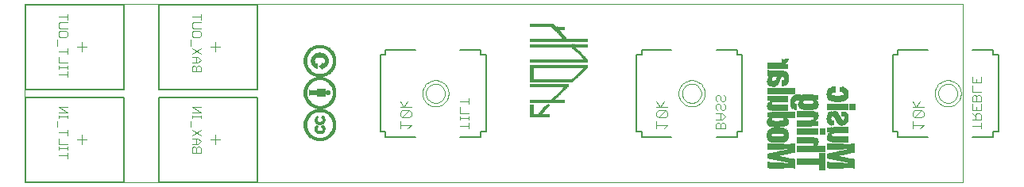
<source format=gbo>
G75*
%MOIN*%
%OFA0B0*%
%FSLAX24Y24*%
%IPPOS*%
%LPD*%
%AMOC8*
5,1,8,0,0,1.08239X$1,22.5*
%
%ADD10C,0.0000*%
%ADD11C,0.0080*%
%ADD12C,0.0020*%
%ADD13C,0.0030*%
%ADD14C,0.0040*%
%ADD15C,0.0050*%
%ADD16C,0.0031*%
%ADD17R,0.0004X0.0091*%
%ADD18R,0.0004X0.0061*%
%ADD19R,0.0004X0.0156*%
%ADD20R,0.0004X0.0103*%
%ADD21R,0.0004X0.0198*%
%ADD22R,0.0004X0.0129*%
%ADD23R,0.0004X0.0065*%
%ADD24R,0.0004X0.0068*%
%ADD25R,0.0004X0.0228*%
%ADD26R,0.0004X0.0152*%
%ADD27R,0.0004X0.0110*%
%ADD28R,0.0004X0.0114*%
%ADD29R,0.0004X0.0255*%
%ADD30R,0.0004X0.0171*%
%ADD31R,0.0004X0.0137*%
%ADD32R,0.0004X0.0148*%
%ADD33R,0.0004X0.0277*%
%ADD34R,0.0004X0.0186*%
%ADD35R,0.0004X0.0160*%
%ADD36R,0.0004X0.0171*%
%ADD37R,0.0004X0.0251*%
%ADD38R,0.0004X0.0205*%
%ADD39R,0.0004X0.0296*%
%ADD40R,0.0004X0.0201*%
%ADD41R,0.0004X0.0220*%
%ADD42R,0.0004X0.0179*%
%ADD43R,0.0004X0.0224*%
%ADD44R,0.0004X0.0239*%
%ADD45R,0.0004X0.0194*%
%ADD46R,0.0004X0.0251*%
%ADD47R,0.0004X0.0315*%
%ADD48R,0.0004X0.0217*%
%ADD49R,0.0004X0.0213*%
%ADD50R,0.0004X0.0247*%
%ADD51R,0.0004X0.0251*%
%ADD52R,0.0004X0.0213*%
%ADD53R,0.0004X0.0334*%
%ADD54R,0.0004X0.0232*%
%ADD55R,0.0004X0.0220*%
%ADD56R,0.0004X0.0209*%
%ADD57R,0.0004X0.0224*%
%ADD58R,0.0004X0.0239*%
%ADD59R,0.0004X0.0228*%
%ADD60R,0.0004X0.0247*%
%ADD61R,0.0004X0.0346*%
%ADD62R,0.0004X0.0239*%
%ADD63R,0.0004X0.0224*%
%ADD64R,0.0004X0.0243*%
%ADD65R,0.0004X0.0247*%
%ADD66R,0.0004X0.0361*%
%ADD67R,0.0004X0.0255*%
%ADD68R,0.0004X0.0236*%
%ADD69R,0.0004X0.0255*%
%ADD70R,0.0004X0.0247*%
%ADD71R,0.0004X0.0372*%
%ADD72R,0.0004X0.0262*%
%ADD73R,0.0004X0.0270*%
%ADD74R,0.0004X0.0388*%
%ADD75R,0.0004X0.0270*%
%ADD76R,0.0004X0.0277*%
%ADD77R,0.0004X0.0220*%
%ADD78R,0.0004X0.0395*%
%ADD79R,0.0004X0.0266*%
%ADD80R,0.0004X0.0293*%
%ADD81R,0.0004X0.0243*%
%ADD82R,0.0004X0.0220*%
%ADD83R,0.0004X0.0407*%
%ADD84R,0.0004X0.0289*%
%ADD85R,0.0004X0.0274*%
%ADD86R,0.0004X0.0304*%
%ADD87R,0.0004X0.0418*%
%ADD88R,0.0004X0.0277*%
%ADD89R,0.0004X0.0312*%
%ADD90R,0.0004X0.0426*%
%ADD91R,0.0004X0.0304*%
%ADD92R,0.0004X0.0289*%
%ADD93R,0.0004X0.0323*%
%ADD94R,0.0004X0.0433*%
%ADD95R,0.0004X0.0312*%
%ADD96R,0.0004X0.0331*%
%ADD97R,0.0004X0.0441*%
%ADD98R,0.0004X0.0319*%
%ADD99R,0.0004X0.0338*%
%ADD100R,0.0004X0.0228*%
%ADD101R,0.0004X0.0448*%
%ADD102R,0.0004X0.0312*%
%ADD103R,0.0004X0.0346*%
%ADD104R,0.0004X0.0456*%
%ADD105R,0.0004X0.0327*%
%ADD106R,0.0004X0.0357*%
%ADD107R,0.0004X0.0464*%
%ADD108R,0.0004X0.0323*%
%ADD109R,0.0004X0.0365*%
%ADD110R,0.0004X0.0471*%
%ADD111R,0.0004X0.0342*%
%ADD112R,0.0004X0.0369*%
%ADD113R,0.0004X0.0236*%
%ADD114R,0.0004X0.0479*%
%ADD115R,0.0004X0.0346*%
%ADD116R,0.0004X0.0331*%
%ADD117R,0.0004X0.0376*%
%ADD118R,0.0004X0.0486*%
%ADD119R,0.0004X0.0350*%
%ADD120R,0.0004X0.0338*%
%ADD121R,0.0004X0.0384*%
%ADD122R,0.0004X0.0239*%
%ADD123R,0.0004X0.0490*%
%ADD124R,0.0004X0.0391*%
%ADD125R,0.0004X0.0494*%
%ADD126R,0.0004X0.0361*%
%ADD127R,0.0004X0.0350*%
%ADD128R,0.0004X0.0638*%
%ADD129R,0.0004X0.0502*%
%ADD130R,0.0004X0.0369*%
%ADD131R,0.0004X0.0353*%
%ADD132R,0.0004X0.0642*%
%ADD133R,0.0004X0.0243*%
%ADD134R,0.0004X0.0505*%
%ADD135R,0.0004X0.0642*%
%ADD136R,0.0004X0.0509*%
%ADD137R,0.0004X0.0646*%
%ADD138R,0.0004X0.0243*%
%ADD139R,0.0004X0.0517*%
%ADD140R,0.0004X0.0376*%
%ADD141R,0.0004X0.0646*%
%ADD142R,0.0004X0.0517*%
%ADD143R,0.0004X0.0600*%
%ADD144R,0.0004X0.0369*%
%ADD145R,0.0004X0.0650*%
%ADD146R,0.0004X0.0524*%
%ADD147R,0.0004X0.0604*%
%ADD148R,0.0004X0.0528*%
%ADD149R,0.0004X0.0604*%
%ADD150R,0.0004X0.0650*%
%ADD151R,0.0004X0.0532*%
%ADD152R,0.0004X0.0650*%
%ADD153R,0.0004X0.0536*%
%ADD154R,0.0004X0.0608*%
%ADD155R,0.0004X0.0654*%
%ADD156R,0.0004X0.0540*%
%ADD157R,0.0004X0.0608*%
%ADD158R,0.0004X0.0654*%
%ADD159R,0.0004X0.0258*%
%ADD160R,0.0004X0.0543*%
%ADD161R,0.0004X0.0657*%
%ADD162R,0.0004X0.0258*%
%ADD163R,0.0004X0.0547*%
%ADD164R,0.0004X0.0612*%
%ADD165R,0.0004X0.0657*%
%ADD166R,0.0004X0.0547*%
%ADD167R,0.0004X0.0612*%
%ADD168R,0.0004X0.0555*%
%ADD169R,0.0004X0.0661*%
%ADD170R,0.0004X0.0555*%
%ADD171R,0.0004X0.0616*%
%ADD172R,0.0004X0.0661*%
%ADD173R,0.0004X0.0266*%
%ADD174R,0.0004X0.0559*%
%ADD175R,0.0004X0.0616*%
%ADD176R,0.0004X0.0562*%
%ADD177R,0.0004X0.0562*%
%ADD178R,0.0004X0.0665*%
%ADD179R,0.0004X0.0570*%
%ADD180R,0.0004X0.0661*%
%ADD181R,0.0004X0.0570*%
%ADD182R,0.0004X0.0619*%
%ADD183R,0.0004X0.0661*%
%ADD184R,0.0004X0.0619*%
%ADD185R,0.0004X0.0665*%
%ADD186R,0.0004X0.0274*%
%ADD187R,0.0004X0.0296*%
%ADD188R,0.0004X0.0327*%
%ADD189R,0.0004X0.0281*%
%ADD190R,0.0004X0.0315*%
%ADD191R,0.0004X0.0304*%
%ADD192R,0.0004X0.0281*%
%ADD193R,0.0004X0.0289*%
%ADD194R,0.0004X0.0300*%
%ADD195R,0.0004X0.0270*%
%ADD196R,0.0004X0.0296*%
%ADD197R,0.0004X0.0281*%
%ADD198R,0.0004X0.0289*%
%ADD199R,0.0004X0.0308*%
%ADD200R,0.0004X0.0293*%
%ADD201R,0.0004X0.0258*%
%ADD202R,0.0004X0.0262*%
%ADD203R,0.0004X0.0285*%
%ADD204R,0.0004X0.0266*%
%ADD205R,0.0004X0.0258*%
%ADD206R,0.0004X0.0266*%
%ADD207R,0.0004X0.0251*%
%ADD208R,0.0004X0.0274*%
%ADD209R,0.0004X0.0274*%
%ADD210R,0.0004X0.0270*%
%ADD211R,0.0004X0.0236*%
%ADD212R,0.0004X0.0262*%
%ADD213R,0.0004X0.0236*%
%ADD214R,0.0004X0.0262*%
%ADD215R,0.0004X0.0312*%
%ADD216R,0.0004X0.0319*%
%ADD217R,0.0004X0.0327*%
%ADD218R,0.0004X0.0334*%
%ADD219R,0.0004X0.0342*%
%ADD220R,0.0004X0.0350*%
%ADD221R,0.0004X0.0350*%
%ADD222R,0.0004X0.0357*%
%ADD223R,0.0004X0.0281*%
%ADD224R,0.0004X0.0365*%
%ADD225R,0.0004X0.0285*%
%ADD226R,0.0004X0.0300*%
%ADD227R,0.0004X0.0372*%
%ADD228R,0.0004X0.0372*%
%ADD229R,0.0004X0.0182*%
%ADD230R,0.0004X0.0323*%
%ADD231R,0.0004X0.0182*%
%ADD232R,0.0004X0.0593*%
%ADD233R,0.0004X0.0186*%
%ADD234R,0.0004X0.0589*%
%ADD235R,0.0004X0.0581*%
%ADD236R,0.0004X0.0578*%
%ADD237R,0.0004X0.0574*%
%ADD238R,0.0004X0.0182*%
%ADD239R,0.0004X0.0186*%
%ADD240R,0.0004X0.0186*%
%ADD241R,0.0004X0.0559*%
%ADD242R,0.0004X0.0551*%
%ADD243R,0.0004X0.0547*%
%ADD244R,0.0004X0.0540*%
%ADD245R,0.0004X0.0190*%
%ADD246R,0.0004X0.0536*%
%ADD247R,0.0004X0.0528*%
%ADD248R,0.0004X0.0521*%
%ADD249R,0.0004X0.0513*%
%ADD250R,0.0004X0.0505*%
%ADD251R,0.0004X0.0190*%
%ADD252R,0.0004X0.0498*%
%ADD253R,0.0004X0.0483*%
%ADD254R,0.0004X0.0475*%
%ADD255R,0.0004X0.0464*%
%ADD256R,0.0004X0.0456*%
%ADD257R,0.0004X0.0445*%
%ADD258R,0.0004X0.0194*%
%ADD259R,0.0004X0.0414*%
%ADD260R,0.0004X0.0403*%
%ADD261R,0.0004X0.0391*%
%ADD262R,0.0004X0.0384*%
%ADD263R,0.0004X0.0194*%
%ADD264R,0.0004X0.0353*%
%ADD265R,0.0004X0.0194*%
%ADD266R,0.0004X0.0198*%
%ADD267R,0.0004X0.0198*%
%ADD268R,0.0004X0.0198*%
%ADD269R,0.0004X0.0011*%
%ADD270R,0.0004X0.0038*%
%ADD271R,0.0004X0.0201*%
%ADD272R,0.0004X0.0414*%
%ADD273R,0.0004X0.0232*%
%ADD274R,0.0004X0.0293*%
%ADD275R,0.0004X0.0566*%
%ADD276R,0.0004X0.0559*%
%ADD277R,0.0004X0.0608*%
%ADD278R,0.0004X0.0608*%
%ADD279R,0.0004X0.0600*%
%ADD280R,0.0004X0.0597*%
%ADD281R,0.0004X0.0532*%
%ADD282R,0.0004X0.0597*%
%ADD283R,0.0004X0.0593*%
%ADD284R,0.0004X0.0597*%
%ADD285R,0.0004X0.0182*%
%ADD286R,0.0004X0.0524*%
%ADD287R,0.0004X0.0578*%
%ADD288R,0.0004X0.0574*%
%ADD289R,0.0004X0.0175*%
%ADD290R,0.0004X0.0509*%
%ADD291R,0.0004X0.0589*%
%ADD292R,0.0004X0.0566*%
%ADD293R,0.0004X0.0585*%
%ADD294R,0.0004X0.0559*%
%ADD295R,0.0004X0.0167*%
%ADD296R,0.0004X0.0585*%
%ADD297R,0.0004X0.0551*%
%ADD298R,0.0004X0.0163*%
%ADD299R,0.0004X0.0486*%
%ADD300R,0.0004X0.0543*%
%ADD301R,0.0004X0.0160*%
%ADD302R,0.0004X0.0156*%
%ADD303R,0.0004X0.0536*%
%ADD304R,0.0004X0.0148*%
%ADD305R,0.0004X0.0201*%
%ADD306R,0.0004X0.0513*%
%ADD307R,0.0004X0.0144*%
%ADD308R,0.0004X0.0448*%
%ADD309R,0.0004X0.0141*%
%ADD310R,0.0004X0.0201*%
%ADD311R,0.0004X0.0441*%
%ADD312R,0.0004X0.0494*%
%ADD313R,0.0004X0.0137*%
%ADD314R,0.0004X0.0133*%
%ADD315R,0.0004X0.0467*%
%ADD316R,0.0004X0.0122*%
%ADD317R,0.0004X0.0118*%
%ADD318R,0.0004X0.0445*%
%ADD319R,0.0004X0.0114*%
%ADD320R,0.0004X0.0384*%
%ADD321R,0.0004X0.0429*%
%ADD322R,0.0004X0.0106*%
%ADD323R,0.0004X0.0422*%
%ADD324R,0.0004X0.0103*%
%ADD325R,0.0004X0.0407*%
%ADD326R,0.0004X0.0095*%
%ADD327R,0.0004X0.0084*%
%ADD328R,0.0004X0.0205*%
%ADD329R,0.0004X0.0353*%
%ADD330R,0.0004X0.0076*%
%ADD331R,0.0004X0.0068*%
%ADD332R,0.0004X0.0057*%
%ADD333R,0.0004X0.0046*%
%ADD334R,0.0004X0.0133*%
%ADD335R,0.0004X0.0034*%
%ADD336R,0.0004X0.0106*%
%ADD337R,0.0004X0.0015*%
%ADD338R,0.0004X0.0426*%
%ADD339R,0.0004X0.0065*%
%ADD340R,0.0004X0.0175*%
%ADD341R,0.0004X0.0429*%
%ADD342R,0.0004X0.0426*%
%ADD343R,0.0004X0.0422*%
%ADD344R,0.0004X0.0418*%
%ADD345R,0.0004X0.0414*%
%ADD346R,0.0004X0.0414*%
%ADD347R,0.0004X0.0410*%
%ADD348R,0.0004X0.0410*%
%ADD349R,0.0004X0.0407*%
%ADD350R,0.0004X0.0099*%
%ADD351R,0.0004X0.0167*%
%ADD352R,0.0004X0.0403*%
%ADD353R,0.0004X0.0300*%
%ADD354R,0.0004X0.0403*%
%ADD355R,0.0004X0.0399*%
%ADD356R,0.0004X0.0399*%
%ADD357R,0.0004X0.0372*%
%ADD358R,0.0004X0.0403*%
%ADD359R,0.0004X0.0418*%
%ADD360R,0.0004X0.0395*%
%ADD361R,0.0004X0.0437*%
%ADD362R,0.0004X0.0448*%
%ADD363R,0.0004X0.0460*%
%ADD364R,0.0004X0.0467*%
%ADD365R,0.0004X0.0475*%
%ADD366R,0.0004X0.0490*%
%ADD367R,0.0004X0.0498*%
%ADD368R,0.0004X0.0388*%
%ADD369R,0.0004X0.0513*%
%ADD370R,0.0004X0.0384*%
%ADD371R,0.0004X0.0543*%
%ADD372R,0.0004X0.0380*%
%ADD373R,0.0004X0.0566*%
%ADD374R,0.0004X0.0380*%
%ADD375R,0.0004X0.0578*%
%ADD376R,0.0004X0.0585*%
%ADD377R,0.0004X0.0585*%
%ADD378R,0.0004X0.0589*%
%ADD379R,0.0004X0.0255*%
%ADD380R,0.0004X0.0053*%
%ADD381R,0.0004X0.0099*%
%ADD382R,0.0004X0.0122*%
%ADD383R,0.0004X0.0144*%
%ADD384R,0.0004X0.0179*%
%ADD385R,0.0004X0.0209*%
%ADD386R,0.0004X0.0217*%
%ADD387R,0.0004X0.0293*%
%ADD388R,0.0004X0.0578*%
%ADD389R,0.0004X0.0581*%
%ADD390R,0.0004X0.0589*%
%ADD391R,0.0004X0.0597*%
%ADD392R,0.0004X0.0604*%
%ADD393R,0.0004X0.0616*%
%ADD394R,0.0004X0.0616*%
%ADD395R,0.0004X0.0619*%
%ADD396R,0.0004X0.0619*%
%ADD397R,0.0004X0.0604*%
%ADD398R,0.0004X0.0217*%
%ADD399R,0.0004X0.0365*%
%ADD400R,0.0004X0.0369*%
%ADD401R,0.0004X0.0361*%
%ADD402R,0.0004X0.0346*%
%ADD403R,0.0004X0.0331*%
%ADD404R,0.0004X0.0308*%
%ADD405R,0.0004X0.0304*%
%ADD406R,0.0004X0.0300*%
%ADD407R,0.0004X0.0296*%
%ADD408R,0.0004X0.0144*%
%ADD409R,0.0004X0.0110*%
%ADD410R,0.0004X0.0125*%
%ADD411R,0.0004X0.0095*%
%ADD412R,0.0004X0.0057*%
%ADD413R,0.0004X0.0707*%
%ADD414R,0.0004X0.0707*%
%ADD415R,0.0004X0.0091*%
%ADD416R,0.0004X0.0091*%
%ADD417R,0.0004X0.0152*%
%ADD418R,0.0004X0.0156*%
%ADD419R,0.0004X0.0110*%
%ADD420R,0.0004X0.0342*%
%ADD421R,0.0004X0.0395*%
%ADD422R,0.0004X0.0433*%
%ADD423R,0.0004X0.0441*%
%ADD424R,0.0004X0.0452*%
%ADD425R,0.0004X0.0315*%
%ADD426R,0.0004X0.0460*%
%ADD427R,0.0004X0.0464*%
%ADD428R,0.0004X0.0471*%
%ADD429R,0.0004X0.0331*%
%ADD430R,0.0004X0.0483*%
%ADD431R,0.0004X0.0479*%
%ADD432R,0.0004X0.0490*%
%ADD433R,0.0004X0.0502*%
%ADD434R,0.0004X0.0509*%
%ADD435R,0.0004X0.0509*%
%ADD436R,0.0004X0.0365*%
%ADD437R,0.0004X0.0521*%
%ADD438R,0.0004X0.0524*%
%ADD439R,0.0004X0.0524*%
%ADD440R,0.0004X0.0532*%
%ADD441R,0.0004X0.0532*%
%ADD442R,0.0004X0.0551*%
%ADD443R,0.0004X0.0551*%
%ADD444R,0.0004X0.0555*%
%ADD445R,0.0004X0.0228*%
%ADD446R,0.0004X0.0308*%
%ADD447R,0.0004X0.0224*%
%ADD448R,0.0004X0.0217*%
%ADD449R,0.0004X0.0388*%
%ADD450R,0.0004X0.0395*%
%ADD451R,0.0004X0.0437*%
%ADD452R,0.0004X0.0399*%
%ADD453R,0.0004X0.0361*%
%ADD454R,0.0004X0.0334*%
%ADD455R,0.0004X0.0327*%
%ADD456R,0.0004X0.0209*%
%ADD457R,0.0004X0.0209*%
%ADD458R,0.0004X0.0543*%
%ADD459R,0.0004X0.0505*%
%ADD460R,0.0004X0.0502*%
%ADD461R,0.0004X0.0483*%
%ADD462R,0.0004X0.0467*%
%ADD463R,0.0004X0.0460*%
%ADD464R,0.0004X0.0452*%
%ADD465R,0.0004X0.0437*%
%ADD466R,0.0004X0.0429*%
%ADD467R,0.0004X0.0353*%
%ADD468R,0.0004X0.0156*%
%ADD469R,0.0004X0.0091*%
%ADD470R,0.0003X0.0004*%
%ADD471R,0.0003X0.0105*%
%ADD472R,0.0003X0.0119*%
%ADD473R,0.0003X0.0003*%
%ADD474R,0.0004X0.0182*%
%ADD475R,0.0004X0.0004*%
%ADD476R,0.0004X0.0178*%
%ADD477R,0.0004X0.0189*%
%ADD478R,0.0004X0.0224*%
%ADD479R,0.0004X0.0235*%
%ADD480R,0.0004X0.0003*%
%ADD481R,0.0004X0.0231*%
%ADD482R,0.0004X0.0266*%
%ADD483R,0.0004X0.0270*%
%ADD484R,0.0004X0.0273*%
%ADD485R,0.0004X0.0297*%
%ADD486R,0.0004X0.0308*%
%ADD487R,0.0003X0.0325*%
%ADD488R,0.0003X0.0333*%
%ADD489R,0.0004X0.0354*%
%ADD490R,0.0004X0.0360*%
%ADD491R,0.0004X0.0375*%
%ADD492R,0.0004X0.0385*%
%ADD493R,0.0004X0.0399*%
%ADD494R,0.0004X0.0410*%
%ADD495R,0.0004X0.0420*%
%ADD496R,0.0004X0.0430*%
%ADD497R,0.0003X0.0445*%
%ADD498R,0.0003X0.0448*%
%ADD499R,0.0003X0.0455*%
%ADD500R,0.0004X0.0462*%
%ADD501R,0.0004X0.0469*%
%ADD502R,0.0004X0.0480*%
%ADD503R,0.0004X0.0490*%
%ADD504R,0.0004X0.0497*%
%ADD505R,0.0004X0.0504*%
%ADD506R,0.0004X0.0508*%
%ADD507R,0.0004X0.0515*%
%ADD508R,0.0004X0.0521*%
%ADD509R,0.0004X0.0525*%
%ADD510R,0.0003X0.0532*%
%ADD511R,0.0003X0.0539*%
%ADD512R,0.0004X0.0546*%
%ADD513R,0.0004X0.0553*%
%ADD514R,0.0004X0.0564*%
%ADD515R,0.0004X0.0570*%
%ADD516R,0.0004X0.0578*%
%ADD517R,0.0004X0.0581*%
%ADD518R,0.0004X0.0585*%
%ADD519R,0.0004X0.0595*%
%ADD520R,0.0004X0.0598*%
%ADD521R,0.0003X0.0605*%
%ADD522R,0.0003X0.0609*%
%ADD523R,0.0003X0.0612*%
%ADD524R,0.0004X0.0619*%
%ADD525R,0.0004X0.0626*%
%ADD526R,0.0004X0.0627*%
%ADD527R,0.0004X0.0634*%
%ADD528R,0.0004X0.0637*%
%ADD529R,0.0004X0.0640*%
%ADD530R,0.0004X0.0644*%
%ADD531R,0.0004X0.0651*%
%ADD532R,0.0004X0.0655*%
%ADD533R,0.0004X0.0658*%
%ADD534R,0.0004X0.0661*%
%ADD535R,0.0004X0.0662*%
%ADD536R,0.0003X0.0672*%
%ADD537R,0.0003X0.0675*%
%ADD538R,0.0004X0.0683*%
%ADD539R,0.0004X0.0686*%
%ADD540R,0.0004X0.0693*%
%ADD541R,0.0004X0.0700*%
%ADD542R,0.0004X0.0697*%
%ADD543R,0.0004X0.0707*%
%ADD544R,0.0004X0.0707*%
%ADD545R,0.0004X0.0710*%
%ADD546R,0.0004X0.0717*%
%ADD547R,0.0004X0.0721*%
%ADD548R,0.0003X0.0728*%
%ADD549R,0.0003X0.0731*%
%ADD550R,0.0003X0.0732*%
%ADD551R,0.0004X0.0739*%
%ADD552R,0.0004X0.0742*%
%ADD553R,0.0004X0.0738*%
%ADD554R,0.0004X0.0749*%
%ADD555R,0.0004X0.0752*%
%ADD556R,0.0004X0.0759*%
%ADD557R,0.0004X0.0760*%
%ADD558R,0.0004X0.0770*%
%ADD559R,0.0004X0.0773*%
%ADD560R,0.0003X0.0392*%
%ADD561R,0.0003X0.0007*%
%ADD562R,0.0003X0.0375*%
%ADD563R,0.0003X0.0346*%
%ADD564R,0.0003X0.0007*%
%ADD565R,0.0003X0.0010*%
%ADD566R,0.0004X0.0336*%
%ADD567R,0.0004X0.0319*%
%ADD568R,0.0004X0.0326*%
%ADD569R,0.0004X0.0315*%
%ADD570R,0.0004X0.0311*%
%ADD571R,0.0004X0.0301*%
%ADD572R,0.0004X0.0291*%
%ADD573R,0.0004X0.0294*%
%ADD574R,0.0004X0.0287*%
%ADD575R,0.0004X0.0290*%
%ADD576R,0.0004X0.0276*%
%ADD577R,0.0004X0.0273*%
%ADD578R,0.0004X0.0284*%
%ADD579R,0.0003X0.0280*%
%ADD580R,0.0003X0.0277*%
%ADD581R,0.0003X0.0270*%
%ADD582R,0.0003X0.0273*%
%ADD583R,0.0004X0.0269*%
%ADD584R,0.0004X0.0262*%
%ADD585R,0.0004X0.0259*%
%ADD586R,0.0004X0.0252*%
%ADD587R,0.0004X0.0255*%
%ADD588R,0.0004X0.0252*%
%ADD589R,0.0004X0.0256*%
%ADD590R,0.0004X0.0248*%
%ADD591R,0.0004X0.0249*%
%ADD592R,0.0004X0.0245*%
%ADD593R,0.0004X0.0241*%
%ADD594R,0.0003X0.0245*%
%ADD595R,0.0003X0.0238*%
%ADD596R,0.0003X0.0242*%
%ADD597R,0.0004X0.0238*%
%ADD598R,0.0004X0.0234*%
%ADD599R,0.0004X0.0231*%
%ADD600R,0.0004X0.0227*%
%ADD601R,0.0004X0.0220*%
%ADD602R,0.0004X0.0221*%
%ADD603R,0.0003X0.0220*%
%ADD604R,0.0003X0.0224*%
%ADD605R,0.0003X0.0217*%
%ADD606R,0.0003X0.0214*%
%ADD607R,0.0004X0.0217*%
%ADD608R,0.0004X0.0217*%
%ADD609R,0.0004X0.0214*%
%ADD610R,0.0004X0.0210*%
%ADD611R,0.0004X0.0213*%
%ADD612R,0.0004X0.0206*%
%ADD613R,0.0004X0.0207*%
%ADD614R,0.0003X0.0206*%
%ADD615R,0.0003X0.0207*%
%ADD616R,0.0003X0.0203*%
%ADD617R,0.0004X0.0203*%
%ADD618R,0.0004X0.0203*%
%ADD619R,0.0004X0.0199*%
%ADD620R,0.0004X0.0196*%
%ADD621R,0.0004X0.0200*%
%ADD622R,0.0004X0.0196*%
%ADD623R,0.0003X0.0196*%
%ADD624R,0.0003X0.0192*%
%ADD625R,0.0003X0.0196*%
%ADD626R,0.0004X0.0192*%
%ADD627R,0.0004X0.0189*%
%ADD628R,0.0004X0.0185*%
%ADD629R,0.0004X0.0186*%
%ADD630R,0.0003X0.0185*%
%ADD631R,0.0003X0.0189*%
%ADD632R,0.0003X0.0182*%
%ADD633R,0.0004X0.0182*%
%ADD634R,0.0004X0.0179*%
%ADD635R,0.0003X0.0179*%
%ADD636R,0.0003X0.0210*%
%ADD637R,0.0003X0.0178*%
%ADD638R,0.0003X0.0175*%
%ADD639R,0.0004X0.0175*%
%ADD640R,0.0004X0.0171*%
%ADD641R,0.0004X0.0172*%
%ADD642R,0.0003X0.0171*%
%ADD643R,0.0003X0.0172*%
%ADD644R,0.0004X0.0168*%
%ADD645R,0.0004X0.0168*%
%ADD646R,0.0004X0.0165*%
%ADD647R,0.0003X0.0165*%
%ADD648R,0.0003X0.0168*%
%ADD649R,0.0003X0.0168*%
%ADD650R,0.0004X0.0164*%
%ADD651R,0.0004X0.0161*%
%ADD652R,0.0004X0.0161*%
%ADD653R,0.0004X0.0158*%
%ADD654R,0.0003X0.0161*%
%ADD655R,0.0003X0.0158*%
%ADD656R,0.0003X0.0161*%
%ADD657R,0.0003X0.0164*%
%ADD658R,0.0004X0.0007*%
%ADD659R,0.0004X0.0042*%
%ADD660R,0.0004X0.0115*%
%ADD661R,0.0004X0.0154*%
%ADD662R,0.0004X0.0154*%
%ADD663R,0.0003X0.0154*%
%ADD664R,0.0004X0.0150*%
%ADD665R,0.0003X0.0151*%
%ADD666R,0.0003X0.0147*%
%ADD667R,0.0003X0.0150*%
%ADD668R,0.0003X0.0297*%
%ADD669R,0.0004X0.0151*%
%ADD670R,0.0004X0.0147*%
%ADD671R,0.0004X0.0329*%
%ADD672R,0.0004X0.0147*%
%ADD673R,0.0004X0.0340*%
%ADD674R,0.0004X0.0350*%
%ADD675R,0.0003X0.0147*%
%ADD676R,0.0003X0.0364*%
%ADD677R,0.0004X0.0371*%
%ADD678R,0.0004X0.0144*%
%ADD679R,0.0004X0.0382*%
%ADD680R,0.0004X0.0143*%
%ADD681R,0.0004X0.0392*%
%ADD682R,0.0004X0.0403*%
%ADD683R,0.0003X0.0144*%
%ADD684R,0.0003X0.0410*%
%ADD685R,0.0004X0.0140*%
%ADD686R,0.0004X0.0417*%
%ADD687R,0.0004X0.0427*%
%ADD688R,0.0004X0.0437*%
%ADD689R,0.0004X0.0445*%
%ADD690R,0.0003X0.0140*%
%ADD691R,0.0003X0.0143*%
%ADD692R,0.0003X0.0452*%
%ADD693R,0.0004X0.0136*%
%ADD694R,0.0004X0.0458*%
%ADD695R,0.0004X0.0465*%
%ADD696R,0.0003X0.0136*%
%ADD697R,0.0003X0.0483*%
%ADD698R,0.0004X0.0133*%
%ADD699R,0.0004X0.0137*%
%ADD700R,0.0004X0.0497*%
%ADD701R,0.0003X0.0133*%
%ADD702R,0.0003X0.0515*%
%ADD703R,0.0003X0.0133*%
%ADD704R,0.0004X0.0133*%
%ADD705R,0.0004X0.0518*%
%ADD706R,0.0004X0.0529*%
%ADD707R,0.0004X0.0535*%
%ADD708R,0.0003X0.0535*%
%ADD709R,0.0004X0.0542*%
%ADD710R,0.0004X0.0130*%
%ADD711R,0.0004X0.0129*%
%ADD712R,0.0003X0.0130*%
%ADD713R,0.0003X0.0217*%
%ADD714R,0.0004X0.0039*%
%ADD715R,0.0004X0.0007*%
%ADD716R,0.0004X0.0049*%
%ADD717R,0.0004X0.0098*%
%ADD718R,0.0004X0.0095*%
%ADD719R,0.0004X0.0126*%
%ADD720R,0.0004X0.0123*%
%ADD721R,0.0003X0.0126*%
%ADD722R,0.0003X0.0129*%
%ADD723R,0.0003X0.0200*%
%ADD724R,0.0003X0.0221*%
%ADD725R,0.0003X0.0126*%
%ADD726R,0.0004X0.0126*%
%ADD727R,0.0004X0.0238*%
%ADD728R,0.0003X0.0266*%
%ADD729R,0.0003X0.0186*%
%ADD730R,0.0004X0.0280*%
%ADD731R,0.0004X0.0287*%
%ADD732R,0.0003X0.0301*%
%ADD733R,0.0003X0.0182*%
%ADD734R,0.0004X0.0308*%
%ADD735R,0.0004X0.0322*%
%ADD736R,0.0004X0.0322*%
%ADD737R,0.0003X0.0329*%
%ADD738R,0.0003X0.0123*%
%ADD739R,0.0004X0.0119*%
%ADD740R,0.0004X0.0364*%
%ADD741R,0.0004X0.0014*%
%ADD742R,0.0004X0.0010*%
%ADD743R,0.0004X0.0018*%
%ADD744R,0.0004X0.0011*%
%ADD745R,0.0004X0.0119*%
%ADD746R,0.0004X0.0105*%
%ADD747R,0.0004X0.0109*%
%ADD748R,0.0003X0.0084*%
%ADD749R,0.0003X0.0084*%
%ADD750R,0.0004X0.0074*%
%ADD751R,0.0004X0.0077*%
%ADD752R,0.0004X0.0063*%
%ADD753R,0.0004X0.0066*%
%ADD754R,0.0004X0.0056*%
%ADD755R,0.0003X0.0035*%
%ADD756R,0.0004X0.0028*%
%ADD757R,0.0004X0.0031*%
%ADD758R,0.0004X0.0024*%
%ADD759R,0.0004X0.0021*%
%ADD760R,0.0003X0.0249*%
%ADD761R,0.0004X0.0014*%
%ADD762R,0.0003X0.0031*%
%ADD763R,0.0004X0.0046*%
%ADD764R,0.0004X0.0049*%
%ADD765R,0.0004X0.0053*%
%ADD766R,0.0003X0.0241*%
%ADD767R,0.0003X0.0066*%
%ADD768R,0.0004X0.0081*%
%ADD769R,0.0004X0.0091*%
%ADD770R,0.0004X0.0112*%
%ADD771R,0.0004X0.0116*%
%ADD772R,0.0004X0.0028*%
%ADD773R,0.0004X0.0035*%
%ADD774R,0.0003X0.0046*%
%ADD775R,0.0004X0.0056*%
%ADD776R,0.0004X0.0063*%
%ADD777R,0.0004X0.0259*%
%ADD778R,0.0004X0.0073*%
%ADD779R,0.0004X0.0266*%
%ADD780R,0.0004X0.0084*%
%ADD781R,0.0004X0.0080*%
%ADD782R,0.0003X0.0095*%
%ADD783R,0.0004X0.0108*%
%ADD784R,0.0004X0.0343*%
%ADD785R,0.0003X0.0322*%
%ADD786R,0.0004X0.0312*%
%ADD787R,0.0004X0.0305*%
%ADD788R,0.0003X0.0294*%
%ADD789R,0.0003X0.0255*%
%ADD790R,0.0003X0.0252*%
%ADD791R,0.0004X0.0357*%
%ADD792R,0.0003X0.0203*%
%ADD793R,0.0003X0.0357*%
%ADD794R,0.0004X0.0346*%
%ADD795R,0.0003X0.0101*%
%ADD796R,0.0003X0.0098*%
%ADD797R,0.0004X0.0539*%
%ADD798R,0.0004X0.0536*%
%ADD799R,0.0003X0.0529*%
%ADD800R,0.0004X0.0514*%
%ADD801R,0.0003X0.0137*%
%ADD802R,0.0003X0.0508*%
%ADD803R,0.0004X0.0042*%
%ADD804R,0.0004X0.0494*%
%ADD805R,0.0004X0.0077*%
%ADD806R,0.0004X0.0486*%
%ADD807R,0.0004X0.0098*%
%ADD808R,0.0004X0.0483*%
%ADD809R,0.0003X0.0112*%
%ADD810R,0.0003X0.0473*%
%ADD811R,0.0004X0.0455*%
%ADD812R,0.0004X0.0448*%
%ADD813R,0.0003X0.0441*%
%ADD814R,0.0004X0.0434*%
%ADD815R,0.0004X0.0427*%
%ADD816R,0.0004X0.0416*%
%ADD817R,0.0004X0.0406*%
%ADD818R,0.0003X0.0399*%
%ADD819R,0.0004X0.0389*%
%ADD820R,0.0004X0.0381*%
%ADD821R,0.0004X0.0367*%
%ADD822R,0.0003X0.0284*%
%ADD823R,0.0003X0.0063*%
%ADD824R,0.0003X0.0224*%
%ADD825R,0.0004X0.0242*%
%ADD826R,0.0003X0.0287*%
%ADD827R,0.0003X0.0290*%
%ADD828R,0.0003X0.0287*%
%ADD829R,0.0004X0.0294*%
%ADD830R,0.0004X0.0301*%
%ADD831R,0.0004X0.0318*%
%ADD832R,0.0004X0.0339*%
%ADD833R,0.0004X0.0333*%
%ADD834R,0.0004X0.0781*%
%ADD835R,0.0004X0.0780*%
%ADD836R,0.0004X0.0777*%
%ADD837R,0.0003X0.0766*%
%ADD838R,0.0003X0.0770*%
%ADD839R,0.0003X0.0767*%
%ADD840R,0.0004X0.0728*%
%ADD841R,0.0004X0.0731*%
%ADD842R,0.0004X0.0728*%
%ADD843R,0.0003X0.0717*%
%ADD844R,0.0003X0.0714*%
%ADD845R,0.0004X0.0703*%
%ADD846R,0.0004X0.0696*%
%ADD847R,0.0004X0.0693*%
%ADD848R,0.0004X0.0672*%
%ADD849R,0.0004X0.0672*%
%ADD850R,0.0004X0.0668*%
%ADD851R,0.0003X0.0658*%
%ADD852R,0.0003X0.0661*%
%ADD853R,0.0003X0.0658*%
%ADD854R,0.0004X0.0648*%
%ADD855R,0.0004X0.0630*%
%ADD856R,0.0004X0.0633*%
%ADD857R,0.0004X0.0623*%
%ADD858R,0.0004X0.0623*%
%ADD859R,0.0004X0.0616*%
%ADD860R,0.0004X0.0606*%
%ADD861R,0.0004X0.0605*%
%ADD862R,0.0004X0.0609*%
%ADD863R,0.0003X0.0595*%
%ADD864R,0.0003X0.0592*%
%ADD865R,0.0004X0.0567*%
%ADD866R,0.0004X0.0560*%
%ADD867R,0.0004X0.0550*%
%ADD868R,0.0004X0.0532*%
%ADD869R,0.0004X0.0532*%
%ADD870R,0.0003X0.0511*%
%ADD871R,0.0004X0.0476*%
%ADD872R,0.0004X0.0459*%
%ADD873R,0.0004X0.0462*%
%ADD874R,0.0004X0.0441*%
%ADD875R,0.0003X0.0416*%
%ADD876R,0.0003X0.0420*%
%ADD877R,0.0004X0.0392*%
%ADD878R,0.0004X0.0395*%
%ADD879R,0.0003X0.0273*%
%ADD880R,0.0004X0.0112*%
%ADD881R,0.0002X0.0543*%
%ADD882R,0.0002X0.0120*%
%ADD883R,0.0002X0.0706*%
%ADD884R,0.0002X0.0118*%
%ADD885R,0.0002X0.0543*%
%ADD886R,0.0002X0.0120*%
%ADD887R,0.0002X0.0706*%
%ADD888R,0.0002X0.0118*%
%ADD889R,0.0002X0.0118*%
%ADD890R,0.0002X0.0118*%
%ADD891R,0.0002X0.0122*%
%ADD892R,0.0002X0.0123*%
%ADD893R,0.0002X0.0127*%
%ADD894R,0.0002X0.0129*%
%ADD895R,0.0002X0.0131*%
%ADD896R,0.0002X0.0133*%
%ADD897R,0.0002X0.0135*%
%ADD898R,0.0002X0.0137*%
%ADD899R,0.0002X0.0139*%
%ADD900R,0.0002X0.0141*%
%ADD901R,0.0002X0.0143*%
%ADD902R,0.0002X0.0145*%
%ADD903R,0.0002X0.0147*%
%ADD904R,0.0002X0.0149*%
%ADD905R,0.0002X0.0151*%
%ADD906R,0.0002X0.0153*%
%ADD907R,0.0002X0.0155*%
%ADD908R,0.0002X0.0157*%
%ADD909R,0.0002X0.0159*%
%ADD910R,0.0002X0.0161*%
%ADD911R,0.0002X0.0165*%
%ADD912R,0.0002X0.0167*%
%ADD913R,0.0002X0.0169*%
%ADD914R,0.0002X0.0171*%
%ADD915R,0.0002X0.0172*%
%ADD916R,0.0002X0.0174*%
%ADD917R,0.0002X0.0176*%
%ADD918R,0.0002X0.0178*%
%ADD919R,0.0002X0.0180*%
%ADD920R,0.0002X0.0182*%
%ADD921R,0.0002X0.0184*%
%ADD922R,0.0002X0.0186*%
%ADD923R,0.0002X0.0188*%
%ADD924R,0.0002X0.0190*%
%ADD925R,0.0002X0.0192*%
%ADD926R,0.0002X0.0194*%
%ADD927R,0.0002X0.0196*%
%ADD928R,0.0002X0.0198*%
%ADD929R,0.0002X0.0202*%
%ADD930R,0.0002X0.0204*%
%ADD931R,0.0002X0.0206*%
%ADD932R,0.0002X0.0208*%
%ADD933R,0.0002X0.0210*%
%ADD934R,0.0002X0.0212*%
%ADD935R,0.0002X0.0214*%
%ADD936R,0.0002X0.0216*%
%ADD937R,0.0002X0.0218*%
%ADD938R,0.0002X0.0220*%
%ADD939R,0.0002X0.0221*%
%ADD940R,0.0002X0.0223*%
%ADD941R,0.0002X0.0225*%
%ADD942R,0.0002X0.0227*%
%ADD943R,0.0002X0.0229*%
%ADD944R,0.0002X0.0231*%
%ADD945R,0.0002X0.0233*%
%ADD946R,0.0002X0.0237*%
%ADD947R,0.0002X0.0239*%
%ADD948R,0.0002X0.0241*%
%ADD949R,0.0002X0.0243*%
%ADD950R,0.0002X0.0245*%
%ADD951R,0.0002X0.0247*%
%ADD952R,0.0002X0.0249*%
%ADD953R,0.0002X0.0251*%
%ADD954R,0.0002X0.0253*%
%ADD955R,0.0002X0.0255*%
%ADD956R,0.0002X0.0257*%
%ADD957R,0.0002X0.0259*%
%ADD958R,0.0002X0.0261*%
%ADD959R,0.0002X0.0263*%
%ADD960R,0.0002X0.0265*%
%ADD961R,0.0002X0.0267*%
%ADD962R,0.0002X0.0269*%
%ADD963R,0.0002X0.0272*%
%ADD964R,0.0002X0.0274*%
%ADD965R,0.0002X0.0276*%
%ADD966R,0.0002X0.0278*%
%ADD967R,0.0002X0.0280*%
%ADD968R,0.0002X0.0282*%
%ADD969R,0.0002X0.0284*%
%ADD970R,0.0002X0.0286*%
%ADD971R,0.0002X0.0288*%
%ADD972R,0.0002X0.0290*%
%ADD973R,0.0002X0.0171*%
%ADD974R,0.0002X0.0172*%
%ADD975R,0.0002X0.0172*%
%ADD976R,0.0002X0.0169*%
%ADD977R,0.0002X0.0169*%
%ADD978R,0.0002X0.0167*%
%ADD979R,0.0002X0.0165*%
%ADD980R,0.0002X0.0165*%
%ADD981R,0.0002X0.0163*%
%ADD982R,0.0002X0.0163*%
%ADD983R,0.0002X0.0161*%
%ADD984R,0.0002X0.0161*%
%ADD985R,0.0002X0.0159*%
%ADD986R,0.0002X0.0157*%
%ADD987R,0.0002X0.0145*%
%ADD988R,0.0002X0.0139*%
%ADD989R,0.0002X0.0137*%
%ADD990R,0.0002X0.0135*%
%ADD991R,0.0002X0.0125*%
%ADD992R,0.0002X0.0122*%
%ADD993R,0.0002X0.0116*%
%ADD994R,0.0002X0.0114*%
%ADD995R,0.0002X0.0112*%
%ADD996R,0.0002X0.0110*%
%ADD997R,0.0002X0.0108*%
%ADD998R,0.0002X0.0106*%
%ADD999R,0.0002X0.0102*%
%ADD1000R,0.0002X0.0100*%
%ADD1001R,0.0002X0.0098*%
%ADD1002R,0.0002X0.0096*%
%ADD1003R,0.0002X0.0094*%
%ADD1004R,0.0002X0.0092*%
%ADD1005R,0.0002X0.0090*%
%ADD1006R,0.0002X0.0088*%
%ADD1007R,0.0002X0.0086*%
%ADD1008R,0.0002X0.0084*%
%ADD1009R,0.0002X0.0082*%
%ADD1010R,0.0002X0.0080*%
%ADD1011R,0.0002X0.0076*%
%ADD1012R,0.0002X0.0074*%
%ADD1013R,0.0002X0.0073*%
%ADD1014R,0.0002X0.0071*%
%ADD1015R,0.0002X0.0069*%
%ADD1016R,0.0002X0.0067*%
%ADD1017R,0.0002X0.0065*%
%ADD1018R,0.0002X0.0063*%
%ADD1019R,0.0002X0.0061*%
%ADD1020R,0.0002X0.0122*%
%ADD1021R,0.0002X0.0125*%
%ADD1022R,0.0002X0.0129*%
%ADD1023R,0.0002X0.0129*%
%ADD1024R,0.0002X0.0133*%
%ADD1025R,0.0002X0.0143*%
%ADD1026R,0.0002X0.0147*%
%ADD1027R,0.0002X0.0151*%
%ADD1028R,0.0002X0.0151*%
%ADD1029R,0.0002X0.0153*%
%ADD1030R,0.0002X0.0155*%
%ADD1031R,0.0002X0.0182*%
%ADD1032R,0.0002X0.0186*%
%ADD1033R,0.0002X0.0200*%
%ADD1034R,0.0002X0.0204*%
%ADD1035R,0.0002X0.0208*%
%ADD1036R,0.0002X0.0214*%
%ADD1037R,0.0002X0.0169*%
%ADD1038R,0.0002X0.0218*%
%ADD1039R,0.0002X0.0225*%
%ADD1040R,0.0002X0.0229*%
%ADD1041R,0.0002X0.0233*%
%ADD1042R,0.0002X0.0235*%
%ADD1043R,0.0002X0.0241*%
%ADD1044R,0.0002X0.0247*%
%ADD1045R,0.0002X0.0251*%
%ADD1046R,0.0002X0.0257*%
%ADD1047R,0.0002X0.0263*%
%ADD1048R,0.0002X0.0269*%
%ADD1049R,0.0002X0.0270*%
%ADD1050R,0.0002X0.0272*%
%ADD1051R,0.0002X0.0155*%
%ADD1052R,0.0002X0.0190*%
%ADD1053R,0.0002X0.0192*%
%ADD1054R,0.0002X0.0212*%
%ADD1055R,0.0002X0.0233*%
%ADD1056R,0.0002X0.0235*%
%ADD1057R,0.0002X0.0237*%
%ADD1058R,0.0002X0.0255*%
%ADD1059R,0.0002X0.0259*%
%ADD1060R,0.0002X0.0261*%
%ADD1061R,0.0002X0.0276*%
%ADD1062R,0.0002X0.0280*%
%ADD1063R,0.0002X0.0157*%
%ADD1064R,0.0002X0.0288*%
%ADD1065R,0.0002X0.0284*%
%ADD1066R,0.0002X0.0161*%
%ADD1067R,0.0002X0.0278*%
%ADD1068R,0.0002X0.0239*%
%ADD1069R,0.0002X0.0255*%
%ADD1070R,0.0002X0.0233*%
%ADD1071R,0.0002X0.0190*%
%ADD1072R,0.0002X0.0212*%
%ADD1073R,0.0002X0.0188*%
%ADD1074R,0.0002X0.0122*%
%ADD1075R,0.0002X0.0149*%
%ADD1076R,0.0002X0.0125*%
%ADD1077R,0.0002X0.0147*%
%ADD1078R,0.0002X0.0194*%
%ADD1079R,0.0002X0.0208*%
%ADD1080R,0.0002X0.0216*%
%ADD1081R,0.0002X0.0229*%
%ADD1082R,0.0002X0.0251*%
%ADD1083R,0.0002X0.0272*%
%ADD1084R,0.0002X0.0151*%
%ADD1085R,0.0002X0.0147*%
%ADD1086R,0.0002X0.0245*%
%ADD1087R,0.0002X0.0274*%
%ADD1088R,0.0002X0.0225*%
%ADD1089R,0.0002X0.0249*%
%ADD1090R,0.0002X0.0204*%
%ADD1091R,0.0002X0.0221*%
%ADD1092R,0.0002X0.0180*%
%ADD1093R,0.0002X0.0196*%
%ADD1094R,0.0002X0.0135*%
%ADD1095R,0.0002X0.0139*%
D10*
X001160Y002930D02*
X001160Y010430D01*
X040530Y010430D01*
X040530Y002930D01*
X001160Y002930D01*
D11*
X016087Y005066D02*
X016304Y005066D01*
X016304Y004849D01*
X017564Y004849D01*
X016087Y005066D02*
X016087Y008294D01*
X016304Y008294D01*
X016304Y008511D01*
X017564Y008511D01*
X019453Y008511D02*
X020319Y008511D01*
X020319Y008294D01*
X020536Y008294D01*
X020536Y005066D01*
X020319Y005066D01*
X020319Y004849D01*
X019453Y004849D01*
X026837Y005066D02*
X027054Y005066D01*
X027054Y004849D01*
X028314Y004849D01*
X026837Y005066D02*
X026837Y008294D01*
X027054Y008294D01*
X027054Y008511D01*
X028314Y008511D01*
X030203Y008511D02*
X031069Y008511D01*
X031069Y008294D01*
X031286Y008294D01*
X031286Y005066D01*
X031069Y005066D01*
X031069Y004849D01*
X030203Y004849D01*
X037587Y005066D02*
X037804Y005066D01*
X037804Y004849D01*
X039064Y004849D01*
X037587Y005066D02*
X037587Y008294D01*
X037804Y008294D01*
X037804Y008511D01*
X039064Y008511D01*
X040953Y008511D02*
X041819Y008511D01*
X041819Y008294D01*
X042036Y008294D01*
X042036Y005066D01*
X041819Y005066D01*
X041819Y004849D01*
X040953Y004849D01*
D12*
X039510Y006680D02*
X039512Y006720D01*
X039518Y006759D01*
X039528Y006798D01*
X039541Y006835D01*
X039559Y006871D01*
X039580Y006905D01*
X039604Y006937D01*
X039631Y006966D01*
X039661Y006993D01*
X039693Y007016D01*
X039728Y007036D01*
X039764Y007052D01*
X039802Y007065D01*
X039841Y007074D01*
X039880Y007079D01*
X039920Y007080D01*
X039960Y007077D01*
X039999Y007070D01*
X040037Y007059D01*
X040075Y007045D01*
X040110Y007026D01*
X040143Y007005D01*
X040175Y006980D01*
X040203Y006952D01*
X040229Y006922D01*
X040251Y006889D01*
X040270Y006854D01*
X040286Y006817D01*
X040298Y006779D01*
X040306Y006740D01*
X040310Y006700D01*
X040310Y006660D01*
X040306Y006620D01*
X040298Y006581D01*
X040286Y006543D01*
X040270Y006506D01*
X040251Y006471D01*
X040229Y006438D01*
X040203Y006408D01*
X040175Y006380D01*
X040143Y006355D01*
X040110Y006334D01*
X040075Y006315D01*
X040037Y006301D01*
X039999Y006290D01*
X039960Y006283D01*
X039920Y006280D01*
X039880Y006281D01*
X039841Y006286D01*
X039802Y006295D01*
X039764Y006308D01*
X039728Y006324D01*
X039693Y006344D01*
X039661Y006367D01*
X039631Y006394D01*
X039604Y006423D01*
X039580Y006455D01*
X039559Y006489D01*
X039541Y006525D01*
X039528Y006562D01*
X039518Y006601D01*
X039512Y006640D01*
X039510Y006680D01*
X039360Y006680D02*
X039362Y006727D01*
X039368Y006773D01*
X039378Y006819D01*
X039391Y006863D01*
X039409Y006907D01*
X039430Y006948D01*
X039454Y006988D01*
X039482Y007026D01*
X039513Y007061D01*
X039547Y007093D01*
X039583Y007122D01*
X039622Y007148D01*
X039662Y007171D01*
X039705Y007190D01*
X039749Y007206D01*
X039794Y007218D01*
X039840Y007226D01*
X039887Y007230D01*
X039933Y007230D01*
X039980Y007226D01*
X040026Y007218D01*
X040071Y007206D01*
X040115Y007190D01*
X040158Y007171D01*
X040198Y007148D01*
X040237Y007122D01*
X040273Y007093D01*
X040307Y007061D01*
X040338Y007026D01*
X040366Y006988D01*
X040390Y006948D01*
X040411Y006907D01*
X040429Y006863D01*
X040442Y006819D01*
X040452Y006773D01*
X040458Y006727D01*
X040460Y006680D01*
X040458Y006633D01*
X040452Y006587D01*
X040442Y006541D01*
X040429Y006497D01*
X040411Y006453D01*
X040390Y006412D01*
X040366Y006372D01*
X040338Y006334D01*
X040307Y006299D01*
X040273Y006267D01*
X040237Y006238D01*
X040198Y006212D01*
X040158Y006189D01*
X040115Y006170D01*
X040071Y006154D01*
X040026Y006142D01*
X039980Y006134D01*
X039933Y006130D01*
X039887Y006130D01*
X039840Y006134D01*
X039794Y006142D01*
X039749Y006154D01*
X039705Y006170D01*
X039662Y006189D01*
X039622Y006212D01*
X039583Y006238D01*
X039547Y006267D01*
X039513Y006299D01*
X039482Y006334D01*
X039454Y006372D01*
X039430Y006412D01*
X039409Y006453D01*
X039391Y006497D01*
X039378Y006541D01*
X039368Y006587D01*
X039362Y006633D01*
X039360Y006680D01*
X028760Y006680D02*
X028762Y006720D01*
X028768Y006759D01*
X028778Y006798D01*
X028791Y006835D01*
X028809Y006871D01*
X028830Y006905D01*
X028854Y006937D01*
X028881Y006966D01*
X028911Y006993D01*
X028943Y007016D01*
X028978Y007036D01*
X029014Y007052D01*
X029052Y007065D01*
X029091Y007074D01*
X029130Y007079D01*
X029170Y007080D01*
X029210Y007077D01*
X029249Y007070D01*
X029287Y007059D01*
X029325Y007045D01*
X029360Y007026D01*
X029393Y007005D01*
X029425Y006980D01*
X029453Y006952D01*
X029479Y006922D01*
X029501Y006889D01*
X029520Y006854D01*
X029536Y006817D01*
X029548Y006779D01*
X029556Y006740D01*
X029560Y006700D01*
X029560Y006660D01*
X029556Y006620D01*
X029548Y006581D01*
X029536Y006543D01*
X029520Y006506D01*
X029501Y006471D01*
X029479Y006438D01*
X029453Y006408D01*
X029425Y006380D01*
X029393Y006355D01*
X029360Y006334D01*
X029325Y006315D01*
X029287Y006301D01*
X029249Y006290D01*
X029210Y006283D01*
X029170Y006280D01*
X029130Y006281D01*
X029091Y006286D01*
X029052Y006295D01*
X029014Y006308D01*
X028978Y006324D01*
X028943Y006344D01*
X028911Y006367D01*
X028881Y006394D01*
X028854Y006423D01*
X028830Y006455D01*
X028809Y006489D01*
X028791Y006525D01*
X028778Y006562D01*
X028768Y006601D01*
X028762Y006640D01*
X028760Y006680D01*
X028610Y006680D02*
X028612Y006727D01*
X028618Y006773D01*
X028628Y006819D01*
X028641Y006863D01*
X028659Y006907D01*
X028680Y006948D01*
X028704Y006988D01*
X028732Y007026D01*
X028763Y007061D01*
X028797Y007093D01*
X028833Y007122D01*
X028872Y007148D01*
X028912Y007171D01*
X028955Y007190D01*
X028999Y007206D01*
X029044Y007218D01*
X029090Y007226D01*
X029137Y007230D01*
X029183Y007230D01*
X029230Y007226D01*
X029276Y007218D01*
X029321Y007206D01*
X029365Y007190D01*
X029408Y007171D01*
X029448Y007148D01*
X029487Y007122D01*
X029523Y007093D01*
X029557Y007061D01*
X029588Y007026D01*
X029616Y006988D01*
X029640Y006948D01*
X029661Y006907D01*
X029679Y006863D01*
X029692Y006819D01*
X029702Y006773D01*
X029708Y006727D01*
X029710Y006680D01*
X029708Y006633D01*
X029702Y006587D01*
X029692Y006541D01*
X029679Y006497D01*
X029661Y006453D01*
X029640Y006412D01*
X029616Y006372D01*
X029588Y006334D01*
X029557Y006299D01*
X029523Y006267D01*
X029487Y006238D01*
X029448Y006212D01*
X029408Y006189D01*
X029365Y006170D01*
X029321Y006154D01*
X029276Y006142D01*
X029230Y006134D01*
X029183Y006130D01*
X029137Y006130D01*
X029090Y006134D01*
X029044Y006142D01*
X028999Y006154D01*
X028955Y006170D01*
X028912Y006189D01*
X028872Y006212D01*
X028833Y006238D01*
X028797Y006267D01*
X028763Y006299D01*
X028732Y006334D01*
X028704Y006372D01*
X028680Y006412D01*
X028659Y006453D01*
X028641Y006497D01*
X028628Y006541D01*
X028618Y006587D01*
X028612Y006633D01*
X028610Y006680D01*
X018010Y006680D02*
X018012Y006720D01*
X018018Y006759D01*
X018028Y006798D01*
X018041Y006835D01*
X018059Y006871D01*
X018080Y006905D01*
X018104Y006937D01*
X018131Y006966D01*
X018161Y006993D01*
X018193Y007016D01*
X018228Y007036D01*
X018264Y007052D01*
X018302Y007065D01*
X018341Y007074D01*
X018380Y007079D01*
X018420Y007080D01*
X018460Y007077D01*
X018499Y007070D01*
X018537Y007059D01*
X018575Y007045D01*
X018610Y007026D01*
X018643Y007005D01*
X018675Y006980D01*
X018703Y006952D01*
X018729Y006922D01*
X018751Y006889D01*
X018770Y006854D01*
X018786Y006817D01*
X018798Y006779D01*
X018806Y006740D01*
X018810Y006700D01*
X018810Y006660D01*
X018806Y006620D01*
X018798Y006581D01*
X018786Y006543D01*
X018770Y006506D01*
X018751Y006471D01*
X018729Y006438D01*
X018703Y006408D01*
X018675Y006380D01*
X018643Y006355D01*
X018610Y006334D01*
X018575Y006315D01*
X018537Y006301D01*
X018499Y006290D01*
X018460Y006283D01*
X018420Y006280D01*
X018380Y006281D01*
X018341Y006286D01*
X018302Y006295D01*
X018264Y006308D01*
X018228Y006324D01*
X018193Y006344D01*
X018161Y006367D01*
X018131Y006394D01*
X018104Y006423D01*
X018080Y006455D01*
X018059Y006489D01*
X018041Y006525D01*
X018028Y006562D01*
X018018Y006601D01*
X018012Y006640D01*
X018010Y006680D01*
X017860Y006680D02*
X017862Y006727D01*
X017868Y006773D01*
X017878Y006819D01*
X017891Y006863D01*
X017909Y006907D01*
X017930Y006948D01*
X017954Y006988D01*
X017982Y007026D01*
X018013Y007061D01*
X018047Y007093D01*
X018083Y007122D01*
X018122Y007148D01*
X018162Y007171D01*
X018205Y007190D01*
X018249Y007206D01*
X018294Y007218D01*
X018340Y007226D01*
X018387Y007230D01*
X018433Y007230D01*
X018480Y007226D01*
X018526Y007218D01*
X018571Y007206D01*
X018615Y007190D01*
X018658Y007171D01*
X018698Y007148D01*
X018737Y007122D01*
X018773Y007093D01*
X018807Y007061D01*
X018838Y007026D01*
X018866Y006988D01*
X018890Y006948D01*
X018911Y006907D01*
X018929Y006863D01*
X018942Y006819D01*
X018952Y006773D01*
X018958Y006727D01*
X018960Y006680D01*
X018958Y006633D01*
X018952Y006587D01*
X018942Y006541D01*
X018929Y006497D01*
X018911Y006453D01*
X018890Y006412D01*
X018866Y006372D01*
X018838Y006334D01*
X018807Y006299D01*
X018773Y006267D01*
X018737Y006238D01*
X018698Y006212D01*
X018658Y006189D01*
X018615Y006170D01*
X018571Y006154D01*
X018526Y006142D01*
X018480Y006134D01*
X018433Y006130D01*
X018387Y006130D01*
X018340Y006134D01*
X018294Y006142D01*
X018249Y006154D01*
X018205Y006170D01*
X018162Y006189D01*
X018122Y006212D01*
X018083Y006238D01*
X018047Y006267D01*
X018013Y006299D01*
X017982Y006334D01*
X017954Y006372D01*
X017930Y006412D01*
X017909Y006453D01*
X017891Y006497D01*
X017878Y006541D01*
X017868Y006587D01*
X017862Y006633D01*
X017860Y006680D01*
D13*
X019425Y006356D02*
X019815Y006356D01*
X019815Y006226D02*
X019815Y006487D01*
X019425Y006100D02*
X019425Y005840D01*
X019815Y005840D01*
X019815Y005712D02*
X019815Y005582D01*
X019815Y005647D02*
X019425Y005647D01*
X019425Y005582D02*
X019425Y005712D01*
X019815Y005455D02*
X019815Y005195D01*
X019815Y005325D02*
X019425Y005325D01*
X030175Y005390D02*
X030175Y005195D01*
X030565Y005195D01*
X030565Y005390D01*
X030500Y005455D01*
X030435Y005455D01*
X030370Y005390D01*
X030370Y005195D01*
X030370Y005390D02*
X030305Y005455D01*
X030240Y005455D01*
X030175Y005390D01*
X030175Y005582D02*
X030435Y005582D01*
X030565Y005712D01*
X030435Y005842D01*
X030175Y005842D01*
X030240Y005968D02*
X030175Y006034D01*
X030175Y006164D01*
X030240Y006229D01*
X030305Y006229D01*
X030370Y006164D01*
X030370Y006034D01*
X030435Y005968D01*
X030500Y005968D01*
X030565Y006034D01*
X030565Y006164D01*
X030500Y006229D01*
X030500Y006355D02*
X030435Y006355D01*
X030370Y006420D01*
X030370Y006550D01*
X030305Y006615D01*
X030240Y006615D01*
X030175Y006550D01*
X030175Y006420D01*
X030240Y006355D01*
X030500Y006355D02*
X030565Y006420D01*
X030565Y006550D01*
X030500Y006615D01*
X030370Y005842D02*
X030370Y005582D01*
X040925Y005582D02*
X041315Y005582D01*
X041315Y005777D01*
X041250Y005842D01*
X041120Y005842D01*
X041055Y005777D01*
X041055Y005582D01*
X041055Y005712D02*
X040925Y005842D01*
X040925Y005968D02*
X040925Y006229D01*
X040925Y006355D02*
X040925Y006550D01*
X040990Y006615D01*
X041055Y006615D01*
X041120Y006550D01*
X041120Y006355D01*
X040925Y006355D02*
X041315Y006355D01*
X041315Y006550D01*
X041250Y006615D01*
X041185Y006615D01*
X041120Y006550D01*
X040925Y006742D02*
X040925Y007002D01*
X040925Y007129D02*
X040925Y007389D01*
X041120Y007259D02*
X041120Y007129D01*
X041315Y007129D02*
X040925Y007129D01*
X041315Y007129D02*
X041315Y007389D01*
X041315Y006742D02*
X040925Y006742D01*
X041315Y006229D02*
X041315Y005968D01*
X040925Y005968D01*
X041120Y005968D02*
X041120Y006099D01*
X041315Y005455D02*
X041315Y005195D01*
X041315Y005325D02*
X040925Y005325D01*
X008555Y005155D02*
X008191Y004912D01*
X008191Y004792D02*
X008433Y004792D01*
X008555Y004671D01*
X008433Y004549D01*
X008191Y004549D01*
X008251Y004429D02*
X008191Y004369D01*
X008191Y004187D01*
X008555Y004187D01*
X008555Y004369D01*
X008494Y004429D01*
X008433Y004429D01*
X008373Y004369D01*
X008373Y004187D01*
X008373Y004369D02*
X008312Y004429D01*
X008251Y004429D01*
X008373Y004549D02*
X008373Y004792D01*
X008555Y004912D02*
X008191Y005155D01*
X008130Y005274D02*
X008130Y005517D01*
X008191Y005637D02*
X008191Y005758D01*
X008191Y005698D02*
X008555Y005698D01*
X008555Y005758D02*
X008555Y005637D01*
X008555Y005879D02*
X008191Y005879D01*
X008191Y006121D02*
X008555Y005879D01*
X008555Y006121D02*
X008191Y006121D01*
X008191Y007603D02*
X008191Y007785D01*
X008251Y007846D01*
X008312Y007846D01*
X008373Y007785D01*
X008373Y007603D01*
X008555Y007603D02*
X008555Y007785D01*
X008494Y007846D01*
X008433Y007846D01*
X008373Y007785D01*
X008191Y007603D02*
X008555Y007603D01*
X008433Y007966D02*
X008191Y007966D01*
X008373Y007966D02*
X008373Y008209D01*
X008433Y008209D02*
X008191Y008209D01*
X008191Y008328D02*
X008555Y008571D01*
X008555Y008328D02*
X008191Y008571D01*
X008130Y008691D02*
X008130Y008934D01*
X008251Y009054D02*
X008191Y009114D01*
X008191Y009236D01*
X008251Y009296D01*
X008494Y009296D01*
X008555Y009236D01*
X008555Y009114D01*
X008494Y009054D01*
X008251Y009054D01*
X008251Y009416D02*
X008191Y009477D01*
X008191Y009598D01*
X008251Y009659D01*
X008555Y009659D01*
X008555Y009779D02*
X008555Y010021D01*
X008555Y009900D02*
X008191Y009900D01*
X008251Y009416D02*
X008555Y009416D01*
X008433Y008209D02*
X008555Y008087D01*
X008433Y007966D01*
X002955Y007966D02*
X002591Y007966D01*
X002591Y008209D01*
X002955Y008328D02*
X002955Y008571D01*
X002955Y008450D02*
X002591Y008450D01*
X002530Y008691D02*
X002530Y008934D01*
X002651Y009054D02*
X002591Y009114D01*
X002591Y009236D01*
X002651Y009296D01*
X002894Y009296D01*
X002955Y009236D01*
X002955Y009114D01*
X002894Y009054D01*
X002651Y009054D01*
X002651Y009416D02*
X002591Y009477D01*
X002591Y009598D01*
X002651Y009659D01*
X002955Y009659D01*
X002955Y009779D02*
X002955Y010021D01*
X002955Y009900D02*
X002591Y009900D01*
X002651Y009416D02*
X002955Y009416D01*
X002955Y007846D02*
X002955Y007724D01*
X002955Y007785D02*
X002591Y007785D01*
X002591Y007724D02*
X002591Y007846D01*
X002955Y007604D02*
X002955Y007362D01*
X002955Y007483D02*
X002591Y007483D01*
X002591Y006121D02*
X002955Y006121D01*
X002955Y005879D02*
X002591Y006121D01*
X002591Y005879D02*
X002955Y005879D01*
X002955Y005758D02*
X002955Y005637D01*
X002955Y005698D02*
X002591Y005698D01*
X002591Y005758D02*
X002591Y005637D01*
X002530Y005517D02*
X002530Y005274D01*
X002955Y005155D02*
X002955Y004912D01*
X002955Y005033D02*
X002591Y005033D01*
X002591Y004792D02*
X002591Y004549D01*
X002955Y004549D01*
X002955Y004429D02*
X002955Y004308D01*
X002955Y004368D02*
X002591Y004368D01*
X002591Y004308D02*
X002591Y004429D01*
X002955Y004188D02*
X002955Y003945D01*
X002955Y004066D02*
X002591Y004066D01*
D14*
X016930Y005200D02*
X016930Y005507D01*
X016930Y005353D02*
X017390Y005353D01*
X017237Y005200D01*
X017314Y005660D02*
X017390Y005737D01*
X017390Y005891D01*
X017314Y005967D01*
X017007Y005660D01*
X016930Y005737D01*
X016930Y005891D01*
X017007Y005967D01*
X017314Y005967D01*
X017390Y006121D02*
X016930Y006121D01*
X017083Y006121D02*
X017237Y006351D01*
X017083Y006121D02*
X016930Y006351D01*
X017007Y005660D02*
X017314Y005660D01*
X027680Y005737D02*
X027757Y005660D01*
X028064Y005967D01*
X027757Y005967D01*
X027680Y005891D01*
X027680Y005737D01*
X027757Y005660D02*
X028064Y005660D01*
X028140Y005737D01*
X028140Y005891D01*
X028064Y005967D01*
X028140Y006121D02*
X027680Y006121D01*
X027833Y006121D02*
X027987Y006351D01*
X027833Y006121D02*
X027680Y006351D01*
X027680Y005507D02*
X027680Y005200D01*
X027680Y005353D02*
X028140Y005353D01*
X027987Y005200D01*
X038430Y005200D02*
X038430Y005507D01*
X038430Y005353D02*
X038890Y005353D01*
X038737Y005200D01*
X038814Y005660D02*
X038507Y005660D01*
X038814Y005967D01*
X038507Y005967D01*
X038430Y005891D01*
X038430Y005737D01*
X038507Y005660D01*
X038814Y005660D02*
X038890Y005737D01*
X038890Y005891D01*
X038814Y005967D01*
X038890Y006121D02*
X038430Y006121D01*
X038583Y006121D02*
X038737Y006351D01*
X038583Y006121D02*
X038430Y006351D01*
D15*
X010932Y006502D02*
X010932Y002958D01*
X006798Y002958D01*
X006798Y006502D01*
X010932Y006502D01*
X010932Y006858D02*
X010932Y010402D01*
X006798Y010402D01*
X006798Y006858D01*
X010932Y006858D01*
X005332Y006858D02*
X005332Y010402D01*
X001198Y010402D01*
X001198Y006858D01*
X005332Y006858D01*
X005332Y006502D02*
X001198Y006502D01*
X001198Y002958D01*
X005332Y002958D01*
X005332Y006502D01*
D16*
X003560Y004927D02*
X003560Y004533D01*
X003363Y004730D02*
X003757Y004730D01*
X008963Y004730D02*
X009357Y004730D01*
X009160Y004927D02*
X009160Y004533D01*
X009160Y008433D02*
X009160Y008827D01*
X008963Y008630D02*
X009357Y008630D01*
X003757Y008630D02*
X003363Y008630D01*
X003560Y008827D02*
X003560Y008433D01*
D17*
X032342Y004925D03*
X033243Y004925D03*
X033209Y008079D03*
D18*
X032342Y005484D03*
D19*
X032346Y004923D03*
X033156Y008047D03*
D20*
X032346Y005482D03*
D21*
X032350Y004925D03*
X033235Y004925D03*
X034470Y004644D03*
X035603Y004203D03*
X035610Y004203D03*
X035591Y004199D03*
X035557Y004192D03*
X035550Y004192D03*
X035538Y004188D03*
X035527Y004188D03*
X035496Y004180D03*
X035474Y004177D03*
X035645Y004211D03*
X035652Y004211D03*
X035664Y004215D03*
X035675Y004218D03*
X035686Y004218D03*
X035698Y004222D03*
X035705Y004222D03*
X035728Y004230D03*
X035740Y004230D03*
X035652Y003884D03*
X035485Y003918D03*
X035474Y003918D03*
X033235Y003865D03*
X033182Y003876D03*
X033163Y003880D03*
X032992Y003914D03*
X032973Y003918D03*
X032962Y003918D03*
X032931Y003926D03*
X032962Y004177D03*
X032985Y004180D03*
X032992Y004180D03*
X033026Y004188D03*
X033038Y004192D03*
X033045Y004192D03*
X033080Y004199D03*
X033087Y004199D03*
X033099Y004203D03*
X033133Y004211D03*
X033140Y004211D03*
X033152Y004215D03*
X033175Y004218D03*
X033194Y004222D03*
X033228Y004230D03*
X034470Y005735D03*
D22*
X032350Y005484D03*
X033182Y008060D03*
D23*
X032350Y006143D03*
D24*
X032350Y007183D03*
D25*
X035477Y006837D03*
X035059Y005442D03*
X033209Y005484D03*
X033232Y004925D03*
X032354Y004925D03*
X033178Y004446D03*
X033186Y004446D03*
X033190Y004446D03*
X033197Y004446D03*
X033201Y004446D03*
X033209Y004446D03*
X033213Y004446D03*
X033220Y004446D03*
X033224Y004446D03*
X033232Y004446D03*
X032426Y004048D03*
X032418Y004048D03*
X032411Y004048D03*
X033178Y003649D03*
X033186Y003649D03*
X033190Y003649D03*
X033197Y003649D03*
X033201Y003649D03*
X033209Y003649D03*
X033213Y003649D03*
X033220Y003649D03*
X033224Y003649D03*
X033232Y003649D03*
X034919Y004048D03*
X034923Y004048D03*
X034930Y004048D03*
X034934Y004048D03*
X035683Y004446D03*
X035690Y004446D03*
X035694Y004446D03*
X035702Y004446D03*
X035709Y004446D03*
X035713Y004446D03*
X035721Y004446D03*
X035724Y004446D03*
X035732Y004446D03*
X035736Y004446D03*
X035743Y004446D03*
X035743Y003649D03*
X035736Y003649D03*
X035732Y003649D03*
X035724Y003649D03*
X035721Y003649D03*
X035713Y003649D03*
X035709Y003649D03*
X035702Y003649D03*
X035694Y003649D03*
X035690Y003649D03*
X035683Y003649D03*
D26*
X033239Y004925D03*
X032354Y005484D03*
X033159Y008049D03*
D27*
X032354Y006143D03*
X034486Y004646D03*
D28*
X032354Y007183D03*
D29*
X032559Y007089D03*
X032711Y007116D03*
X032715Y007120D03*
X033049Y007124D03*
X033042Y007500D03*
X032966Y007504D03*
X032631Y007504D03*
X032627Y007504D03*
X032620Y007504D03*
X032616Y007504D03*
X032912Y007838D03*
X032916Y007838D03*
X035565Y006812D03*
X035736Y006649D03*
X035565Y006489D03*
X034866Y006649D03*
X034258Y006493D03*
X034254Y006493D03*
X033885Y006493D03*
X033866Y006124D03*
X034284Y005797D03*
X035466Y005459D03*
X035595Y005778D03*
X034246Y005433D03*
X035101Y005121D03*
X034896Y004825D03*
X035067Y004756D03*
X034246Y004342D03*
X032358Y004923D03*
X032578Y005398D03*
X032574Y005402D03*
X032578Y005771D03*
X033000Y005771D03*
X032559Y006082D03*
X032388Y006151D03*
X032597Y006447D03*
D30*
X032358Y005482D03*
X033137Y008039D03*
D31*
X032358Y006145D03*
X034866Y004819D03*
D32*
X032358Y007184D03*
D33*
X034440Y006204D03*
X033490Y006139D03*
X033026Y005759D03*
X032551Y005759D03*
X032392Y005482D03*
X032361Y004923D03*
X035052Y004768D03*
D34*
X035295Y004144D03*
X035325Y004152D03*
X035337Y004152D03*
X035295Y003951D03*
X035337Y003943D03*
X032848Y003939D03*
X032825Y003943D03*
X032783Y003951D03*
X032783Y004144D03*
X032825Y004152D03*
X032848Y004156D03*
X032361Y005482D03*
D35*
X033228Y005484D03*
X032361Y006145D03*
D36*
X032361Y007184D03*
X033133Y008039D03*
D37*
X032905Y007836D03*
X032901Y007836D03*
X033034Y007502D03*
X033042Y007118D03*
X032703Y007110D03*
X032567Y007088D03*
X033889Y006495D03*
X033897Y006495D03*
X034235Y006495D03*
X034242Y006495D03*
X034246Y006495D03*
X035037Y006487D03*
X035037Y006814D03*
X034269Y006126D03*
X033889Y006119D03*
X033885Y006119D03*
X034269Y005803D03*
X034277Y005799D03*
X035154Y005803D03*
X034242Y005431D03*
X034235Y005431D03*
X033201Y005484D03*
X032981Y005400D03*
X032601Y005396D03*
X032597Y005396D03*
X032589Y005396D03*
X032586Y005396D03*
X033053Y005089D03*
X033053Y004762D03*
X032536Y004758D03*
X032532Y004762D03*
X032430Y004435D03*
X032426Y004435D03*
X032418Y004435D03*
X032411Y004435D03*
X032407Y004435D03*
X032399Y004435D03*
X032396Y004435D03*
X032388Y004435D03*
X032384Y004435D03*
X032377Y004435D03*
X032369Y004435D03*
X032365Y004435D03*
X032472Y004048D03*
X032479Y004048D03*
X032430Y003660D03*
X032426Y003660D03*
X032418Y003660D03*
X032411Y003660D03*
X032407Y003660D03*
X032399Y003660D03*
X032396Y003660D03*
X032388Y003660D03*
X032384Y003660D03*
X032377Y003660D03*
X032369Y003660D03*
X032365Y003660D03*
X034235Y004340D03*
X034242Y004340D03*
X034877Y004435D03*
X034881Y004435D03*
X034888Y004435D03*
X034896Y004435D03*
X034900Y004435D03*
X034907Y004435D03*
X034911Y004435D03*
X034919Y004435D03*
X034923Y004435D03*
X034930Y004435D03*
X034934Y004435D03*
X034942Y004435D03*
X035071Y004754D03*
X034277Y004709D03*
X034269Y004713D03*
X035109Y005123D03*
X035113Y005123D03*
X032574Y006077D03*
X034976Y004048D03*
X034983Y004048D03*
X034942Y003660D03*
X034934Y003660D03*
X034930Y003660D03*
X034923Y003660D03*
X034919Y003660D03*
X034911Y003660D03*
X034907Y003660D03*
X034900Y003660D03*
X034896Y003660D03*
X034888Y003660D03*
X034881Y003660D03*
X034877Y003660D03*
D38*
X034877Y004048D03*
X032369Y004048D03*
X032365Y004048D03*
X034467Y006202D03*
D39*
X032548Y006426D03*
X032407Y006153D03*
X032399Y005484D03*
X033178Y005484D03*
X034296Y005454D03*
X035436Y005488D03*
X035056Y005100D03*
X034432Y004640D03*
X034296Y004363D03*
X035086Y004048D03*
X035090Y004048D03*
X035097Y004048D03*
X035101Y004048D03*
X032589Y004048D03*
X032586Y004048D03*
X032578Y004048D03*
X032365Y004925D03*
X033220Y004925D03*
X032924Y007483D03*
X032966Y007859D03*
D40*
X032365Y005482D03*
X033072Y004198D03*
X033034Y003909D03*
X033030Y003909D03*
X033023Y003909D03*
X033019Y003909D03*
X033011Y003913D03*
X033007Y003913D03*
X033000Y003913D03*
X032988Y003916D03*
X032981Y003916D03*
X033042Y003905D03*
X033049Y003905D03*
X033053Y003905D03*
X033061Y003901D03*
X033064Y003901D03*
X033072Y003897D03*
X033076Y003897D03*
X033083Y003897D03*
X033091Y003894D03*
X033095Y003894D03*
X033102Y003894D03*
X033106Y003894D03*
X033114Y003890D03*
X033118Y003890D03*
X033125Y003890D03*
X033129Y003886D03*
X033137Y003886D03*
X033148Y003882D03*
X033156Y003882D03*
X033159Y003882D03*
X033186Y003875D03*
X033190Y003875D03*
X033197Y003875D03*
X033201Y003871D03*
X033209Y003871D03*
X033213Y003871D03*
X033220Y003867D03*
X033224Y003867D03*
X033232Y003867D03*
X035489Y003916D03*
X035493Y003916D03*
X035512Y003913D03*
X035519Y003913D03*
X035523Y003913D03*
X035531Y003909D03*
X035534Y003909D03*
X035542Y003909D03*
X035546Y003905D03*
X035553Y003905D03*
X035561Y003905D03*
X035565Y003901D03*
X035572Y003901D03*
X035576Y003901D03*
X035584Y003897D03*
X035588Y003897D03*
X035595Y003897D03*
X035599Y003894D03*
X035607Y003894D03*
X035614Y003894D03*
X035618Y003890D03*
X035626Y003890D03*
X035629Y003890D03*
X035637Y003886D03*
X035641Y003886D03*
X035648Y003886D03*
X035656Y003882D03*
X035660Y003882D03*
X035667Y003882D03*
X035694Y003875D03*
X035702Y003875D03*
X035709Y003871D03*
X035713Y003871D03*
X035721Y003871D03*
X035732Y003867D03*
X035736Y003867D03*
D41*
X035097Y005434D03*
X035090Y005434D03*
X035086Y005434D03*
X035078Y005438D03*
X035519Y005442D03*
X035523Y005442D03*
X035531Y005442D03*
X035546Y005446D03*
X035553Y005446D03*
X035561Y005450D03*
X035120Y005818D03*
X035113Y005818D03*
X035059Y005814D03*
X033213Y005484D03*
X032453Y005788D03*
X032449Y005788D03*
X032441Y005788D03*
X032437Y005788D03*
X032430Y005788D03*
X032426Y005788D03*
X032418Y005788D03*
X032411Y005788D03*
X032407Y005788D03*
X032399Y005788D03*
X032396Y005788D03*
X032388Y005788D03*
X032384Y005788D03*
X032377Y005788D03*
X032369Y005788D03*
X032365Y005788D03*
X033106Y007821D03*
X033114Y007821D03*
X033118Y007821D03*
X033125Y007821D03*
X033129Y007821D03*
X033137Y007821D03*
X033144Y007821D03*
X033148Y007821D03*
X033156Y007821D03*
X033159Y007821D03*
X033167Y007821D03*
X033171Y007821D03*
X033178Y007821D03*
X033186Y007821D03*
X033190Y007821D03*
X033197Y007821D03*
X033201Y007821D03*
X033209Y007821D03*
X033213Y007821D03*
X033220Y007821D03*
D42*
X033125Y008036D03*
X034474Y006204D03*
X032365Y006147D03*
D43*
X032365Y006462D03*
X032369Y006462D03*
X032377Y006462D03*
X032384Y006462D03*
X032388Y006462D03*
X032396Y006462D03*
X032399Y006462D03*
X032407Y006462D03*
X032411Y006462D03*
X032418Y006462D03*
X032426Y006462D03*
X032430Y006462D03*
X032437Y006462D03*
X032441Y006462D03*
X032449Y006462D03*
X032453Y006462D03*
X032460Y006462D03*
X032464Y006462D03*
X035044Y005809D03*
X035124Y005816D03*
X035572Y005801D03*
X035572Y005455D03*
X035512Y005444D03*
X035504Y005444D03*
X035056Y005444D03*
X034474Y005417D03*
X034467Y005417D03*
X034459Y005417D03*
X034455Y005417D03*
X034448Y005417D03*
X034444Y005417D03*
X034436Y005417D03*
X034432Y005417D03*
X034425Y005417D03*
X034421Y005417D03*
X034413Y005417D03*
X034406Y005417D03*
X034402Y005417D03*
X034394Y005417D03*
X034391Y005417D03*
X034383Y005417D03*
X034379Y005417D03*
X034877Y005136D03*
X034881Y005136D03*
X034888Y005136D03*
X034896Y005136D03*
X034900Y005136D03*
X034907Y005136D03*
X034911Y005136D03*
X034919Y005136D03*
X034923Y005136D03*
X034930Y005136D03*
X034934Y005136D03*
X034942Y005136D03*
X034949Y005136D03*
X034953Y005136D03*
X034961Y005136D03*
X034964Y005136D03*
X034972Y005136D03*
D44*
X035162Y005129D03*
X035166Y005129D03*
X035173Y005129D03*
X035181Y005129D03*
X035185Y005129D03*
X035192Y005129D03*
X035196Y005129D03*
X035204Y005129D03*
X035208Y005129D03*
X035215Y005129D03*
X035219Y005129D03*
X035227Y005129D03*
X035234Y005129D03*
X035238Y005129D03*
X035246Y005129D03*
X035249Y005129D03*
X035257Y005129D03*
X035261Y005129D03*
X035268Y005129D03*
X035276Y005129D03*
X035280Y005129D03*
X035287Y005129D03*
X035291Y005129D03*
X035299Y005129D03*
X035303Y005129D03*
X035310Y005129D03*
X035314Y005129D03*
X035322Y005129D03*
X035329Y005129D03*
X035333Y005129D03*
X035341Y005129D03*
X035344Y005129D03*
X035352Y005129D03*
X035356Y005129D03*
X035363Y005129D03*
X035371Y005129D03*
X035375Y005129D03*
X035382Y005129D03*
X035386Y005129D03*
X035394Y005129D03*
X035398Y005129D03*
X035405Y005129D03*
X035409Y005129D03*
X035417Y005129D03*
X035424Y005129D03*
X035428Y005129D03*
X035436Y005129D03*
X035439Y005129D03*
X035447Y005129D03*
X035451Y005129D03*
X035458Y005129D03*
X035466Y005129D03*
X035470Y005129D03*
X035477Y005129D03*
X035481Y005129D03*
X035489Y005129D03*
X035493Y005129D03*
X035500Y005129D03*
X035504Y005129D03*
X035512Y005129D03*
X035519Y005129D03*
X035523Y005129D03*
X035531Y005129D03*
X035534Y005129D03*
X035542Y005129D03*
X035546Y005129D03*
X035553Y005129D03*
X035561Y005129D03*
X035565Y005129D03*
X035572Y005129D03*
X035576Y005129D03*
X035584Y005129D03*
X035588Y005129D03*
X035595Y005129D03*
X035599Y005129D03*
X035607Y005129D03*
X035614Y005129D03*
X035618Y005129D03*
X035626Y005129D03*
X035629Y005129D03*
X035637Y005129D03*
X035641Y005129D03*
X035648Y005129D03*
X035656Y005129D03*
X035660Y005129D03*
X035667Y005129D03*
X035671Y005129D03*
X035679Y005129D03*
X035683Y005129D03*
X035690Y005129D03*
X035694Y005129D03*
X035702Y005129D03*
X035709Y005129D03*
X035713Y005129D03*
X035721Y005129D03*
X035724Y005129D03*
X034763Y005064D03*
X034759Y005064D03*
X034752Y005064D03*
X034744Y005064D03*
X034740Y005064D03*
X034733Y005064D03*
X034729Y005064D03*
X034721Y005064D03*
X034717Y005064D03*
X034710Y005064D03*
X034706Y005064D03*
X034698Y005064D03*
X034691Y005064D03*
X034687Y005064D03*
X034679Y005064D03*
X034676Y005064D03*
X034668Y005064D03*
X034664Y005064D03*
X034657Y005064D03*
X034649Y005064D03*
X034645Y005064D03*
X034638Y005064D03*
X034634Y005064D03*
X034626Y005064D03*
X034622Y005064D03*
X034615Y005064D03*
X034611Y005064D03*
X034603Y005064D03*
X034596Y005064D03*
X034592Y005064D03*
X034584Y005064D03*
X034581Y005064D03*
X034573Y005064D03*
X034569Y005064D03*
X034562Y005064D03*
X034474Y005064D03*
X034467Y005064D03*
X034459Y005064D03*
X034455Y005064D03*
X034448Y005064D03*
X034444Y005064D03*
X034436Y005064D03*
X034432Y005064D03*
X034425Y005064D03*
X034421Y005064D03*
X034413Y005064D03*
X034406Y005064D03*
X034402Y005064D03*
X034394Y005064D03*
X034391Y005064D03*
X034383Y005064D03*
X034379Y005064D03*
X034372Y005064D03*
X034364Y005064D03*
X034360Y005064D03*
X034353Y005064D03*
X034349Y005064D03*
X034341Y005064D03*
X034337Y005064D03*
X034330Y005064D03*
X034326Y005064D03*
X034318Y005064D03*
X034311Y005064D03*
X034307Y005064D03*
X034299Y005064D03*
X034296Y005064D03*
X034288Y005064D03*
X034284Y005064D03*
X034277Y005064D03*
X034269Y005064D03*
X034265Y005064D03*
X034258Y005064D03*
X034254Y005064D03*
X034246Y005064D03*
X034242Y005064D03*
X034235Y005064D03*
X034231Y005064D03*
X034223Y005064D03*
X034216Y005064D03*
X034212Y005064D03*
X034204Y005064D03*
X034201Y005064D03*
X034193Y005064D03*
X034189Y005064D03*
X034182Y005064D03*
X034174Y005064D03*
X034170Y005064D03*
X034163Y005064D03*
X034159Y005064D03*
X034151Y005064D03*
X034147Y005064D03*
X034140Y005064D03*
X034136Y005064D03*
X034128Y005064D03*
X034121Y005064D03*
X034117Y005064D03*
X034109Y005064D03*
X034106Y005064D03*
X034098Y005064D03*
X034094Y005064D03*
X034087Y005064D03*
X034079Y005064D03*
X034075Y005064D03*
X034068Y005064D03*
X034064Y005064D03*
X034056Y005064D03*
X034052Y005064D03*
X034045Y005064D03*
X034041Y005064D03*
X034033Y005064D03*
X034026Y005064D03*
X034022Y005064D03*
X034014Y005064D03*
X034011Y005064D03*
X034003Y005064D03*
X033999Y005064D03*
X033992Y005064D03*
X033984Y005064D03*
X033980Y005064D03*
X033973Y005064D03*
X033969Y005064D03*
X033961Y005064D03*
X033957Y005064D03*
X033950Y005064D03*
X033946Y005064D03*
X033938Y005064D03*
X033931Y005064D03*
X033927Y005064D03*
X033919Y005064D03*
X033916Y005064D03*
X033908Y005064D03*
X033904Y005064D03*
X033897Y005064D03*
X033889Y005064D03*
X033885Y005064D03*
X033878Y005064D03*
X033874Y005064D03*
X033866Y005064D03*
X033862Y005064D03*
X033855Y005064D03*
X033851Y005064D03*
X033843Y005064D03*
X033836Y005064D03*
X033832Y005064D03*
X033824Y005064D03*
X033821Y005064D03*
X033813Y005064D03*
X033809Y005064D03*
X033802Y005064D03*
X033794Y005064D03*
X033790Y005064D03*
X033783Y005064D03*
X033779Y005064D03*
X033771Y005064D03*
X033767Y005064D03*
X033760Y005064D03*
X033756Y005064D03*
X033748Y005064D03*
X033741Y005064D03*
X033737Y005064D03*
X033729Y005064D03*
X033726Y005064D03*
X033718Y005064D03*
X033714Y005064D03*
X033707Y005064D03*
X033699Y005064D03*
X033695Y005064D03*
X033688Y005064D03*
X033684Y005064D03*
X033676Y005064D03*
X033672Y005064D03*
X033665Y005064D03*
X033661Y005064D03*
X033653Y005064D03*
X033646Y005064D03*
X033642Y005064D03*
X033634Y005064D03*
X033631Y005064D03*
X033623Y005064D03*
X033619Y005064D03*
X033019Y005106D03*
X033000Y005110D03*
X032996Y005110D03*
X032954Y005117D03*
X032947Y005117D03*
X032939Y005117D03*
X032935Y005117D03*
X032928Y005117D03*
X032924Y005117D03*
X032901Y005121D03*
X032893Y005121D03*
X032886Y005121D03*
X032882Y005121D03*
X032874Y005121D03*
X032871Y005121D03*
X032715Y005121D03*
X032711Y005121D03*
X032703Y005121D03*
X032696Y005121D03*
X032692Y005121D03*
X032684Y005121D03*
X032662Y005117D03*
X032654Y005117D03*
X032650Y005117D03*
X032643Y005117D03*
X032639Y005117D03*
X032631Y005117D03*
X032589Y005110D03*
X032586Y005110D03*
X032567Y005106D03*
X032548Y005098D03*
X033619Y005425D03*
X033623Y005425D03*
X033631Y005425D03*
X033634Y005425D03*
X033642Y005425D03*
X033646Y005425D03*
X033653Y005425D03*
X033661Y005425D03*
X033665Y005425D03*
X033672Y005425D03*
X033676Y005425D03*
X033684Y005425D03*
X033688Y005425D03*
X033695Y005425D03*
X033699Y005425D03*
X033707Y005425D03*
X033714Y005425D03*
X033718Y005425D03*
X033726Y005425D03*
X033729Y005425D03*
X033737Y005425D03*
X033741Y005425D03*
X033748Y005425D03*
X033756Y005425D03*
X033760Y005425D03*
X033767Y005425D03*
X033771Y005425D03*
X033779Y005425D03*
X033783Y005425D03*
X033790Y005425D03*
X033794Y005425D03*
X033802Y005425D03*
X033809Y005425D03*
X033813Y005425D03*
X033821Y005425D03*
X033824Y005425D03*
X033832Y005425D03*
X033836Y005425D03*
X033843Y005425D03*
X033851Y005425D03*
X033855Y005425D03*
X033862Y005425D03*
X033866Y005425D03*
X033874Y005425D03*
X033878Y005425D03*
X033885Y005425D03*
X033889Y005425D03*
X033897Y005425D03*
X033904Y005425D03*
X033908Y005425D03*
X033916Y005425D03*
X033919Y005425D03*
X033927Y005425D03*
X033931Y005425D03*
X033938Y005425D03*
X033946Y005425D03*
X033950Y005425D03*
X033957Y005425D03*
X033961Y005425D03*
X033969Y005425D03*
X033973Y005425D03*
X033980Y005425D03*
X033984Y005425D03*
X033992Y005425D03*
X033999Y005425D03*
X034003Y005425D03*
X034011Y005425D03*
X034014Y005425D03*
X034022Y005425D03*
X034026Y005425D03*
X034033Y005425D03*
X034041Y005425D03*
X034045Y005425D03*
X034052Y005425D03*
X034056Y005425D03*
X034064Y005425D03*
X034068Y005425D03*
X034075Y005425D03*
X034079Y005425D03*
X034087Y005425D03*
X034094Y005425D03*
X034098Y005425D03*
X034106Y005425D03*
X034109Y005425D03*
X034117Y005425D03*
X034121Y005425D03*
X034128Y005425D03*
X034136Y005425D03*
X034140Y005425D03*
X034147Y005425D03*
X034151Y005425D03*
X034159Y005425D03*
X034163Y005425D03*
X034170Y005425D03*
X034174Y005425D03*
X034182Y005425D03*
X034189Y005425D03*
X035025Y005794D03*
X035029Y005797D03*
X034216Y006113D03*
X034212Y006113D03*
X034204Y006113D03*
X034201Y006113D03*
X034147Y006109D03*
X034140Y006109D03*
X034136Y006109D03*
X034128Y006109D03*
X034121Y006109D03*
X034117Y006109D03*
X034109Y006109D03*
X034106Y006109D03*
X034098Y006109D03*
X034094Y006109D03*
X034087Y006109D03*
X034079Y006109D03*
X034075Y006109D03*
X034068Y006109D03*
X034064Y006109D03*
X034056Y006109D03*
X034052Y006109D03*
X034045Y006109D03*
X034041Y006109D03*
X034033Y006109D03*
X034026Y006109D03*
X034022Y006109D03*
X034014Y006109D03*
X034011Y006109D03*
X034003Y006109D03*
X033999Y006109D03*
X033547Y006109D03*
X033528Y006113D03*
X033524Y006113D03*
X033220Y006071D03*
X033213Y006071D03*
X033209Y006071D03*
X033201Y006071D03*
X033197Y006071D03*
X033190Y006071D03*
X033186Y006071D03*
X033178Y006071D03*
X033171Y006071D03*
X033167Y006071D03*
X033159Y006071D03*
X033156Y006071D03*
X033148Y006071D03*
X033144Y006071D03*
X033137Y006071D03*
X033129Y006071D03*
X033125Y006071D03*
X033118Y006071D03*
X033114Y006071D03*
X033106Y006071D03*
X033102Y006071D03*
X033095Y006071D03*
X033091Y006071D03*
X033083Y006071D03*
X033076Y006071D03*
X033072Y006071D03*
X033064Y006071D03*
X033061Y006071D03*
X033053Y006071D03*
X033049Y006071D03*
X033042Y006071D03*
X033034Y006071D03*
X033030Y006071D03*
X033023Y006071D03*
X033019Y006071D03*
X033011Y006071D03*
X033007Y006071D03*
X033000Y006071D03*
X032996Y006071D03*
X032988Y006071D03*
X032981Y006071D03*
X032977Y006071D03*
X032969Y006071D03*
X032966Y006071D03*
X032958Y006071D03*
X032954Y006071D03*
X032947Y006071D03*
X032939Y006071D03*
X032935Y006071D03*
X032928Y006071D03*
X032924Y006071D03*
X032916Y006071D03*
X032912Y006071D03*
X032905Y006071D03*
X032901Y006071D03*
X032893Y006071D03*
X032886Y006071D03*
X032882Y006071D03*
X032874Y006071D03*
X032871Y006071D03*
X032863Y006071D03*
X032859Y006071D03*
X032852Y006071D03*
X032844Y006071D03*
X032840Y006071D03*
X032833Y006071D03*
X032829Y006071D03*
X032821Y006071D03*
X032817Y006071D03*
X032810Y006071D03*
X032806Y006071D03*
X032798Y006071D03*
X032791Y006071D03*
X032787Y006071D03*
X032779Y006071D03*
X032776Y006071D03*
X032768Y006071D03*
X032764Y006071D03*
X032757Y006071D03*
X032749Y006071D03*
X032745Y006071D03*
X032738Y006071D03*
X032734Y006071D03*
X032726Y006071D03*
X032722Y006071D03*
X032715Y006071D03*
X032711Y006071D03*
X032703Y006071D03*
X032696Y006071D03*
X032692Y006071D03*
X032684Y006071D03*
X032681Y006071D03*
X032673Y006071D03*
X032669Y006071D03*
X032662Y006071D03*
X032654Y006071D03*
X032650Y006071D03*
X032643Y006071D03*
X032639Y006071D03*
X032631Y006071D03*
X032627Y006071D03*
X033536Y006489D03*
X033551Y006493D03*
X033631Y006500D03*
X033634Y006500D03*
X033642Y006500D03*
X033646Y006500D03*
X033653Y006500D03*
X033661Y006500D03*
X033665Y006500D03*
X033672Y006500D03*
X033676Y006500D03*
X033684Y006500D03*
X033688Y006500D03*
X033695Y006500D03*
X033699Y006500D03*
X033707Y006500D03*
X033714Y006500D03*
X033718Y006500D03*
X033726Y006500D03*
X033973Y006500D03*
X033980Y006500D03*
X033984Y006500D03*
X033992Y006500D03*
X033999Y006500D03*
X034003Y006500D03*
X034011Y006500D03*
X034014Y006500D03*
X034022Y006500D03*
X034026Y006500D03*
X034033Y006500D03*
X034041Y006500D03*
X034045Y006500D03*
X034052Y006500D03*
X034056Y006500D03*
X034064Y006500D03*
X034068Y006500D03*
X034075Y006500D03*
X034079Y006500D03*
X034087Y006500D03*
X034094Y006500D03*
X034098Y006500D03*
X034106Y006500D03*
X034109Y006500D03*
X034117Y006500D03*
X034121Y006500D03*
X034128Y006500D03*
X034136Y006500D03*
X034140Y006500D03*
X034147Y006500D03*
X034151Y006500D03*
X034159Y006500D03*
X034163Y006500D03*
X034455Y006204D03*
X035056Y006478D03*
X035078Y006470D03*
X035113Y006462D03*
X035120Y006462D03*
X035124Y006462D03*
X035132Y006462D03*
X035139Y006459D03*
X035143Y006459D03*
X035151Y006459D03*
X035154Y006459D03*
X035162Y006459D03*
X035166Y006459D03*
X035436Y006459D03*
X035439Y006459D03*
X035447Y006459D03*
X035451Y006459D03*
X035458Y006459D03*
X035477Y006462D03*
X035481Y006462D03*
X035489Y006462D03*
X035523Y006470D03*
X035546Y006478D03*
X035553Y006820D03*
X035078Y006831D03*
X035071Y006831D03*
X035067Y006827D03*
X035059Y006827D03*
X033505Y006789D03*
X033498Y006789D03*
X033494Y006789D03*
X033486Y006789D03*
X033482Y006789D03*
X033475Y006789D03*
X033471Y006789D03*
X033463Y006789D03*
X033456Y006789D03*
X033452Y006789D03*
X033444Y006789D03*
X033441Y006789D03*
X033433Y006789D03*
X033429Y006789D03*
X033422Y006789D03*
X033414Y006789D03*
X033410Y006789D03*
X033403Y006789D03*
X033399Y006789D03*
X033391Y006789D03*
X033387Y006789D03*
X033380Y006789D03*
X033376Y006789D03*
X033368Y006789D03*
X033361Y006789D03*
X033357Y006789D03*
X033349Y006789D03*
X033346Y006789D03*
X033338Y006789D03*
X033334Y006789D03*
X033327Y006789D03*
X033319Y006789D03*
X033315Y006789D03*
X033308Y006789D03*
X033304Y006789D03*
X033296Y006789D03*
X033292Y006789D03*
X033285Y006789D03*
X033281Y006789D03*
X033273Y006789D03*
X033266Y006789D03*
X033262Y006789D03*
X033254Y006789D03*
X033251Y006789D03*
X033243Y006789D03*
X033239Y006789D03*
X033232Y006789D03*
X033224Y006789D03*
X033220Y006789D03*
X033213Y006789D03*
X033209Y006789D03*
X033201Y006789D03*
X033197Y006789D03*
X033190Y006789D03*
X033186Y006789D03*
X033178Y006789D03*
X033171Y006789D03*
X033167Y006789D03*
X033159Y006789D03*
X033156Y006789D03*
X033148Y006789D03*
X033144Y006789D03*
X033137Y006789D03*
X033129Y006789D03*
X033125Y006789D03*
X033118Y006789D03*
X033114Y006789D03*
X033106Y006789D03*
X033102Y006789D03*
X033095Y006789D03*
X033091Y006789D03*
X033083Y006789D03*
X033076Y006789D03*
X033072Y006789D03*
X033064Y006789D03*
X033061Y006789D03*
X033053Y006789D03*
X033049Y006789D03*
X033042Y006789D03*
X033034Y006789D03*
X033030Y006789D03*
X033023Y006789D03*
X033019Y006789D03*
X033011Y006789D03*
X033007Y006789D03*
X033000Y006789D03*
X032996Y006789D03*
X032988Y006789D03*
X032981Y006789D03*
X032977Y006789D03*
X032969Y006789D03*
X032966Y006789D03*
X032958Y006789D03*
X032954Y006789D03*
X032947Y006789D03*
X032939Y006789D03*
X032935Y006789D03*
X032928Y006789D03*
X032924Y006789D03*
X032916Y006789D03*
X032912Y006789D03*
X032905Y006789D03*
X032901Y006789D03*
X032893Y006789D03*
X032886Y006789D03*
X032882Y006789D03*
X032874Y006789D03*
X032871Y006789D03*
X032863Y006789D03*
X032859Y006789D03*
X032852Y006789D03*
X032844Y006789D03*
X032840Y006789D03*
X032833Y006789D03*
X032829Y006789D03*
X032821Y006789D03*
X032817Y006789D03*
X032810Y006789D03*
X032806Y006789D03*
X032798Y006789D03*
X032791Y006789D03*
X032787Y006789D03*
X032779Y006789D03*
X032776Y006789D03*
X032768Y006789D03*
X032764Y006789D03*
X032757Y006789D03*
X032749Y006789D03*
X032745Y006789D03*
X032738Y006789D03*
X032734Y006789D03*
X032726Y006789D03*
X032722Y006789D03*
X032715Y006789D03*
X032711Y006789D03*
X032703Y006789D03*
X032696Y006789D03*
X032692Y006789D03*
X032684Y006789D03*
X032681Y006789D03*
X032673Y006789D03*
X032669Y006789D03*
X032662Y006789D03*
X032654Y006789D03*
X032650Y006789D03*
X032643Y006789D03*
X032639Y006789D03*
X032631Y006789D03*
X032627Y006789D03*
X032620Y006789D03*
X032616Y006789D03*
X032608Y006789D03*
X032601Y006789D03*
X032597Y006789D03*
X032589Y006789D03*
X032586Y006789D03*
X032578Y006789D03*
X032574Y006789D03*
X032567Y006789D03*
X032559Y006789D03*
X032555Y006789D03*
X032548Y006789D03*
X032544Y006789D03*
X032536Y006789D03*
X032532Y006789D03*
X032525Y006789D03*
X032521Y006789D03*
X032513Y006789D03*
X032506Y006789D03*
X032502Y006789D03*
X032494Y006789D03*
X032491Y006789D03*
X032483Y006789D03*
X032479Y006789D03*
X032472Y006789D03*
X032464Y006789D03*
X032460Y006789D03*
X032453Y006789D03*
X032449Y006789D03*
X032441Y006789D03*
X032437Y006789D03*
X032430Y006789D03*
X032426Y006789D03*
X032418Y006789D03*
X032411Y006789D03*
X032407Y006789D03*
X032399Y006789D03*
X032396Y006789D03*
X032388Y006789D03*
X032384Y006789D03*
X032377Y006789D03*
X032369Y006789D03*
X032365Y006789D03*
X032597Y007082D03*
X032601Y007082D03*
X032608Y007082D03*
X032616Y007082D03*
X032620Y007082D03*
X032643Y007086D03*
X032662Y007089D03*
X032669Y007093D03*
X032673Y007093D03*
X032958Y007105D03*
X032966Y007105D03*
X032969Y007105D03*
X032977Y007105D03*
X032981Y007105D03*
X032988Y007105D03*
X032833Y007830D03*
X032829Y007830D03*
X032821Y007830D03*
X032817Y007830D03*
X032810Y007830D03*
X032806Y007830D03*
X032798Y007830D03*
X032791Y007830D03*
X032787Y007830D03*
X032779Y007830D03*
X032776Y007830D03*
X032768Y007830D03*
X032764Y007830D03*
X032757Y007830D03*
X032749Y007830D03*
X032745Y007830D03*
X032738Y007830D03*
X032734Y007830D03*
X032726Y007830D03*
X032722Y007830D03*
X032715Y007830D03*
X032711Y007830D03*
X032703Y007830D03*
X032696Y007830D03*
X032692Y007830D03*
X032684Y007830D03*
X032681Y007830D03*
X032673Y007830D03*
X032669Y007830D03*
X032662Y007830D03*
X032654Y007830D03*
X032650Y007830D03*
X032643Y007830D03*
X032639Y007830D03*
X032631Y007830D03*
X032627Y007830D03*
X032620Y007830D03*
X032616Y007830D03*
X032608Y007830D03*
X032601Y007830D03*
X032597Y007830D03*
X032589Y007830D03*
X032586Y007830D03*
X032578Y007830D03*
X032574Y007830D03*
X032567Y007830D03*
X032559Y007830D03*
X032555Y007830D03*
X032548Y007830D03*
X032544Y007830D03*
X032536Y007830D03*
X032532Y007830D03*
X032525Y007830D03*
X032521Y007830D03*
X032513Y007830D03*
X032506Y007830D03*
X032502Y007830D03*
X032494Y007830D03*
X032491Y007830D03*
X032483Y007830D03*
X032479Y007830D03*
X032472Y007830D03*
X032464Y007830D03*
X032460Y007830D03*
X032453Y007830D03*
X032449Y007830D03*
X032441Y007830D03*
X032437Y007830D03*
X032430Y007830D03*
X032426Y007830D03*
X032418Y007830D03*
X032411Y007830D03*
X032407Y007830D03*
X032399Y007830D03*
X032396Y007830D03*
X032388Y007830D03*
X032384Y007830D03*
X032377Y007830D03*
X032369Y007830D03*
X032365Y007830D03*
X032548Y004752D03*
X032555Y004749D03*
X032559Y004749D03*
X032586Y004741D03*
X032589Y004741D03*
X032608Y004737D03*
X032616Y004737D03*
X032620Y004737D03*
X032684Y004730D03*
X032692Y004730D03*
X032696Y004730D03*
X032703Y004730D03*
X032711Y004730D03*
X032871Y004730D03*
X032874Y004730D03*
X032882Y004730D03*
X032886Y004730D03*
X032893Y004730D03*
X032966Y004737D03*
X032969Y004737D03*
X032977Y004737D03*
X032996Y004741D03*
X033000Y004741D03*
X033030Y004749D03*
X033619Y004718D03*
X033623Y004718D03*
X033631Y004718D03*
X033634Y004718D03*
X033642Y004718D03*
X033646Y004718D03*
X033653Y004718D03*
X033661Y004718D03*
X033665Y004718D03*
X033672Y004718D03*
X033676Y004718D03*
X033684Y004718D03*
X033688Y004718D03*
X033695Y004718D03*
X033699Y004718D03*
X033707Y004718D03*
X033714Y004718D03*
X033718Y004718D03*
X033726Y004718D03*
X033729Y004718D03*
X033737Y004718D03*
X033741Y004718D03*
X033748Y004718D03*
X033756Y004718D03*
X033760Y004718D03*
X033767Y004718D03*
X033771Y004718D03*
X033779Y004718D03*
X033783Y004718D03*
X033790Y004718D03*
X033794Y004718D03*
X033802Y004718D03*
X033809Y004718D03*
X033813Y004718D03*
X033821Y004718D03*
X033824Y004718D03*
X033832Y004718D03*
X033836Y004718D03*
X033843Y004718D03*
X033851Y004718D03*
X033855Y004718D03*
X033862Y004718D03*
X033866Y004718D03*
X033874Y004718D03*
X033878Y004718D03*
X033885Y004718D03*
X033889Y004718D03*
X033897Y004718D03*
X033904Y004718D03*
X033908Y004718D03*
X033916Y004718D03*
X033919Y004718D03*
X033927Y004718D03*
X033931Y004718D03*
X033938Y004718D03*
X033946Y004718D03*
X033950Y004718D03*
X033957Y004718D03*
X033961Y004718D03*
X033969Y004718D03*
X033973Y004718D03*
X033980Y004718D03*
X033984Y004718D03*
X033992Y004718D03*
X033999Y004718D03*
X034003Y004718D03*
X034011Y004718D03*
X034014Y004718D03*
X034022Y004718D03*
X034026Y004718D03*
X034033Y004718D03*
X034041Y004718D03*
X034045Y004718D03*
X034052Y004718D03*
X034056Y004718D03*
X034064Y004718D03*
X034068Y004718D03*
X034075Y004718D03*
X034079Y004718D03*
X034087Y004718D03*
X034094Y004718D03*
X034098Y004718D03*
X034106Y004718D03*
X034109Y004718D03*
X034117Y004718D03*
X034121Y004718D03*
X034128Y004718D03*
X034136Y004718D03*
X034140Y004718D03*
X034147Y004718D03*
X034151Y004718D03*
X034159Y004718D03*
X034163Y004718D03*
X034170Y004718D03*
X034174Y004718D03*
X034182Y004718D03*
X034189Y004718D03*
X034193Y004718D03*
X034201Y004718D03*
X034204Y004718D03*
X034212Y004718D03*
X034189Y004334D03*
X034182Y004334D03*
X034174Y004334D03*
X034170Y004334D03*
X034163Y004334D03*
X034159Y004334D03*
X034151Y004334D03*
X034147Y004334D03*
X034140Y004334D03*
X034136Y004334D03*
X034128Y004334D03*
X034121Y004334D03*
X034117Y004334D03*
X034109Y004334D03*
X034106Y004334D03*
X034098Y004334D03*
X034094Y004334D03*
X034087Y004334D03*
X034079Y004334D03*
X034075Y004334D03*
X034068Y004334D03*
X034064Y004334D03*
X034056Y004334D03*
X034052Y004334D03*
X034045Y004334D03*
X034041Y004334D03*
X034033Y004334D03*
X034026Y004334D03*
X034022Y004334D03*
X034014Y004334D03*
X034011Y004334D03*
X034003Y004334D03*
X033999Y004334D03*
X033992Y004334D03*
X033984Y004334D03*
X033980Y004334D03*
X033973Y004334D03*
X033969Y004334D03*
X033961Y004334D03*
X033957Y004334D03*
X033950Y004334D03*
X033946Y004334D03*
X033938Y004334D03*
X033931Y004334D03*
X033927Y004334D03*
X033919Y004334D03*
X033916Y004334D03*
X033908Y004334D03*
X033904Y004334D03*
X033897Y004334D03*
X033889Y004334D03*
X033885Y004334D03*
X033878Y004334D03*
X033874Y004334D03*
X033866Y004334D03*
X033862Y004334D03*
X033855Y004334D03*
X033851Y004334D03*
X033843Y004334D03*
X033836Y004334D03*
X033832Y004334D03*
X033824Y004334D03*
X033821Y004334D03*
X033813Y004334D03*
X033809Y004334D03*
X033802Y004334D03*
X033794Y004334D03*
X033790Y004334D03*
X033783Y004334D03*
X033779Y004334D03*
X033771Y004334D03*
X033767Y004334D03*
X033760Y004334D03*
X033756Y004334D03*
X033748Y004334D03*
X033741Y004334D03*
X033737Y004334D03*
X033729Y004334D03*
X033726Y004334D03*
X033718Y004334D03*
X033714Y004334D03*
X033707Y004334D03*
X033699Y004334D03*
X033695Y004334D03*
X033688Y004334D03*
X033684Y004334D03*
X033676Y004334D03*
X033672Y004334D03*
X033665Y004334D03*
X033661Y004334D03*
X033653Y004334D03*
X033646Y004334D03*
X033642Y004334D03*
X033634Y004334D03*
X033631Y004334D03*
X033623Y004334D03*
X033619Y004334D03*
X032874Y004441D03*
X032871Y004441D03*
X032863Y004441D03*
X032859Y004441D03*
X032852Y004441D03*
X032844Y004441D03*
X032840Y004441D03*
X032833Y004441D03*
X032829Y004441D03*
X032821Y004441D03*
X032817Y004441D03*
X032810Y004441D03*
X032806Y004441D03*
X032798Y004441D03*
X032791Y004441D03*
X032787Y004441D03*
X032779Y004441D03*
X032776Y004441D03*
X032768Y004441D03*
X032764Y004441D03*
X032757Y004441D03*
X032749Y004441D03*
X032745Y004441D03*
X032738Y004441D03*
X032734Y004441D03*
X034391Y004334D03*
X034394Y004334D03*
X034402Y004334D03*
X034406Y004334D03*
X034413Y004334D03*
X034421Y004334D03*
X034425Y004334D03*
X034432Y004334D03*
X034436Y004334D03*
X034444Y004334D03*
X034448Y004334D03*
X034455Y004334D03*
X034459Y004334D03*
X034467Y004334D03*
X034474Y004334D03*
X034478Y004334D03*
X034486Y004334D03*
X034489Y004334D03*
X034497Y004334D03*
X034501Y004334D03*
X034508Y004334D03*
X034516Y004334D03*
X034520Y004334D03*
X034527Y004334D03*
X034531Y004334D03*
X034539Y004334D03*
X034543Y004334D03*
X034550Y004334D03*
X034554Y004334D03*
X034562Y004334D03*
X034569Y004334D03*
X034573Y004334D03*
X034581Y004334D03*
X034584Y004334D03*
X034592Y004334D03*
X034596Y004334D03*
X034603Y004334D03*
X034611Y004334D03*
X034615Y004334D03*
X034622Y004334D03*
X034626Y004334D03*
X034634Y004334D03*
X034638Y004334D03*
X034645Y004334D03*
X034649Y004334D03*
X034657Y004334D03*
X034664Y004334D03*
X034668Y004334D03*
X034676Y004334D03*
X034679Y004334D03*
X034687Y004334D03*
X034691Y004334D03*
X034698Y004334D03*
X034706Y004334D03*
X034710Y004334D03*
X034717Y004334D03*
X034721Y004334D03*
X034729Y004334D03*
X034733Y004334D03*
X034740Y004334D03*
X034744Y004334D03*
X034752Y004334D03*
X034759Y004334D03*
X035246Y004441D03*
X035249Y004441D03*
X035257Y004441D03*
X035261Y004441D03*
X035268Y004441D03*
X035276Y004441D03*
X035280Y004441D03*
X035287Y004441D03*
X035291Y004441D03*
X035299Y004441D03*
X035303Y004441D03*
X035310Y004441D03*
X035314Y004441D03*
X035322Y004441D03*
X035329Y004441D03*
X035333Y004441D03*
X035341Y004441D03*
X035344Y004441D03*
X035352Y004441D03*
X035356Y004441D03*
X035363Y004441D03*
X035371Y004441D03*
X035375Y004441D03*
X035382Y004441D03*
X035382Y003654D03*
X035375Y003654D03*
X035371Y003654D03*
X035363Y003654D03*
X035356Y003654D03*
X035352Y003654D03*
X035344Y003654D03*
X035341Y003654D03*
X035333Y003654D03*
X035329Y003654D03*
X035322Y003654D03*
X035314Y003654D03*
X035310Y003654D03*
X035303Y003654D03*
X035299Y003654D03*
X035291Y003654D03*
X035287Y003654D03*
X035280Y003654D03*
X035276Y003654D03*
X035268Y003654D03*
X035261Y003654D03*
X035257Y003654D03*
X035249Y003654D03*
X035246Y003654D03*
X032874Y003654D03*
X032871Y003654D03*
X032863Y003654D03*
X032859Y003654D03*
X032852Y003654D03*
X032844Y003654D03*
X032840Y003654D03*
X032833Y003654D03*
X032829Y003654D03*
X032821Y003654D03*
X032817Y003654D03*
X032810Y003654D03*
X032806Y003654D03*
X032798Y003654D03*
X032791Y003654D03*
X032787Y003654D03*
X032779Y003654D03*
X032776Y003654D03*
X032768Y003654D03*
X032764Y003654D03*
X032757Y003654D03*
X032749Y003654D03*
X032745Y003654D03*
X032738Y003654D03*
X032734Y003654D03*
D45*
X032893Y003932D03*
X032901Y003932D03*
X032935Y003924D03*
X032939Y003924D03*
X032939Y004171D03*
X032935Y004171D03*
X032928Y004171D03*
X032947Y004175D03*
X032954Y004175D03*
X032958Y004175D03*
X032996Y004182D03*
X035398Y004163D03*
X035436Y004171D03*
X035439Y004171D03*
X035447Y004171D03*
X035451Y004171D03*
X035458Y004175D03*
X035466Y004175D03*
X035504Y004182D03*
X035671Y004217D03*
X035724Y004228D03*
X035451Y003924D03*
X035447Y003924D03*
X035409Y003932D03*
X035405Y003932D03*
X035398Y003932D03*
X034877Y004821D03*
X034858Y005623D03*
X033672Y006204D03*
X032369Y006147D03*
X032365Y007184D03*
D46*
X032365Y007536D03*
X032639Y007505D03*
X032643Y007505D03*
X032650Y007505D03*
X032654Y007505D03*
X032662Y007505D03*
X032669Y007505D03*
X032673Y007505D03*
X032681Y007505D03*
X032684Y007505D03*
X032692Y007505D03*
X032696Y007505D03*
X032703Y007505D03*
X032711Y007505D03*
X032715Y007505D03*
X032722Y007505D03*
X032726Y007505D03*
X032734Y007505D03*
X032738Y007505D03*
X032745Y007505D03*
X032749Y007505D03*
X032757Y007505D03*
X032764Y007505D03*
X032768Y007505D03*
X032969Y007505D03*
X032977Y007505D03*
X032608Y006449D03*
X032601Y006449D03*
X033505Y006122D03*
X033874Y006122D03*
X033878Y006122D03*
X034265Y006122D03*
X034455Y005731D03*
X034866Y005624D03*
X035470Y005457D03*
X033000Y005404D03*
X032996Y005404D03*
X032996Y005773D03*
X032597Y005773D03*
X032589Y005773D03*
X032586Y005773D03*
D47*
X032418Y006155D03*
X034421Y006208D03*
X034877Y006649D03*
X035724Y006649D03*
X032764Y007184D03*
X032369Y004923D03*
X034421Y004638D03*
D48*
X035101Y005433D03*
X035109Y005433D03*
X035113Y005433D03*
X035120Y005433D03*
X035553Y005809D03*
X035109Y005820D03*
X035101Y005820D03*
X035097Y005820D03*
X035090Y005820D03*
X035086Y005820D03*
X035056Y005813D03*
X032369Y005482D03*
D49*
X033338Y006286D03*
X035078Y005818D03*
X035512Y005815D03*
X035519Y005815D03*
X035523Y005815D03*
X035531Y005815D03*
X035534Y005811D03*
X035542Y005811D03*
X035546Y005811D03*
X035143Y005431D03*
X035139Y005431D03*
X035132Y005431D03*
X035124Y005431D03*
X034896Y004048D03*
X034888Y004048D03*
X034881Y004048D03*
X032388Y004048D03*
X032384Y004048D03*
X032377Y004048D03*
X032369Y007186D03*
D50*
X032692Y007105D03*
X032696Y007105D03*
X033034Y007116D03*
X033030Y007504D03*
X033023Y007504D03*
X033019Y007504D03*
X033000Y007507D03*
X032996Y007507D03*
X032988Y007507D03*
X032981Y007507D03*
X032396Y007526D03*
X032369Y007534D03*
X032882Y007834D03*
X032886Y007834D03*
X032893Y007834D03*
X035044Y006820D03*
X035561Y006816D03*
X035044Y006481D03*
X034258Y006120D03*
X034254Y006120D03*
X033509Y006120D03*
X032567Y006079D03*
X032601Y005775D03*
X032608Y005775D03*
X032616Y005775D03*
X032977Y005775D03*
X032981Y005775D03*
X032988Y005775D03*
X032988Y005402D03*
X032939Y005395D03*
X032935Y005395D03*
X032681Y005391D03*
X032673Y005391D03*
X032669Y005391D03*
X032662Y005391D03*
X032654Y005391D03*
X032650Y005391D03*
X032627Y005395D03*
X032620Y005395D03*
X032616Y005395D03*
X032608Y005395D03*
X034254Y005805D03*
X034258Y005805D03*
X034265Y005805D03*
X035029Y005459D03*
X035078Y004752D03*
X035086Y004749D03*
X035090Y004749D03*
X035097Y004749D03*
X034455Y004642D03*
X034231Y004338D03*
X034223Y004338D03*
X033049Y004760D03*
X032620Y006451D03*
X032616Y006451D03*
X033505Y006478D03*
D51*
X033501Y006472D03*
X033893Y006495D03*
X033900Y006495D03*
X034239Y006495D03*
X033893Y006119D03*
X034280Y005799D03*
X035021Y005788D03*
X035591Y005473D03*
X035116Y005123D03*
X034239Y005431D03*
X032985Y005400D03*
X032593Y005396D03*
X033228Y004925D03*
X034280Y004709D03*
X034239Y004340D03*
X034873Y004435D03*
X034885Y004435D03*
X034892Y004435D03*
X034904Y004435D03*
X034915Y004435D03*
X034926Y004435D03*
X034938Y004435D03*
X034980Y004048D03*
X034987Y004048D03*
X034938Y003660D03*
X034926Y003660D03*
X034915Y003660D03*
X034904Y003660D03*
X034892Y003660D03*
X034885Y003660D03*
X034873Y003660D03*
X032475Y004048D03*
X032468Y004048D03*
X032434Y004435D03*
X032422Y004435D03*
X032415Y004435D03*
X032403Y004435D03*
X032392Y004435D03*
X032380Y004435D03*
X032373Y004435D03*
X032373Y003660D03*
X032380Y003660D03*
X032392Y003660D03*
X032403Y003660D03*
X032415Y003660D03*
X032422Y003660D03*
X032434Y003660D03*
X032563Y007088D03*
X033038Y007502D03*
X032909Y007836D03*
X032897Y007836D03*
D52*
X035075Y005818D03*
X035082Y005818D03*
X035515Y005815D03*
X035527Y005815D03*
X035538Y005811D03*
X035135Y005431D03*
X035128Y005431D03*
X034892Y004048D03*
X034885Y004048D03*
X032380Y004048D03*
X032373Y004048D03*
D53*
X032677Y004048D03*
X035177Y004048D03*
X035189Y004048D03*
X032373Y004925D03*
X032422Y005484D03*
X033152Y005484D03*
X034410Y005723D03*
X032772Y007201D03*
D54*
X035413Y006839D03*
X035420Y006839D03*
X035432Y006839D03*
X035443Y006839D03*
X035455Y006839D03*
X035462Y006839D03*
X035474Y006839D03*
X035485Y006835D03*
X035496Y006835D03*
X035515Y006831D03*
X035033Y005801D03*
X035580Y005459D03*
X032373Y005482D03*
X033026Y004445D03*
X033038Y004445D03*
X033045Y004445D03*
X033057Y004445D03*
X033068Y004445D03*
X033080Y004445D03*
X033087Y004445D03*
X033099Y004445D03*
X033110Y004445D03*
X033121Y004445D03*
X033133Y004445D03*
X033140Y004445D03*
X033152Y004445D03*
X033163Y004445D03*
X035538Y004445D03*
X035550Y004445D03*
X035557Y004445D03*
X035569Y004445D03*
X035580Y004445D03*
X035591Y004445D03*
X035603Y004445D03*
X035610Y004445D03*
X035622Y004445D03*
X035633Y004445D03*
X035645Y004445D03*
X035652Y004445D03*
X035664Y004445D03*
X035675Y004445D03*
X035675Y003650D03*
X035664Y003650D03*
X035652Y003650D03*
X035645Y003650D03*
X035633Y003650D03*
X035622Y003650D03*
X035610Y003650D03*
X035603Y003650D03*
X035591Y003650D03*
X035580Y003650D03*
X035569Y003650D03*
X035557Y003650D03*
X035550Y003650D03*
X035538Y003650D03*
X033163Y003650D03*
X033152Y003650D03*
X033140Y003650D03*
X033133Y003650D03*
X033121Y003650D03*
X033110Y003650D03*
X033099Y003650D03*
X033087Y003650D03*
X033080Y003650D03*
X033068Y003650D03*
X033057Y003650D03*
X033045Y003650D03*
X033038Y003650D03*
X033026Y003650D03*
D55*
X035075Y005438D03*
X035082Y005438D03*
X035094Y005434D03*
X035515Y005442D03*
X035527Y005442D03*
X035550Y005446D03*
X035557Y005450D03*
X035740Y005628D03*
X035569Y005803D03*
X035116Y005818D03*
X032456Y005788D03*
X032445Y005788D03*
X032434Y005788D03*
X032422Y005788D03*
X032415Y005788D03*
X032403Y005788D03*
X032392Y005788D03*
X032380Y005788D03*
X032373Y005788D03*
X033235Y007312D03*
X033216Y007821D03*
X033205Y007821D03*
X033194Y007821D03*
X033182Y007821D03*
X033175Y007821D03*
X033163Y007821D03*
X033152Y007821D03*
X033140Y007821D03*
X033133Y007821D03*
X033121Y007821D03*
X033110Y007821D03*
D56*
X032373Y006147D03*
D57*
X032373Y006462D03*
X032380Y006462D03*
X032392Y006462D03*
X032403Y006462D03*
X032415Y006462D03*
X032422Y006462D03*
X032434Y006462D03*
X032445Y006462D03*
X032456Y006462D03*
X034463Y005733D03*
X034862Y005623D03*
X035508Y005444D03*
X035580Y005797D03*
X035128Y005816D03*
X034470Y005417D03*
X034463Y005417D03*
X034451Y005417D03*
X034440Y005417D03*
X034429Y005417D03*
X034417Y005417D03*
X034410Y005417D03*
X034398Y005417D03*
X034387Y005417D03*
X034873Y005136D03*
X034885Y005136D03*
X034892Y005136D03*
X034904Y005136D03*
X034915Y005136D03*
X034926Y005136D03*
X034938Y005136D03*
X034945Y005136D03*
X034957Y005136D03*
X034968Y005136D03*
X034885Y004821D03*
X034463Y004642D03*
D58*
X034208Y004718D03*
X034197Y004718D03*
X034185Y004718D03*
X034178Y004718D03*
X034166Y004718D03*
X034155Y004718D03*
X034144Y004718D03*
X034132Y004718D03*
X034125Y004718D03*
X034113Y004718D03*
X034102Y004718D03*
X034090Y004718D03*
X034083Y004718D03*
X034071Y004718D03*
X034060Y004718D03*
X034049Y004718D03*
X034037Y004718D03*
X034030Y004718D03*
X034018Y004718D03*
X034007Y004718D03*
X033995Y004718D03*
X033988Y004718D03*
X033976Y004718D03*
X033965Y004718D03*
X033954Y004718D03*
X033942Y004718D03*
X033935Y004718D03*
X033923Y004718D03*
X033912Y004718D03*
X033900Y004718D03*
X033893Y004718D03*
X033881Y004718D03*
X033870Y004718D03*
X033859Y004718D03*
X033847Y004718D03*
X033840Y004718D03*
X033828Y004718D03*
X033817Y004718D03*
X033805Y004718D03*
X033798Y004718D03*
X033786Y004718D03*
X033775Y004718D03*
X033764Y004718D03*
X033752Y004718D03*
X033745Y004718D03*
X033733Y004718D03*
X033722Y004718D03*
X033710Y004718D03*
X033703Y004718D03*
X033691Y004718D03*
X033680Y004718D03*
X033669Y004718D03*
X033657Y004718D03*
X033650Y004718D03*
X033638Y004718D03*
X033627Y004718D03*
X033038Y004752D03*
X033026Y004749D03*
X032992Y004741D03*
X032973Y004737D03*
X032962Y004737D03*
X032897Y004730D03*
X032890Y004730D03*
X032878Y004730D03*
X032707Y004730D03*
X032700Y004730D03*
X032688Y004730D03*
X032624Y004737D03*
X032612Y004737D03*
X032605Y004737D03*
X033627Y005064D03*
X033638Y005064D03*
X033650Y005064D03*
X033657Y005064D03*
X033669Y005064D03*
X033680Y005064D03*
X033691Y005064D03*
X033703Y005064D03*
X033710Y005064D03*
X033722Y005064D03*
X033733Y005064D03*
X033745Y005064D03*
X033752Y005064D03*
X033764Y005064D03*
X033775Y005064D03*
X033786Y005064D03*
X033798Y005064D03*
X033805Y005064D03*
X033817Y005064D03*
X033828Y005064D03*
X033840Y005064D03*
X033847Y005064D03*
X033859Y005064D03*
X033870Y005064D03*
X033881Y005064D03*
X033893Y005064D03*
X033900Y005064D03*
X033912Y005064D03*
X033923Y005064D03*
X033935Y005064D03*
X033942Y005064D03*
X033954Y005064D03*
X033965Y005064D03*
X033976Y005064D03*
X033988Y005064D03*
X033995Y005064D03*
X034007Y005064D03*
X034018Y005064D03*
X034030Y005064D03*
X034037Y005064D03*
X034049Y005064D03*
X034060Y005064D03*
X034071Y005064D03*
X034083Y005064D03*
X034090Y005064D03*
X034102Y005064D03*
X034113Y005064D03*
X034125Y005064D03*
X034132Y005064D03*
X034144Y005064D03*
X034155Y005064D03*
X034166Y005064D03*
X034178Y005064D03*
X034185Y005064D03*
X034197Y005064D03*
X034208Y005064D03*
X034220Y005064D03*
X034227Y005064D03*
X034239Y005064D03*
X034250Y005064D03*
X034261Y005064D03*
X034273Y005064D03*
X034280Y005064D03*
X034292Y005064D03*
X034303Y005064D03*
X034315Y005064D03*
X034322Y005064D03*
X034334Y005064D03*
X034345Y005064D03*
X034356Y005064D03*
X034368Y005064D03*
X034375Y005064D03*
X034387Y005064D03*
X034398Y005064D03*
X034410Y005064D03*
X034417Y005064D03*
X034429Y005064D03*
X034440Y005064D03*
X034451Y005064D03*
X034463Y005064D03*
X034470Y005064D03*
X034565Y005064D03*
X034577Y005064D03*
X034588Y005064D03*
X034600Y005064D03*
X034607Y005064D03*
X034619Y005064D03*
X034630Y005064D03*
X034641Y005064D03*
X034653Y005064D03*
X034660Y005064D03*
X034672Y005064D03*
X034683Y005064D03*
X034695Y005064D03*
X034702Y005064D03*
X034714Y005064D03*
X034725Y005064D03*
X034736Y005064D03*
X034748Y005064D03*
X034755Y005064D03*
X034767Y005064D03*
X035170Y005129D03*
X035177Y005129D03*
X035189Y005129D03*
X035200Y005129D03*
X035211Y005129D03*
X035223Y005129D03*
X035230Y005129D03*
X035242Y005129D03*
X035253Y005129D03*
X035265Y005129D03*
X035272Y005129D03*
X035284Y005129D03*
X035295Y005129D03*
X035306Y005129D03*
X035318Y005129D03*
X035325Y005129D03*
X035337Y005129D03*
X035348Y005129D03*
X035360Y005129D03*
X035367Y005129D03*
X035379Y005129D03*
X035390Y005129D03*
X035401Y005129D03*
X035413Y005129D03*
X035420Y005129D03*
X035432Y005129D03*
X035443Y005129D03*
X035455Y005129D03*
X035462Y005129D03*
X035474Y005129D03*
X035485Y005129D03*
X035496Y005129D03*
X035508Y005129D03*
X035515Y005129D03*
X035527Y005129D03*
X035538Y005129D03*
X035550Y005129D03*
X035557Y005129D03*
X035569Y005129D03*
X035580Y005129D03*
X035591Y005129D03*
X035603Y005129D03*
X035610Y005129D03*
X035622Y005129D03*
X035633Y005129D03*
X035645Y005129D03*
X035652Y005129D03*
X035664Y005129D03*
X035675Y005129D03*
X035686Y005129D03*
X035698Y005129D03*
X035705Y005129D03*
X035717Y005129D03*
X035728Y005129D03*
X035033Y005455D03*
X035591Y005786D03*
X034220Y006113D03*
X034208Y006113D03*
X034144Y006109D03*
X034132Y006109D03*
X034125Y006109D03*
X034113Y006109D03*
X034102Y006109D03*
X034090Y006109D03*
X034083Y006109D03*
X034071Y006109D03*
X034060Y006109D03*
X034049Y006109D03*
X034037Y006109D03*
X034030Y006109D03*
X034018Y006109D03*
X034007Y006109D03*
X033995Y006109D03*
X033543Y006109D03*
X033532Y006113D03*
X033216Y006071D03*
X033205Y006071D03*
X033194Y006071D03*
X033182Y006071D03*
X033175Y006071D03*
X033163Y006071D03*
X033152Y006071D03*
X033140Y006071D03*
X033133Y006071D03*
X033121Y006071D03*
X033110Y006071D03*
X033099Y006071D03*
X033087Y006071D03*
X033080Y006071D03*
X033068Y006071D03*
X033057Y006071D03*
X033045Y006071D03*
X033038Y006071D03*
X033026Y006071D03*
X033015Y006071D03*
X033004Y006071D03*
X032992Y006071D03*
X032985Y006071D03*
X032973Y006071D03*
X032962Y006071D03*
X032950Y006071D03*
X032943Y006071D03*
X032931Y006071D03*
X032920Y006071D03*
X032909Y006071D03*
X032897Y006071D03*
X032890Y006071D03*
X032878Y006071D03*
X032867Y006071D03*
X032855Y006071D03*
X032848Y006071D03*
X032836Y006071D03*
X032825Y006071D03*
X032814Y006071D03*
X032802Y006071D03*
X032795Y006071D03*
X032783Y006071D03*
X032772Y006071D03*
X032760Y006071D03*
X032753Y006071D03*
X032741Y006071D03*
X032730Y006071D03*
X032719Y006071D03*
X032707Y006071D03*
X032700Y006071D03*
X032688Y006071D03*
X032677Y006071D03*
X032665Y006071D03*
X032658Y006071D03*
X032646Y006071D03*
X032635Y006071D03*
X033532Y006489D03*
X033627Y006500D03*
X033638Y006500D03*
X033650Y006500D03*
X033657Y006500D03*
X033669Y006500D03*
X033680Y006500D03*
X033691Y006500D03*
X033703Y006500D03*
X033710Y006500D03*
X033722Y006500D03*
X033976Y006500D03*
X033988Y006500D03*
X033995Y006500D03*
X034007Y006500D03*
X034018Y006500D03*
X034030Y006500D03*
X034037Y006500D03*
X034049Y006500D03*
X034060Y006500D03*
X034071Y006500D03*
X034083Y006500D03*
X034090Y006500D03*
X034102Y006500D03*
X034113Y006500D03*
X034125Y006500D03*
X034132Y006500D03*
X034144Y006500D03*
X034155Y006500D03*
X033501Y006789D03*
X033490Y006789D03*
X033479Y006789D03*
X033467Y006789D03*
X033460Y006789D03*
X033448Y006789D03*
X033437Y006789D03*
X033425Y006789D03*
X033418Y006789D03*
X033406Y006789D03*
X033395Y006789D03*
X033384Y006789D03*
X033372Y006789D03*
X033365Y006789D03*
X033353Y006789D03*
X033342Y006789D03*
X033330Y006789D03*
X033323Y006789D03*
X033311Y006789D03*
X033300Y006789D03*
X033289Y006789D03*
X033277Y006789D03*
X033270Y006789D03*
X033258Y006789D03*
X033247Y006789D03*
X033235Y006789D03*
X033228Y006789D03*
X033216Y006789D03*
X033205Y006789D03*
X033194Y006789D03*
X033182Y006789D03*
X033175Y006789D03*
X033163Y006789D03*
X033152Y006789D03*
X033140Y006789D03*
X033133Y006789D03*
X033121Y006789D03*
X033110Y006789D03*
X033099Y006789D03*
X033087Y006789D03*
X033080Y006789D03*
X033068Y006789D03*
X033057Y006789D03*
X033045Y006789D03*
X033038Y006789D03*
X033026Y006789D03*
X033015Y006789D03*
X033004Y006789D03*
X032992Y006789D03*
X032985Y006789D03*
X032973Y006789D03*
X032962Y006789D03*
X032950Y006789D03*
X032943Y006789D03*
X032931Y006789D03*
X032920Y006789D03*
X032909Y006789D03*
X032897Y006789D03*
X032890Y006789D03*
X032878Y006789D03*
X032867Y006789D03*
X032855Y006789D03*
X032848Y006789D03*
X032836Y006789D03*
X032825Y006789D03*
X032814Y006789D03*
X032802Y006789D03*
X032795Y006789D03*
X032783Y006789D03*
X032772Y006789D03*
X032760Y006789D03*
X032753Y006789D03*
X032741Y006789D03*
X032730Y006789D03*
X032719Y006789D03*
X032707Y006789D03*
X032700Y006789D03*
X032688Y006789D03*
X032677Y006789D03*
X032665Y006789D03*
X032658Y006789D03*
X032646Y006789D03*
X032635Y006789D03*
X032624Y006789D03*
X032612Y006789D03*
X032605Y006789D03*
X032593Y006789D03*
X032582Y006789D03*
X032570Y006789D03*
X032563Y006789D03*
X032551Y006789D03*
X032540Y006789D03*
X032529Y006789D03*
X032517Y006789D03*
X032510Y006789D03*
X032498Y006789D03*
X032487Y006789D03*
X032475Y006789D03*
X032468Y006789D03*
X032456Y006789D03*
X032445Y006789D03*
X032434Y006789D03*
X032422Y006789D03*
X032415Y006789D03*
X032403Y006789D03*
X032392Y006789D03*
X032380Y006789D03*
X032373Y006789D03*
X032593Y007082D03*
X032605Y007082D03*
X032612Y007082D03*
X032624Y007082D03*
X032646Y007086D03*
X032658Y007089D03*
X032665Y007089D03*
X032962Y007105D03*
X032973Y007105D03*
X032985Y007105D03*
X032992Y007105D03*
X032415Y007523D03*
X032415Y007830D03*
X032422Y007830D03*
X032434Y007830D03*
X032445Y007830D03*
X032456Y007830D03*
X032468Y007830D03*
X032475Y007830D03*
X032487Y007830D03*
X032498Y007830D03*
X032510Y007830D03*
X032517Y007830D03*
X032529Y007830D03*
X032540Y007830D03*
X032551Y007830D03*
X032563Y007830D03*
X032570Y007830D03*
X032582Y007830D03*
X032593Y007830D03*
X032605Y007830D03*
X032612Y007830D03*
X032624Y007830D03*
X032635Y007830D03*
X032646Y007830D03*
X032658Y007830D03*
X032665Y007830D03*
X032677Y007830D03*
X032688Y007830D03*
X032700Y007830D03*
X032707Y007830D03*
X032719Y007830D03*
X032730Y007830D03*
X032741Y007830D03*
X032753Y007830D03*
X032760Y007830D03*
X032772Y007830D03*
X032783Y007830D03*
X032795Y007830D03*
X032802Y007830D03*
X032814Y007830D03*
X032825Y007830D03*
X032836Y007830D03*
X032403Y007830D03*
X032392Y007830D03*
X032380Y007830D03*
X032373Y007830D03*
X035063Y006827D03*
X035075Y006831D03*
X035075Y006470D03*
X035116Y006462D03*
X035128Y006462D03*
X035147Y006459D03*
X035158Y006459D03*
X035170Y006459D03*
X035432Y006459D03*
X035443Y006459D03*
X035455Y006459D03*
X035462Y006459D03*
X035474Y006462D03*
X035485Y006462D03*
X035527Y006470D03*
X034185Y005425D03*
X034178Y005425D03*
X034166Y005425D03*
X034155Y005425D03*
X034144Y005425D03*
X034132Y005425D03*
X034125Y005425D03*
X034113Y005425D03*
X034102Y005425D03*
X034090Y005425D03*
X034083Y005425D03*
X034071Y005425D03*
X034060Y005425D03*
X034049Y005425D03*
X034037Y005425D03*
X034030Y005425D03*
X034018Y005425D03*
X034007Y005425D03*
X033995Y005425D03*
X033988Y005425D03*
X033976Y005425D03*
X033965Y005425D03*
X033954Y005425D03*
X033942Y005425D03*
X033935Y005425D03*
X033923Y005425D03*
X033912Y005425D03*
X033900Y005425D03*
X033893Y005425D03*
X033881Y005425D03*
X033870Y005425D03*
X033859Y005425D03*
X033847Y005425D03*
X033840Y005425D03*
X033828Y005425D03*
X033817Y005425D03*
X033805Y005425D03*
X033798Y005425D03*
X033786Y005425D03*
X033775Y005425D03*
X033764Y005425D03*
X033752Y005425D03*
X033745Y005425D03*
X033733Y005425D03*
X033722Y005425D03*
X033710Y005425D03*
X033703Y005425D03*
X033691Y005425D03*
X033680Y005425D03*
X033669Y005425D03*
X033657Y005425D03*
X033650Y005425D03*
X033638Y005425D03*
X033627Y005425D03*
X033038Y005098D03*
X033015Y005106D03*
X032950Y005117D03*
X032943Y005117D03*
X032931Y005117D03*
X032897Y005121D03*
X032890Y005121D03*
X032878Y005121D03*
X032707Y005121D03*
X032700Y005121D03*
X032688Y005121D03*
X032658Y005117D03*
X032646Y005117D03*
X032635Y005117D03*
X032570Y005106D03*
X032878Y005391D03*
X032867Y004441D03*
X032855Y004441D03*
X032848Y004441D03*
X032836Y004441D03*
X032825Y004441D03*
X032814Y004441D03*
X032802Y004441D03*
X032795Y004441D03*
X032783Y004441D03*
X032772Y004441D03*
X032760Y004441D03*
X032753Y004441D03*
X032741Y004441D03*
X033627Y004334D03*
X033638Y004334D03*
X033650Y004334D03*
X033657Y004334D03*
X033669Y004334D03*
X033680Y004334D03*
X033691Y004334D03*
X033703Y004334D03*
X033710Y004334D03*
X033722Y004334D03*
X033733Y004334D03*
X033745Y004334D03*
X033752Y004334D03*
X033764Y004334D03*
X033775Y004334D03*
X033786Y004334D03*
X033798Y004334D03*
X033805Y004334D03*
X033817Y004334D03*
X033828Y004334D03*
X033840Y004334D03*
X033847Y004334D03*
X033859Y004334D03*
X033870Y004334D03*
X033881Y004334D03*
X033893Y004334D03*
X033900Y004334D03*
X033912Y004334D03*
X033923Y004334D03*
X033935Y004334D03*
X033942Y004334D03*
X033954Y004334D03*
X033965Y004334D03*
X033976Y004334D03*
X033988Y004334D03*
X033995Y004334D03*
X034007Y004334D03*
X034018Y004334D03*
X034030Y004334D03*
X034037Y004334D03*
X034049Y004334D03*
X034060Y004334D03*
X034071Y004334D03*
X034083Y004334D03*
X034090Y004334D03*
X034102Y004334D03*
X034113Y004334D03*
X034125Y004334D03*
X034132Y004334D03*
X034144Y004334D03*
X034155Y004334D03*
X034166Y004334D03*
X034178Y004334D03*
X034185Y004334D03*
X034398Y004334D03*
X034410Y004334D03*
X034417Y004334D03*
X034429Y004334D03*
X034440Y004334D03*
X034451Y004334D03*
X034463Y004334D03*
X034470Y004334D03*
X034482Y004334D03*
X034493Y004334D03*
X034505Y004334D03*
X034512Y004334D03*
X034524Y004334D03*
X034535Y004334D03*
X034546Y004334D03*
X034558Y004334D03*
X034565Y004334D03*
X034577Y004334D03*
X034588Y004334D03*
X034600Y004334D03*
X034607Y004334D03*
X034619Y004334D03*
X034630Y004334D03*
X034641Y004334D03*
X034653Y004334D03*
X034660Y004334D03*
X034672Y004334D03*
X034683Y004334D03*
X034695Y004334D03*
X034702Y004334D03*
X034714Y004334D03*
X034725Y004334D03*
X034736Y004334D03*
X034748Y004334D03*
X034755Y004334D03*
X035242Y004441D03*
X035253Y004441D03*
X035265Y004441D03*
X035272Y004441D03*
X035284Y004441D03*
X035295Y004441D03*
X035306Y004441D03*
X035318Y004441D03*
X035325Y004441D03*
X035337Y004441D03*
X035348Y004441D03*
X035360Y004441D03*
X035367Y004441D03*
X035379Y004441D03*
X035379Y003654D03*
X035367Y003654D03*
X035360Y003654D03*
X035348Y003654D03*
X035337Y003654D03*
X035325Y003654D03*
X035318Y003654D03*
X035306Y003654D03*
X035295Y003654D03*
X035284Y003654D03*
X035272Y003654D03*
X035265Y003654D03*
X035253Y003654D03*
X035242Y003654D03*
X032867Y003654D03*
X032855Y003654D03*
X032848Y003654D03*
X032836Y003654D03*
X032825Y003654D03*
X032814Y003654D03*
X032802Y003654D03*
X032795Y003654D03*
X032783Y003654D03*
X032772Y003654D03*
X032760Y003654D03*
X032753Y003654D03*
X032741Y003654D03*
D59*
X035052Y005446D03*
X035496Y005446D03*
X035040Y005807D03*
X035135Y005814D03*
X034862Y006650D03*
X035740Y006650D03*
X032373Y007186D03*
D60*
X032688Y007101D03*
X033026Y007112D03*
X033038Y007116D03*
X033026Y007504D03*
X032992Y007507D03*
X032985Y007507D03*
X032373Y007534D03*
X032878Y007834D03*
X032890Y007834D03*
X032624Y006451D03*
X032612Y006451D03*
X033342Y006288D03*
X032570Y006079D03*
X032605Y005775D03*
X032612Y005775D03*
X032985Y005775D03*
X032943Y005395D03*
X032677Y005391D03*
X032665Y005391D03*
X032658Y005391D03*
X032646Y005391D03*
X032624Y005395D03*
X032612Y005395D03*
X032605Y005395D03*
X034250Y005805D03*
X034261Y005805D03*
X035474Y005455D03*
X033881Y006120D03*
X035557Y006481D03*
X035094Y004749D03*
X035075Y004752D03*
X034227Y004338D03*
X034220Y004338D03*
D61*
X032377Y004923D03*
D62*
X032567Y004745D03*
X032631Y004733D03*
X032639Y004733D03*
X032643Y004733D03*
X032650Y004733D03*
X032654Y004733D03*
X032662Y004733D03*
X032924Y004733D03*
X032928Y004733D03*
X032935Y004733D03*
X032939Y004733D03*
X032947Y004733D03*
X032954Y004733D03*
X033011Y004745D03*
X033030Y005102D03*
X032981Y005113D03*
X032977Y005113D03*
X032969Y005113D03*
X032966Y005113D03*
X032620Y005113D03*
X032616Y005113D03*
X032608Y005113D03*
X032559Y005102D03*
X032555Y005102D03*
X032377Y005482D03*
X032650Y005778D03*
X032654Y005778D03*
X032662Y005778D03*
X032669Y005778D03*
X032673Y005778D03*
X032681Y005778D03*
X032684Y005778D03*
X032692Y005778D03*
X032696Y005778D03*
X032935Y005778D03*
X032939Y005778D03*
X032947Y005778D03*
X032954Y005778D03*
X033148Y005778D03*
X033156Y005778D03*
X033159Y005778D03*
X033167Y005778D03*
X033171Y005778D03*
X033178Y005778D03*
X033186Y005778D03*
X033190Y005778D03*
X033197Y005778D03*
X033201Y005778D03*
X033209Y005778D03*
X033213Y005778D03*
X033220Y005778D03*
X033224Y005778D03*
X033232Y005778D03*
X033239Y005778D03*
X033243Y005778D03*
X033251Y005778D03*
X033254Y005778D03*
X033262Y005778D03*
X033266Y005778D03*
X033273Y005778D03*
X033281Y005778D03*
X033285Y005778D03*
X033292Y005778D03*
X033296Y005778D03*
X033304Y005778D03*
X033308Y005778D03*
X033315Y005778D03*
X033319Y005778D03*
X033327Y005778D03*
X033334Y005778D03*
X033338Y005778D03*
X033346Y005778D03*
X033349Y005778D03*
X033357Y005778D03*
X033361Y005778D03*
X033368Y005778D03*
X033376Y005778D03*
X033380Y005778D03*
X033387Y005778D03*
X033391Y005778D03*
X033399Y005778D03*
X033403Y005778D03*
X033410Y005778D03*
X033414Y005778D03*
X033422Y005778D03*
X033429Y005778D03*
X033433Y005778D03*
X033441Y005778D03*
X033444Y005778D03*
X033452Y005778D03*
X033456Y005778D03*
X033463Y005778D03*
X033471Y005778D03*
X033475Y005778D03*
X033482Y005778D03*
X033486Y005778D03*
X033494Y005778D03*
X033498Y005778D03*
X033505Y005778D03*
X033619Y005809D03*
X033623Y005809D03*
X033631Y005809D03*
X033634Y005809D03*
X033642Y005809D03*
X033646Y005809D03*
X033653Y005809D03*
X033661Y005809D03*
X033665Y005809D03*
X033672Y005809D03*
X033676Y005809D03*
X033684Y005809D03*
X033688Y005809D03*
X033695Y005809D03*
X033699Y005809D03*
X033707Y005809D03*
X033714Y005809D03*
X033718Y005809D03*
X033726Y005809D03*
X033729Y005809D03*
X033737Y005809D03*
X033741Y005809D03*
X033748Y005809D03*
X033756Y005809D03*
X033760Y005809D03*
X033767Y005809D03*
X033771Y005809D03*
X033779Y005809D03*
X033783Y005809D03*
X033790Y005809D03*
X033794Y005809D03*
X033802Y005809D03*
X033809Y005809D03*
X033813Y005809D03*
X033821Y005809D03*
X033824Y005809D03*
X033832Y005809D03*
X033836Y005809D03*
X033843Y005809D03*
X033851Y005809D03*
X033855Y005809D03*
X033862Y005809D03*
X033866Y005809D03*
X033874Y005809D03*
X033878Y005809D03*
X033885Y005809D03*
X033889Y005809D03*
X033897Y005809D03*
X033904Y005809D03*
X033908Y005809D03*
X033916Y005809D03*
X033919Y005809D03*
X033927Y005809D03*
X033931Y005809D03*
X033938Y005809D03*
X033946Y005809D03*
X033950Y005809D03*
X033957Y005809D03*
X033961Y005809D03*
X033969Y005809D03*
X033973Y005809D03*
X033980Y005809D03*
X033984Y005809D03*
X033992Y005809D03*
X033999Y005809D03*
X034003Y005809D03*
X034011Y005809D03*
X034014Y005809D03*
X034022Y005809D03*
X034026Y005809D03*
X034033Y005809D03*
X034041Y005809D03*
X034045Y005809D03*
X034052Y005809D03*
X034056Y005809D03*
X034064Y005809D03*
X034068Y005809D03*
X034075Y005809D03*
X034079Y005809D03*
X034087Y005809D03*
X034094Y005809D03*
X034098Y005809D03*
X034106Y005809D03*
X034109Y005809D03*
X034117Y005809D03*
X034121Y005809D03*
X034128Y005809D03*
X034136Y005809D03*
X034140Y005809D03*
X034147Y005809D03*
X034151Y005809D03*
X034159Y005809D03*
X034163Y005809D03*
X034170Y005809D03*
X034174Y005809D03*
X034182Y005809D03*
X034189Y005809D03*
X034193Y005809D03*
X034201Y005809D03*
X034204Y005809D03*
X034212Y005809D03*
X034231Y006117D03*
X034235Y006117D03*
X034877Y006117D03*
X034881Y006117D03*
X034888Y006117D03*
X034896Y006117D03*
X034900Y006117D03*
X034907Y006117D03*
X034911Y006117D03*
X034919Y006117D03*
X034923Y006117D03*
X034930Y006117D03*
X034934Y006117D03*
X034942Y006117D03*
X034949Y006117D03*
X034953Y006117D03*
X034961Y006117D03*
X034964Y006117D03*
X034972Y006117D03*
X034976Y006117D03*
X034983Y006117D03*
X034991Y006117D03*
X034995Y006117D03*
X035002Y006117D03*
X035006Y006117D03*
X035014Y006117D03*
X035018Y006117D03*
X035025Y006117D03*
X035029Y006117D03*
X035037Y006117D03*
X035044Y006117D03*
X035048Y006117D03*
X035056Y006117D03*
X035059Y006117D03*
X035067Y006117D03*
X035071Y006117D03*
X035078Y006117D03*
X035086Y006117D03*
X035090Y006117D03*
X035097Y006117D03*
X035101Y006117D03*
X035109Y006117D03*
X035113Y006117D03*
X035120Y006117D03*
X035124Y006117D03*
X035132Y006117D03*
X035139Y006117D03*
X035143Y006117D03*
X035151Y006117D03*
X035154Y006117D03*
X035162Y006117D03*
X035166Y006117D03*
X035173Y006117D03*
X035181Y006117D03*
X035185Y006117D03*
X035192Y006117D03*
X035196Y006117D03*
X035204Y006117D03*
X035208Y006117D03*
X035215Y006117D03*
X035219Y006117D03*
X035227Y006117D03*
X035234Y006117D03*
X035238Y006117D03*
X035246Y006117D03*
X035249Y006117D03*
X035257Y006117D03*
X035261Y006117D03*
X035268Y006117D03*
X035276Y006117D03*
X035280Y006117D03*
X035287Y006117D03*
X035291Y006117D03*
X035299Y006117D03*
X035303Y006117D03*
X035310Y006117D03*
X035314Y006117D03*
X035322Y006117D03*
X035329Y006117D03*
X035333Y006117D03*
X035341Y006117D03*
X035344Y006117D03*
X035352Y006117D03*
X035356Y006117D03*
X035363Y006117D03*
X035371Y006117D03*
X035375Y006117D03*
X035382Y006117D03*
X035386Y006117D03*
X035394Y006117D03*
X035398Y006117D03*
X035405Y006117D03*
X035409Y006117D03*
X035417Y006117D03*
X035424Y006117D03*
X035428Y006117D03*
X035436Y006117D03*
X035439Y006117D03*
X035447Y006117D03*
X035451Y006117D03*
X035458Y006117D03*
X035466Y006117D03*
X035470Y006117D03*
X035477Y006117D03*
X035481Y006117D03*
X035489Y006117D03*
X035493Y006117D03*
X035500Y006117D03*
X035504Y006117D03*
X035512Y006117D03*
X035519Y006117D03*
X035523Y006117D03*
X035531Y006117D03*
X035534Y006117D03*
X035542Y006117D03*
X035546Y006117D03*
X035553Y006117D03*
X035561Y006117D03*
X035565Y006117D03*
X035572Y006117D03*
X035576Y006117D03*
X035584Y006117D03*
X035588Y006117D03*
X035595Y006117D03*
X035599Y006117D03*
X035607Y006117D03*
X035614Y006117D03*
X035618Y006117D03*
X035626Y006117D03*
X035629Y006117D03*
X035637Y006117D03*
X035641Y006117D03*
X035648Y006117D03*
X035656Y006117D03*
X035660Y006117D03*
X035667Y006117D03*
X035671Y006117D03*
X035679Y006117D03*
X035683Y006117D03*
X035690Y006117D03*
X035694Y006117D03*
X035702Y006117D03*
X035709Y006117D03*
X035713Y006117D03*
X035721Y006117D03*
X035724Y006117D03*
X035816Y006117D03*
X035819Y006117D03*
X035827Y006117D03*
X035831Y006117D03*
X035838Y006117D03*
X035846Y006117D03*
X035850Y006117D03*
X035857Y006117D03*
X035861Y006117D03*
X035869Y006117D03*
X035873Y006117D03*
X035880Y006117D03*
X035884Y006117D03*
X035892Y006117D03*
X035899Y006117D03*
X035903Y006117D03*
X035911Y006117D03*
X035914Y006117D03*
X035922Y006117D03*
X035926Y006117D03*
X035933Y006117D03*
X035941Y006117D03*
X035945Y006117D03*
X035952Y006117D03*
X035956Y006117D03*
X035964Y006117D03*
X035968Y006117D03*
X035975Y006117D03*
X035979Y006117D03*
X035987Y006117D03*
X035994Y006117D03*
X035998Y006117D03*
X036006Y006117D03*
X036009Y006117D03*
X036017Y006117D03*
X036021Y006117D03*
X035534Y006474D03*
X035504Y006466D03*
X035409Y006455D03*
X035405Y006455D03*
X035398Y006455D03*
X035394Y006455D03*
X035386Y006455D03*
X035382Y006455D03*
X035219Y006455D03*
X035215Y006455D03*
X035208Y006455D03*
X035204Y006455D03*
X035196Y006455D03*
X035097Y006466D03*
X035067Y006474D03*
X035546Y006823D03*
X033577Y006497D03*
X033524Y006485D03*
X033220Y006455D03*
X033213Y006455D03*
X033209Y006455D03*
X033201Y006455D03*
X033197Y006455D03*
X033190Y006455D03*
X033186Y006455D03*
X033178Y006455D03*
X033171Y006455D03*
X033167Y006455D03*
X033159Y006455D03*
X033156Y006455D03*
X033148Y006455D03*
X033144Y006455D03*
X033137Y006455D03*
X033129Y006455D03*
X033125Y006455D03*
X033118Y006455D03*
X033114Y006455D03*
X033106Y006455D03*
X033102Y006455D03*
X033095Y006455D03*
X033091Y006455D03*
X033083Y006455D03*
X033076Y006455D03*
X033072Y006455D03*
X033064Y006455D03*
X033061Y006455D03*
X033053Y006455D03*
X033049Y006455D03*
X033042Y006455D03*
X033034Y006455D03*
X033030Y006455D03*
X033023Y006455D03*
X033019Y006455D03*
X033011Y006455D03*
X033007Y006455D03*
X033000Y006455D03*
X032996Y006455D03*
X032988Y006455D03*
X032981Y006455D03*
X032977Y006455D03*
X032969Y006455D03*
X032966Y006455D03*
X032958Y006455D03*
X032954Y006455D03*
X032947Y006455D03*
X032939Y006455D03*
X032935Y006455D03*
X032928Y006455D03*
X032924Y006455D03*
X032916Y006455D03*
X032912Y006455D03*
X032905Y006455D03*
X032901Y006455D03*
X032893Y006455D03*
X032886Y006455D03*
X032882Y006455D03*
X032874Y006455D03*
X032871Y006455D03*
X032863Y006455D03*
X032859Y006455D03*
X032852Y006455D03*
X032844Y006455D03*
X032840Y006455D03*
X032833Y006455D03*
X032829Y006455D03*
X032821Y006455D03*
X032817Y006455D03*
X032810Y006455D03*
X032806Y006455D03*
X032798Y006455D03*
X032791Y006455D03*
X032787Y006455D03*
X032779Y006455D03*
X032776Y006455D03*
X032768Y006455D03*
X032764Y006455D03*
X032757Y006455D03*
X032749Y006455D03*
X032745Y006455D03*
X032738Y006455D03*
X032734Y006455D03*
X032726Y006455D03*
X032722Y006455D03*
X032715Y006455D03*
X032711Y006455D03*
X032703Y006455D03*
X032696Y006455D03*
X032692Y006455D03*
X032684Y006455D03*
X032681Y006455D03*
X032673Y006455D03*
X032669Y006455D03*
X032662Y006455D03*
X032654Y006455D03*
X033000Y007108D03*
X033007Y007108D03*
X033011Y007108D03*
X032437Y007519D03*
X035481Y005452D03*
X035584Y005463D03*
X035584Y004745D03*
X035588Y004745D03*
X035595Y004745D03*
X035599Y004745D03*
X035607Y004745D03*
X035614Y004745D03*
X035618Y004745D03*
X035626Y004745D03*
X035629Y004745D03*
X035637Y004745D03*
X035641Y004745D03*
X035648Y004745D03*
X035656Y004745D03*
X035660Y004745D03*
X035667Y004745D03*
X035671Y004745D03*
X035679Y004745D03*
X035683Y004745D03*
X035690Y004745D03*
X035694Y004745D03*
X035702Y004745D03*
X035709Y004745D03*
X035713Y004745D03*
X035721Y004745D03*
X035724Y004745D03*
X035576Y004745D03*
X035572Y004745D03*
X035565Y004745D03*
X035561Y004745D03*
X035553Y004745D03*
X035546Y004745D03*
X035542Y004745D03*
X035534Y004745D03*
X035531Y004745D03*
X035523Y004745D03*
X035519Y004745D03*
X035512Y004745D03*
X035504Y004745D03*
X035500Y004745D03*
X035493Y004745D03*
X035489Y004745D03*
X035481Y004745D03*
X035477Y004745D03*
X035470Y004745D03*
X035466Y004745D03*
X035458Y004745D03*
X035451Y004745D03*
X035447Y004745D03*
X035439Y004745D03*
X035436Y004745D03*
X035428Y004745D03*
X035424Y004745D03*
X035417Y004745D03*
X035409Y004745D03*
X035405Y004745D03*
X035398Y004745D03*
X035394Y004745D03*
X035386Y004745D03*
X035382Y004745D03*
X035375Y004745D03*
X035371Y004745D03*
X035363Y004745D03*
X035356Y004745D03*
X035352Y004745D03*
X035344Y004745D03*
X035341Y004745D03*
X035333Y004745D03*
X035329Y004745D03*
X035322Y004745D03*
X035314Y004745D03*
X035310Y004745D03*
X035303Y004745D03*
X035299Y004745D03*
X035291Y004745D03*
X035287Y004745D03*
X035280Y004745D03*
X035276Y004745D03*
X035268Y004745D03*
X035261Y004745D03*
X035257Y004745D03*
X035249Y004745D03*
X035246Y004745D03*
X035238Y004745D03*
X035234Y004745D03*
X035227Y004745D03*
X035219Y004745D03*
X035215Y004745D03*
X035208Y004745D03*
X035204Y004745D03*
X035196Y004745D03*
X035192Y004745D03*
X035185Y004745D03*
X035181Y004745D03*
X035173Y004745D03*
X035166Y004745D03*
X035162Y004745D03*
X035154Y004745D03*
X035151Y004745D03*
X035143Y004745D03*
X035139Y004745D03*
D63*
X035071Y005440D03*
X035067Y005440D03*
X035565Y005452D03*
X032377Y006147D03*
D64*
X032384Y006149D03*
X032597Y006073D03*
X032601Y006073D03*
X032608Y006073D03*
X032616Y006073D03*
X032620Y006073D03*
X033517Y006115D03*
X033688Y006206D03*
X033916Y006115D03*
X033919Y006115D03*
X033927Y006115D03*
X033931Y006115D03*
X033938Y006115D03*
X033946Y006111D03*
X033950Y006111D03*
X033957Y006111D03*
X033961Y006111D03*
X033969Y006111D03*
X033973Y006111D03*
X033980Y006111D03*
X033984Y006111D03*
X033992Y006111D03*
X034242Y006118D03*
X034246Y006118D03*
X034246Y005807D03*
X034242Y005807D03*
X034235Y005807D03*
X034231Y005807D03*
X034223Y005807D03*
X034216Y005807D03*
X032969Y005776D03*
X032966Y005776D03*
X032958Y005776D03*
X032643Y005776D03*
X032639Y005776D03*
X032631Y005776D03*
X032627Y005776D03*
X032620Y005776D03*
X032631Y005393D03*
X032639Y005393D03*
X032643Y005393D03*
X032684Y005389D03*
X032692Y005389D03*
X032696Y005389D03*
X032703Y005389D03*
X032711Y005389D03*
X032715Y005389D03*
X032722Y005389D03*
X032726Y005389D03*
X032734Y005389D03*
X032738Y005389D03*
X032745Y005389D03*
X032749Y005389D03*
X032757Y005389D03*
X032764Y005389D03*
X032768Y005389D03*
X032776Y005389D03*
X032779Y005389D03*
X032787Y005389D03*
X032791Y005389D03*
X032798Y005389D03*
X032806Y005389D03*
X032810Y005389D03*
X032817Y005389D03*
X032821Y005389D03*
X032829Y005389D03*
X032833Y005389D03*
X032840Y005389D03*
X032844Y005389D03*
X032852Y005389D03*
X032859Y005389D03*
X032863Y005389D03*
X032871Y005389D03*
X032874Y005389D03*
X032882Y005393D03*
X032886Y005393D03*
X032893Y005393D03*
X032901Y005393D03*
X032905Y005393D03*
X032912Y005393D03*
X032916Y005393D03*
X032924Y005393D03*
X032928Y005393D03*
X032947Y005396D03*
X032954Y005396D03*
X032958Y005396D03*
X032916Y005119D03*
X032912Y005119D03*
X032905Y005119D03*
X032863Y005123D03*
X032859Y005123D03*
X032852Y005123D03*
X032844Y005123D03*
X032840Y005123D03*
X032833Y005123D03*
X032829Y005123D03*
X032821Y005123D03*
X032817Y005123D03*
X032810Y005123D03*
X032806Y005123D03*
X032798Y005123D03*
X032791Y005123D03*
X032787Y005123D03*
X032779Y005123D03*
X032776Y005123D03*
X032768Y005123D03*
X032764Y005123D03*
X032757Y005123D03*
X032749Y005123D03*
X032745Y005123D03*
X032738Y005123D03*
X032734Y005123D03*
X032726Y005123D03*
X032722Y005123D03*
X032681Y005119D03*
X032673Y005119D03*
X032669Y005119D03*
X032544Y005096D03*
X033034Y005100D03*
X033042Y005096D03*
X034193Y005427D03*
X034201Y005427D03*
X034204Y005427D03*
X034212Y005427D03*
X034216Y005427D03*
X035139Y005127D03*
X035143Y005127D03*
X035151Y005127D03*
X035154Y005127D03*
X035132Y004747D03*
X035124Y004747D03*
X035120Y004747D03*
X035113Y004747D03*
X035109Y004747D03*
X035101Y004747D03*
X034246Y004716D03*
X034242Y004716D03*
X034235Y004716D03*
X034231Y004716D03*
X034223Y004716D03*
X034216Y004716D03*
X033042Y004754D03*
X033034Y004750D03*
X032916Y004731D03*
X032912Y004731D03*
X032905Y004731D03*
X032901Y004731D03*
X032863Y004728D03*
X032859Y004728D03*
X032852Y004728D03*
X032844Y004728D03*
X032840Y004728D03*
X032833Y004728D03*
X032829Y004728D03*
X032821Y004728D03*
X032817Y004728D03*
X032810Y004728D03*
X032806Y004728D03*
X032798Y004728D03*
X032791Y004728D03*
X032787Y004728D03*
X032779Y004728D03*
X032776Y004728D03*
X032768Y004728D03*
X032764Y004728D03*
X032757Y004728D03*
X032749Y004728D03*
X032745Y004728D03*
X032738Y004728D03*
X032734Y004728D03*
X032726Y004728D03*
X032722Y004728D03*
X032715Y004728D03*
X032681Y004731D03*
X032673Y004731D03*
X032669Y004731D03*
X032544Y004754D03*
X032586Y004439D03*
X032589Y004439D03*
X032597Y004439D03*
X032601Y004439D03*
X032608Y004439D03*
X032616Y004439D03*
X032620Y004439D03*
X032627Y004439D03*
X032631Y004439D03*
X032639Y004439D03*
X032643Y004439D03*
X032650Y004439D03*
X032654Y004439D03*
X032662Y004439D03*
X032669Y004439D03*
X032673Y004439D03*
X032681Y004439D03*
X032684Y004439D03*
X032692Y004439D03*
X032696Y004439D03*
X032703Y004439D03*
X032711Y004439D03*
X032715Y004439D03*
X032722Y004439D03*
X032726Y004439D03*
X034193Y004336D03*
X034201Y004336D03*
X034204Y004336D03*
X034212Y004336D03*
X034216Y004336D03*
X035097Y004439D03*
X035101Y004439D03*
X035109Y004439D03*
X035113Y004439D03*
X035120Y004439D03*
X035124Y004439D03*
X035132Y004439D03*
X035139Y004439D03*
X035143Y004439D03*
X035151Y004439D03*
X035154Y004439D03*
X035162Y004439D03*
X035166Y004439D03*
X035173Y004439D03*
X035181Y004439D03*
X035185Y004439D03*
X035192Y004439D03*
X035196Y004439D03*
X035204Y004439D03*
X035208Y004439D03*
X035215Y004439D03*
X035219Y004439D03*
X035227Y004439D03*
X035234Y004439D03*
X035238Y004439D03*
X035238Y003656D03*
X035234Y003656D03*
X035227Y003656D03*
X035219Y003656D03*
X035215Y003656D03*
X035208Y003656D03*
X035204Y003656D03*
X035196Y003656D03*
X035192Y003656D03*
X035185Y003656D03*
X035181Y003656D03*
X035173Y003656D03*
X035166Y003656D03*
X035162Y003656D03*
X035154Y003656D03*
X035151Y003656D03*
X035143Y003656D03*
X035139Y003656D03*
X035132Y003656D03*
X035124Y003656D03*
X035120Y003656D03*
X035113Y003656D03*
X035109Y003656D03*
X035101Y003656D03*
X035097Y003656D03*
X032726Y003656D03*
X032722Y003656D03*
X032715Y003656D03*
X032711Y003656D03*
X032703Y003656D03*
X032696Y003656D03*
X032692Y003656D03*
X032684Y003656D03*
X032681Y003656D03*
X032673Y003656D03*
X032669Y003656D03*
X032662Y003656D03*
X032654Y003656D03*
X032650Y003656D03*
X032643Y003656D03*
X032639Y003656D03*
X032631Y003656D03*
X032627Y003656D03*
X032620Y003656D03*
X032616Y003656D03*
X032608Y003656D03*
X032601Y003656D03*
X032597Y003656D03*
X032589Y003656D03*
X032586Y003656D03*
X035477Y005453D03*
X035588Y005469D03*
X035151Y005807D03*
X035173Y006457D03*
X035181Y006457D03*
X035185Y006457D03*
X035192Y006457D03*
X035227Y006453D03*
X035234Y006453D03*
X035238Y006453D03*
X035246Y006453D03*
X035249Y006453D03*
X035257Y006453D03*
X035261Y006453D03*
X035268Y006453D03*
X035276Y006453D03*
X035280Y006453D03*
X035287Y006453D03*
X035291Y006453D03*
X035299Y006453D03*
X035303Y006453D03*
X035310Y006453D03*
X035314Y006453D03*
X035322Y006453D03*
X035329Y006453D03*
X035333Y006453D03*
X035341Y006453D03*
X035344Y006453D03*
X035352Y006453D03*
X035356Y006453D03*
X035363Y006453D03*
X035371Y006453D03*
X035375Y006453D03*
X035417Y006457D03*
X035424Y006457D03*
X035428Y006457D03*
X035542Y006476D03*
X035553Y006479D03*
X035059Y006476D03*
X035048Y006479D03*
X034204Y006498D03*
X034201Y006498D03*
X034193Y006498D03*
X034189Y006498D03*
X034182Y006498D03*
X034174Y006498D03*
X034170Y006498D03*
X033969Y006498D03*
X033961Y006498D03*
X033957Y006498D03*
X033950Y006498D03*
X033946Y006498D03*
X033938Y006498D03*
X033931Y006498D03*
X033517Y006483D03*
X033509Y006479D03*
X032650Y006453D03*
X032643Y006453D03*
X032639Y006453D03*
X032631Y006453D03*
X032627Y006453D03*
X032589Y007084D03*
X032586Y007084D03*
X032681Y007099D03*
X032684Y007099D03*
X032996Y007106D03*
X033019Y007110D03*
X033023Y007110D03*
X033030Y007114D03*
X032377Y007186D03*
X032418Y007521D03*
X032426Y007521D03*
X032430Y007521D03*
X032411Y007524D03*
X032407Y007524D03*
X032399Y007524D03*
X032388Y007528D03*
X033007Y007505D03*
X033011Y007505D03*
X032874Y007832D03*
X032871Y007832D03*
X032863Y007832D03*
X032859Y007832D03*
X032852Y007832D03*
X032844Y007832D03*
X032840Y007832D03*
X035048Y006821D03*
X035056Y006825D03*
D65*
X035561Y006485D03*
X034231Y006497D03*
X034223Y006497D03*
X034216Y006497D03*
X034212Y006497D03*
X033927Y006497D03*
X033919Y006497D03*
X033916Y006497D03*
X033908Y006497D03*
X033904Y006497D03*
X033904Y006117D03*
X033908Y006117D03*
X033897Y006117D03*
X032589Y006075D03*
X032586Y006075D03*
X032578Y006075D03*
X035025Y005463D03*
X035736Y005630D03*
X035132Y005125D03*
X035124Y005125D03*
X035120Y005125D03*
X034231Y005429D03*
X034223Y005429D03*
X033049Y005094D03*
X032532Y005091D03*
X032966Y005398D03*
X032969Y005398D03*
X032977Y005398D03*
X034254Y004714D03*
X034258Y004714D03*
X034265Y004714D03*
X034949Y004437D03*
X034953Y004437D03*
X034961Y004437D03*
X034964Y004437D03*
X034972Y004437D03*
X034976Y004437D03*
X034983Y004437D03*
X034991Y004437D03*
X034995Y004437D03*
X035002Y004437D03*
X035006Y004437D03*
X035014Y004437D03*
X035018Y004437D03*
X035025Y004437D03*
X035029Y004437D03*
X035037Y004437D03*
X035044Y004437D03*
X035048Y004437D03*
X035056Y004437D03*
X035059Y004437D03*
X035067Y004437D03*
X035071Y004437D03*
X035078Y004437D03*
X035086Y004437D03*
X035090Y004437D03*
X032578Y004437D03*
X032574Y004437D03*
X032567Y004437D03*
X032559Y004437D03*
X032555Y004437D03*
X032548Y004437D03*
X032544Y004437D03*
X032536Y004437D03*
X032532Y004437D03*
X032525Y004437D03*
X032521Y004437D03*
X032513Y004437D03*
X032506Y004437D03*
X032502Y004437D03*
X032494Y004437D03*
X032491Y004437D03*
X032483Y004437D03*
X032479Y004437D03*
X032472Y004437D03*
X032464Y004437D03*
X032460Y004437D03*
X032453Y004437D03*
X032449Y004437D03*
X032441Y004437D03*
X032437Y004437D03*
X032437Y003658D03*
X032441Y003658D03*
X032449Y003658D03*
X032453Y003658D03*
X032460Y003658D03*
X032464Y003658D03*
X032472Y003658D03*
X032479Y003658D03*
X032483Y003658D03*
X032491Y003658D03*
X032494Y003658D03*
X032502Y003658D03*
X032506Y003658D03*
X032513Y003658D03*
X032521Y003658D03*
X032525Y003658D03*
X032532Y003658D03*
X032536Y003658D03*
X032544Y003658D03*
X032548Y003658D03*
X032555Y003658D03*
X032559Y003658D03*
X032567Y003658D03*
X032574Y003658D03*
X032578Y003658D03*
X034949Y003658D03*
X034953Y003658D03*
X034961Y003658D03*
X034964Y003658D03*
X034972Y003658D03*
X034976Y003658D03*
X034983Y003658D03*
X034991Y003658D03*
X034995Y003658D03*
X035002Y003658D03*
X035006Y003658D03*
X035014Y003658D03*
X035018Y003658D03*
X035025Y003658D03*
X035029Y003658D03*
X035037Y003658D03*
X035044Y003658D03*
X035048Y003658D03*
X035056Y003658D03*
X035059Y003658D03*
X035067Y003658D03*
X035071Y003658D03*
X035078Y003658D03*
X035086Y003658D03*
X035090Y003658D03*
X032578Y007086D03*
X032574Y007086D03*
X032384Y007530D03*
X032377Y007530D03*
D66*
X032890Y007450D03*
X032380Y004923D03*
D67*
X032529Y004764D03*
X033057Y004764D03*
X034250Y004342D03*
X035105Y005121D03*
X034250Y005433D03*
X035158Y005801D03*
X034273Y006128D03*
X033870Y006124D03*
X033501Y006124D03*
X033881Y006493D03*
X034250Y006493D03*
X035033Y006489D03*
X035033Y006812D03*
X033045Y007120D03*
X033045Y007496D03*
X032962Y007504D03*
X032635Y007504D03*
X032624Y007504D03*
X032612Y007504D03*
X032920Y007838D03*
X032593Y006447D03*
X032582Y005771D03*
X033004Y005771D03*
X032380Y005482D03*
X032570Y005402D03*
X032582Y005398D03*
X033004Y005406D03*
D68*
X032962Y005115D03*
X032985Y005111D03*
X032992Y005111D03*
X032624Y005115D03*
X032593Y005111D03*
X032563Y005104D03*
X032563Y004747D03*
X032582Y004743D03*
X033004Y004743D03*
X032445Y004048D03*
X032434Y004048D03*
X034938Y004048D03*
X034945Y004048D03*
X035040Y005450D03*
X035485Y005450D03*
X033574Y006107D03*
X033562Y006107D03*
X033555Y006107D03*
X033555Y006495D03*
X033562Y006495D03*
X033574Y006495D03*
X033585Y006499D03*
X033596Y006499D03*
X033608Y006499D03*
X033615Y006499D03*
X032380Y006149D03*
X032700Y005780D03*
X032707Y005780D03*
X032719Y005780D03*
X032730Y005780D03*
X032741Y005780D03*
X032753Y005780D03*
X032760Y005780D03*
X032772Y005780D03*
X032783Y005780D03*
X032795Y005780D03*
X032802Y005780D03*
X032814Y005780D03*
X032825Y005780D03*
X032836Y005780D03*
X032848Y005780D03*
X032855Y005780D03*
X032867Y005780D03*
X032878Y005780D03*
X032890Y005780D03*
X032897Y005780D03*
X032909Y005780D03*
X032920Y005780D03*
X035082Y006468D03*
X035105Y006464D03*
X035496Y006464D03*
X035515Y006468D03*
X035538Y006825D03*
X035508Y006833D03*
X035116Y006837D03*
X035105Y006837D03*
X035082Y006833D03*
D69*
X035569Y006808D03*
X032380Y007188D03*
X035021Y005467D03*
X033057Y005087D03*
X032529Y005087D03*
D70*
X032540Y005094D03*
X033045Y005094D03*
X032973Y005398D03*
X032962Y005398D03*
X034220Y005429D03*
X034227Y005429D03*
X034273Y005801D03*
X033900Y006117D03*
X033912Y006497D03*
X033923Y006497D03*
X034220Y006497D03*
X034227Y006497D03*
X035040Y006485D03*
X032700Y007108D03*
X032570Y007086D03*
X032380Y007530D03*
X032582Y006075D03*
X035128Y005125D03*
X034273Y004711D03*
X034261Y004714D03*
X034250Y004714D03*
X034945Y004437D03*
X034957Y004437D03*
X034968Y004437D03*
X034980Y004437D03*
X034987Y004437D03*
X034999Y004437D03*
X035010Y004437D03*
X035021Y004437D03*
X035033Y004437D03*
X035040Y004437D03*
X035052Y004437D03*
X035063Y004437D03*
X035075Y004437D03*
X035082Y004437D03*
X033045Y004756D03*
X032540Y004756D03*
X032540Y004437D03*
X032551Y004437D03*
X032563Y004437D03*
X032570Y004437D03*
X032582Y004437D03*
X032529Y004437D03*
X032517Y004437D03*
X032510Y004437D03*
X032498Y004437D03*
X032487Y004437D03*
X032475Y004437D03*
X032468Y004437D03*
X032456Y004437D03*
X032445Y004437D03*
X032445Y003658D03*
X032456Y003658D03*
X032468Y003658D03*
X032475Y003658D03*
X032487Y003658D03*
X032498Y003658D03*
X032510Y003658D03*
X032517Y003658D03*
X032529Y003658D03*
X032540Y003658D03*
X032551Y003658D03*
X032563Y003658D03*
X032570Y003658D03*
X032582Y003658D03*
X034945Y003658D03*
X034957Y003658D03*
X034968Y003658D03*
X034980Y003658D03*
X034987Y003658D03*
X034999Y003658D03*
X035010Y003658D03*
X035021Y003658D03*
X035033Y003658D03*
X035040Y003658D03*
X035052Y003658D03*
X035063Y003658D03*
X035075Y003658D03*
X035082Y003658D03*
D71*
X034972Y004834D03*
X033201Y004925D03*
X032384Y004925D03*
X032453Y005488D03*
X032464Y006160D03*
X034379Y005719D03*
X035709Y006650D03*
X033213Y007312D03*
X032886Y007445D03*
D72*
X033053Y007492D03*
X032935Y007842D03*
X032722Y007127D03*
X032544Y007097D03*
X033494Y006466D03*
X033866Y006489D03*
X034269Y006489D03*
X034448Y006204D03*
X033494Y006132D03*
X032567Y005767D03*
X032384Y005482D03*
X032559Y005406D03*
X033019Y005414D03*
X033061Y005083D03*
X032525Y005083D03*
X032525Y004768D03*
X033061Y004768D03*
X034265Y004346D03*
X035059Y004760D03*
X035086Y005117D03*
X035090Y005117D03*
X034265Y005436D03*
X035458Y005467D03*
X035166Y005794D03*
X035018Y005782D03*
X035029Y006808D03*
D73*
X035025Y006500D03*
X035572Y006500D03*
X034444Y006204D03*
X033023Y005763D03*
X032559Y005763D03*
X032555Y005763D03*
X032548Y006090D03*
X032567Y006440D03*
X032384Y007188D03*
X032521Y005075D03*
X033064Y005075D03*
X034277Y004350D03*
X034277Y003810D03*
X034284Y003810D03*
X034288Y003810D03*
X034296Y003810D03*
X034299Y003810D03*
X034307Y003810D03*
X034311Y003810D03*
X034318Y003810D03*
X034326Y003810D03*
X034330Y003810D03*
X034337Y003810D03*
X034341Y003810D03*
X034349Y003810D03*
X034353Y003810D03*
X034360Y003810D03*
X034364Y003810D03*
X034372Y003810D03*
X034379Y003810D03*
X034383Y003810D03*
X034391Y003810D03*
X034394Y003810D03*
X034402Y003810D03*
X034406Y003810D03*
X034413Y003810D03*
X034421Y003810D03*
X034425Y003810D03*
X034432Y003810D03*
X034436Y003810D03*
X034444Y003810D03*
X034448Y003810D03*
X034455Y003810D03*
X034459Y003810D03*
X034467Y003810D03*
X034474Y003810D03*
X034478Y003810D03*
X034486Y003810D03*
X034489Y003810D03*
X034497Y003810D03*
X034501Y003810D03*
X034508Y003810D03*
X034516Y003810D03*
X034520Y003810D03*
X034527Y003810D03*
X034531Y003810D03*
X034539Y003810D03*
X034269Y003810D03*
X034265Y003810D03*
X034258Y003810D03*
X034254Y003810D03*
X034246Y003810D03*
X034242Y003810D03*
X034235Y003810D03*
X034231Y003810D03*
X034223Y003810D03*
X034216Y003810D03*
X034212Y003810D03*
X034204Y003810D03*
X034201Y003810D03*
X034193Y003810D03*
X034189Y003810D03*
X034182Y003810D03*
X034174Y003810D03*
X034170Y003810D03*
X034163Y003810D03*
X034159Y003810D03*
X034151Y003810D03*
X034147Y003810D03*
X034140Y003810D03*
X034136Y003810D03*
X034128Y003810D03*
X034121Y003810D03*
X034117Y003810D03*
X034109Y003810D03*
X034106Y003810D03*
X034098Y003810D03*
X034094Y003810D03*
X034087Y003810D03*
X034079Y003810D03*
X034075Y003810D03*
X034068Y003810D03*
X034064Y003810D03*
X034056Y003810D03*
X034052Y003810D03*
X034045Y003810D03*
X034041Y003810D03*
X034033Y003810D03*
X034026Y003810D03*
X034022Y003810D03*
X034014Y003810D03*
X034011Y003810D03*
X034003Y003810D03*
X033999Y003810D03*
X033992Y003810D03*
X033984Y003810D03*
X033980Y003810D03*
X033973Y003810D03*
X033969Y003810D03*
X033961Y003810D03*
X033957Y003810D03*
X033950Y003810D03*
X033946Y003810D03*
X033938Y003810D03*
X033931Y003810D03*
X033927Y003810D03*
X033919Y003810D03*
X033916Y003810D03*
X033908Y003810D03*
X033904Y003810D03*
X033897Y003810D03*
X033889Y003810D03*
X033885Y003810D03*
X033878Y003810D03*
X033874Y003810D03*
X033866Y003810D03*
X033862Y003810D03*
X033855Y003810D03*
X033851Y003810D03*
X033843Y003810D03*
X033836Y003810D03*
X033832Y003810D03*
X033824Y003810D03*
X033821Y003810D03*
X033813Y003810D03*
X033809Y003810D03*
X033802Y003810D03*
X033794Y003810D03*
X033790Y003810D03*
X033783Y003810D03*
X033779Y003810D03*
X033771Y003810D03*
X033767Y003810D03*
X033760Y003810D03*
X033756Y003810D03*
X033748Y003810D03*
X033741Y003810D03*
X033737Y003810D03*
X033729Y003810D03*
X033726Y003810D03*
X033718Y003810D03*
X033714Y003810D03*
X033707Y003810D03*
X033699Y003810D03*
X033695Y003810D03*
X033688Y003810D03*
X033684Y003810D03*
X033676Y003810D03*
X033672Y003810D03*
X033665Y003810D03*
X033661Y003810D03*
X033653Y003810D03*
X033646Y003810D03*
X033642Y003810D03*
X033634Y003810D03*
X033631Y003810D03*
X033623Y003810D03*
X033619Y003810D03*
D74*
X033444Y003728D03*
X033441Y003728D03*
X033433Y003728D03*
X033429Y004367D03*
X033422Y004367D03*
X032388Y004925D03*
X035238Y005712D03*
X035386Y005548D03*
X033368Y006289D03*
X035926Y004367D03*
X035933Y004367D03*
X035941Y003728D03*
X035945Y003728D03*
X035952Y003728D03*
X035956Y003728D03*
D75*
X035056Y004764D03*
X034296Y004699D03*
X035078Y005113D03*
X035018Y005474D03*
X034277Y005440D03*
X034296Y005790D03*
X035732Y005630D03*
X034277Y006485D03*
X033855Y006485D03*
X035025Y006801D03*
X033061Y007131D03*
X032734Y007139D03*
X033061Y007488D03*
X032947Y007846D03*
X032388Y005482D03*
X032521Y004775D03*
X033064Y004775D03*
D76*
X034299Y004695D03*
X034907Y004825D03*
X035067Y005110D03*
X034284Y006481D03*
X033851Y006481D03*
X034869Y006649D03*
X032388Y007188D03*
X033064Y007485D03*
D77*
X035052Y005811D03*
X034915Y004048D03*
X034904Y004048D03*
X032403Y004048D03*
X032392Y004048D03*
D78*
X033384Y004363D03*
X033395Y004363D03*
X033194Y004925D03*
X032392Y004925D03*
X035379Y005556D03*
X035888Y004363D03*
X035895Y004363D03*
X035907Y003732D03*
X035918Y003732D03*
X033406Y003732D03*
D79*
X032517Y004048D03*
X032510Y004048D03*
X035010Y004048D03*
X035021Y004048D03*
X033194Y005484D03*
X032392Y006149D03*
D80*
X032392Y007188D03*
D81*
X032582Y007084D03*
X032677Y007095D03*
X033015Y007110D03*
X033015Y007505D03*
X033004Y007505D03*
X032422Y007521D03*
X032403Y007524D03*
X032392Y007528D03*
X032848Y007832D03*
X032855Y007832D03*
X032867Y007832D03*
X035052Y006821D03*
X035550Y006821D03*
X035557Y006818D03*
X035550Y006479D03*
X035420Y006457D03*
X035413Y006457D03*
X035379Y006453D03*
X035367Y006453D03*
X035360Y006453D03*
X035348Y006453D03*
X035337Y006453D03*
X035325Y006453D03*
X035318Y006453D03*
X035306Y006453D03*
X035295Y006453D03*
X035284Y006453D03*
X035272Y006453D03*
X035265Y006453D03*
X035253Y006453D03*
X035242Y006453D03*
X035230Y006453D03*
X035223Y006453D03*
X035189Y006457D03*
X035177Y006457D03*
X035052Y006479D03*
X034208Y006498D03*
X034197Y006498D03*
X034185Y006498D03*
X034178Y006498D03*
X034166Y006498D03*
X033965Y006498D03*
X033954Y006498D03*
X033942Y006498D03*
X033935Y006498D03*
X033513Y006479D03*
X032646Y006453D03*
X032635Y006453D03*
X032624Y006073D03*
X032612Y006073D03*
X032605Y006073D03*
X032593Y006073D03*
X033513Y006118D03*
X033520Y006115D03*
X033912Y006115D03*
X033923Y006115D03*
X033935Y006115D03*
X033942Y006111D03*
X033954Y006111D03*
X033965Y006111D03*
X033976Y006111D03*
X033988Y006111D03*
X034250Y006118D03*
X034239Y005807D03*
X034227Y005807D03*
X034220Y005807D03*
X032973Y005776D03*
X032962Y005776D03*
X032635Y005776D03*
X032624Y005776D03*
X032635Y005393D03*
X032688Y005389D03*
X032700Y005389D03*
X032707Y005389D03*
X032719Y005389D03*
X032730Y005389D03*
X032741Y005389D03*
X032753Y005389D03*
X032760Y005389D03*
X032772Y005389D03*
X032783Y005389D03*
X032795Y005389D03*
X032802Y005389D03*
X032814Y005389D03*
X032825Y005389D03*
X032836Y005389D03*
X032848Y005389D03*
X032855Y005389D03*
X032867Y005389D03*
X032890Y005393D03*
X032897Y005393D03*
X032909Y005393D03*
X032920Y005393D03*
X032931Y005393D03*
X032950Y005396D03*
X032920Y005119D03*
X032909Y005119D03*
X032867Y005123D03*
X032855Y005123D03*
X032848Y005123D03*
X032836Y005123D03*
X032825Y005123D03*
X032814Y005123D03*
X032802Y005123D03*
X032795Y005123D03*
X032783Y005123D03*
X032772Y005123D03*
X032760Y005123D03*
X032753Y005123D03*
X032741Y005123D03*
X032730Y005123D03*
X032719Y005123D03*
X032677Y005119D03*
X032665Y005119D03*
X032551Y005100D03*
X032551Y004750D03*
X032665Y004731D03*
X032677Y004731D03*
X032719Y004728D03*
X032730Y004728D03*
X032741Y004728D03*
X032753Y004728D03*
X032760Y004728D03*
X032772Y004728D03*
X032783Y004728D03*
X032795Y004728D03*
X032802Y004728D03*
X032814Y004728D03*
X032825Y004728D03*
X032836Y004728D03*
X032848Y004728D03*
X032855Y004728D03*
X032867Y004728D03*
X032909Y004731D03*
X032920Y004731D03*
X032730Y004439D03*
X032719Y004439D03*
X032707Y004439D03*
X032700Y004439D03*
X032688Y004439D03*
X032677Y004439D03*
X032665Y004439D03*
X032658Y004439D03*
X032646Y004439D03*
X032635Y004439D03*
X032624Y004439D03*
X032612Y004439D03*
X032605Y004439D03*
X032593Y004439D03*
X034197Y004336D03*
X034208Y004336D03*
X035094Y004439D03*
X035105Y004439D03*
X035116Y004439D03*
X035128Y004439D03*
X035135Y004439D03*
X035147Y004439D03*
X035158Y004439D03*
X035170Y004439D03*
X035177Y004439D03*
X035189Y004439D03*
X035200Y004439D03*
X035211Y004439D03*
X035223Y004439D03*
X035230Y004439D03*
X035128Y004747D03*
X035116Y004747D03*
X035105Y004747D03*
X034892Y004823D03*
X034239Y004716D03*
X034227Y004716D03*
X034220Y004716D03*
X035135Y005127D03*
X035147Y005127D03*
X035158Y005127D03*
X034208Y005427D03*
X034197Y005427D03*
X035094Y003656D03*
X035105Y003656D03*
X035116Y003656D03*
X035128Y003656D03*
X035135Y003656D03*
X035147Y003656D03*
X035158Y003656D03*
X035170Y003656D03*
X035177Y003656D03*
X035189Y003656D03*
X035200Y003656D03*
X035211Y003656D03*
X035223Y003656D03*
X035230Y003656D03*
X032730Y003656D03*
X032719Y003656D03*
X032707Y003656D03*
X032700Y003656D03*
X032688Y003656D03*
X032677Y003656D03*
X032665Y003656D03*
X032658Y003656D03*
X032646Y003656D03*
X032635Y003656D03*
X032624Y003656D03*
X032612Y003656D03*
X032605Y003656D03*
X032593Y003656D03*
D82*
X032407Y004048D03*
X032399Y004048D03*
X032396Y004048D03*
X034900Y004048D03*
X034907Y004048D03*
X034911Y004048D03*
X035576Y005799D03*
X035048Y005811D03*
D83*
X035371Y005566D03*
X032396Y004923D03*
D84*
X032396Y005484D03*
X035059Y005104D03*
X035439Y005484D03*
X034436Y004640D03*
X035067Y004048D03*
X035071Y004048D03*
X035078Y004048D03*
X032574Y004048D03*
X032567Y004048D03*
X032559Y004048D03*
X033843Y006476D03*
X032749Y007160D03*
D85*
X032536Y007103D03*
X033064Y007137D03*
X035732Y006650D03*
X034288Y006138D03*
X034869Y005625D03*
X035451Y005473D03*
X035071Y005111D03*
X034444Y004640D03*
X033224Y004925D03*
X032548Y005412D03*
X033190Y005484D03*
X032396Y006149D03*
X032521Y004048D03*
X032525Y004048D03*
X032532Y004048D03*
X032536Y004048D03*
X035029Y004048D03*
X035037Y004048D03*
X035044Y004048D03*
D86*
X034919Y004826D03*
X032411Y006153D03*
X033714Y006210D03*
X032396Y007190D03*
X032969Y007863D03*
D87*
X035261Y005685D03*
X033186Y004925D03*
X032399Y004925D03*
X033273Y004351D03*
X033281Y004351D03*
X033285Y004351D03*
X033292Y003744D03*
X033296Y003744D03*
X033304Y003744D03*
X035797Y003744D03*
X035804Y003744D03*
X035808Y003744D03*
X035789Y004351D03*
X035785Y004351D03*
D88*
X034284Y004353D03*
X033030Y005421D03*
X034284Y005444D03*
X034444Y005729D03*
X034299Y005786D03*
X035173Y005786D03*
X033843Y006139D03*
X033346Y006288D03*
X032544Y006094D03*
X032399Y006151D03*
X032559Y006436D03*
X032738Y007143D03*
X032559Y007492D03*
X032954Y007849D03*
D89*
X032399Y007190D03*
X034425Y006206D03*
X035192Y005765D03*
X034877Y005624D03*
D90*
X033182Y004925D03*
X032403Y004925D03*
X032867Y007418D03*
D91*
X035189Y005769D03*
X033175Y005484D03*
X032403Y005484D03*
X032605Y004048D03*
X035105Y004048D03*
X035116Y004048D03*
D92*
X034292Y004359D03*
X032403Y006153D03*
X032551Y006430D03*
X033068Y007144D03*
X032962Y007855D03*
D93*
X032403Y007192D03*
X034417Y005725D03*
X032415Y005482D03*
D94*
X032407Y004925D03*
X033178Y004925D03*
X035276Y005670D03*
X035280Y005666D03*
X035341Y005602D03*
X032863Y007414D03*
D95*
X033224Y007312D03*
X033718Y006210D03*
X034425Y005727D03*
X035428Y005495D03*
X034923Y004826D03*
X033167Y005484D03*
X032407Y005484D03*
X032616Y004048D03*
X032620Y004048D03*
X032627Y004048D03*
X035120Y004048D03*
X035124Y004048D03*
X035132Y004048D03*
D96*
X034413Y005725D03*
X033726Y006212D03*
X032407Y007192D03*
D97*
X035287Y005659D03*
X035291Y005655D03*
X035322Y005621D03*
X035329Y005613D03*
X035333Y005609D03*
X032411Y004925D03*
D98*
X032411Y005484D03*
X034421Y005727D03*
X035196Y005761D03*
X035424Y005503D03*
X035154Y004048D03*
X035151Y004048D03*
X035143Y004048D03*
X035139Y004048D03*
X032643Y004048D03*
X032639Y004048D03*
X032631Y004048D03*
D99*
X034402Y004635D03*
X034942Y004828D03*
X033148Y005486D03*
X033357Y006288D03*
X032411Y007192D03*
X032901Y007462D03*
D100*
X033175Y004446D03*
X033182Y004446D03*
X033194Y004446D03*
X033205Y004446D03*
X033216Y004446D03*
X033228Y004446D03*
X033235Y004446D03*
X032422Y004048D03*
X032415Y004048D03*
X033175Y003649D03*
X033182Y003649D03*
X033194Y003649D03*
X033205Y003649D03*
X033216Y003649D03*
X033228Y003649D03*
X033235Y003649D03*
X034926Y004048D03*
X035686Y004446D03*
X035698Y004446D03*
X035705Y004446D03*
X035717Y004446D03*
X035728Y004446D03*
X035740Y004446D03*
X035740Y003649D03*
X035728Y003649D03*
X035717Y003649D03*
X035705Y003649D03*
X035698Y003649D03*
X035686Y003649D03*
D101*
X032415Y004925D03*
D102*
X032415Y006153D03*
X032760Y007179D03*
D103*
X032415Y007192D03*
X032897Y007458D03*
D104*
X033190Y007315D03*
X033167Y004925D03*
X032418Y004925D03*
D105*
X032418Y005484D03*
X033159Y005484D03*
X034881Y005624D03*
X034934Y004826D03*
X034413Y004636D03*
X032426Y006153D03*
D106*
X032449Y006156D03*
X033361Y006290D03*
X034394Y006210D03*
X035713Y006650D03*
X035215Y005739D03*
X034888Y005625D03*
X035405Y005526D03*
X032437Y005484D03*
X032722Y004048D03*
X032726Y004048D03*
X032734Y004048D03*
X032738Y004048D03*
X035234Y004048D03*
X035238Y004048D03*
X035246Y004048D03*
X032418Y007194D03*
D107*
X032422Y004925D03*
X033163Y004925D03*
D108*
X032422Y006155D03*
X033353Y006288D03*
X034417Y006208D03*
D109*
X032456Y006160D03*
X032422Y007194D03*
X032741Y004048D03*
X032753Y004048D03*
X035253Y004048D03*
X035265Y004048D03*
D110*
X033159Y004925D03*
X032426Y004925D03*
D111*
X032426Y005484D03*
X032437Y006156D03*
X034406Y006210D03*
X034406Y005723D03*
X035208Y005746D03*
X035208Y004048D03*
X035204Y004048D03*
X035196Y004048D03*
X032703Y004048D03*
X032696Y004048D03*
X032692Y004048D03*
D112*
X033505Y004376D03*
X032449Y005486D03*
X034383Y005721D03*
X035398Y005535D03*
X035709Y005630D03*
X032426Y007196D03*
D113*
X032650Y007088D03*
X032654Y007088D03*
X033528Y006487D03*
X033558Y006495D03*
X033566Y006495D03*
X033570Y006495D03*
X033581Y006499D03*
X033589Y006499D03*
X033593Y006499D03*
X033600Y006499D03*
X033604Y006499D03*
X033612Y006499D03*
X033619Y006499D03*
X033623Y006499D03*
X033577Y006107D03*
X033570Y006107D03*
X033566Y006107D03*
X033558Y006107D03*
X033551Y006107D03*
X034223Y006115D03*
X035071Y006472D03*
X035086Y006468D03*
X035090Y006468D03*
X035101Y006464D03*
X035109Y006464D03*
X035493Y006464D03*
X035500Y006464D03*
X035512Y006468D03*
X035519Y006468D03*
X035531Y006472D03*
X035542Y006825D03*
X035120Y006837D03*
X035113Y006837D03*
X035109Y006837D03*
X035101Y006837D03*
X035097Y006837D03*
X035090Y006833D03*
X035086Y006833D03*
X035143Y005811D03*
X035588Y005792D03*
X035489Y005450D03*
X035037Y005454D03*
X033023Y005104D03*
X032988Y005111D03*
X032958Y005115D03*
X032627Y005115D03*
X032601Y005111D03*
X032597Y005111D03*
X032578Y004743D03*
X032574Y004743D03*
X032627Y004735D03*
X032958Y004735D03*
X033007Y004743D03*
X033019Y004747D03*
X033023Y004747D03*
X034459Y004640D03*
X034942Y004048D03*
X034949Y004048D03*
X034953Y004048D03*
X032441Y004048D03*
X032437Y004048D03*
X032430Y004048D03*
X032703Y005780D03*
X032711Y005780D03*
X032715Y005780D03*
X032722Y005780D03*
X032726Y005780D03*
X032734Y005780D03*
X032738Y005780D03*
X032745Y005780D03*
X032749Y005780D03*
X032757Y005780D03*
X032764Y005780D03*
X032768Y005780D03*
X032776Y005780D03*
X032779Y005780D03*
X032787Y005780D03*
X032791Y005780D03*
X032798Y005780D03*
X032806Y005780D03*
X032810Y005780D03*
X032817Y005780D03*
X032821Y005780D03*
X032829Y005780D03*
X032833Y005780D03*
X032840Y005780D03*
X032844Y005780D03*
X032852Y005780D03*
X032859Y005780D03*
X032863Y005780D03*
X032871Y005780D03*
X032874Y005780D03*
X032882Y005780D03*
X032886Y005780D03*
X032893Y005780D03*
X032901Y005780D03*
X032905Y005780D03*
X032912Y005780D03*
X032916Y005780D03*
X032924Y005780D03*
X032928Y005780D03*
D114*
X033156Y004925D03*
X032430Y004925D03*
D115*
X033209Y004927D03*
X034394Y004635D03*
X032430Y005486D03*
X034402Y005721D03*
D116*
X033156Y005486D03*
X033213Y004927D03*
X032430Y006155D03*
X034413Y006208D03*
X034881Y006649D03*
X035721Y006649D03*
D117*
X034383Y006212D03*
X035227Y005725D03*
X035394Y005539D03*
X035979Y004372D03*
X035987Y004372D03*
X035994Y004372D03*
X035998Y003723D03*
X036006Y003723D03*
X036009Y003723D03*
X033498Y003723D03*
X033494Y003723D03*
X033486Y004372D03*
X033482Y004372D03*
X033475Y004372D03*
X033471Y004372D03*
X032430Y007196D03*
D118*
X032434Y004925D03*
X033152Y004925D03*
D119*
X032434Y005484D03*
X034398Y005723D03*
X035211Y005742D03*
D120*
X035717Y005630D03*
X035413Y005516D03*
X034410Y006208D03*
X032434Y006155D03*
D121*
X032434Y007196D03*
D122*
X032434Y007519D03*
X033004Y007108D03*
X035094Y006835D03*
X035063Y006474D03*
X035094Y006466D03*
X035200Y006455D03*
X035211Y006455D03*
X035390Y006455D03*
X035401Y006455D03*
X035508Y006466D03*
X035538Y006474D03*
X035538Y006117D03*
X035527Y006117D03*
X035515Y006117D03*
X035508Y006117D03*
X035496Y006117D03*
X035485Y006117D03*
X035474Y006117D03*
X035462Y006117D03*
X035455Y006117D03*
X035443Y006117D03*
X035432Y006117D03*
X035420Y006117D03*
X035413Y006117D03*
X035401Y006117D03*
X035390Y006117D03*
X035379Y006117D03*
X035367Y006117D03*
X035360Y006117D03*
X035348Y006117D03*
X035337Y006117D03*
X035325Y006117D03*
X035318Y006117D03*
X035306Y006117D03*
X035295Y006117D03*
X035284Y006117D03*
X035272Y006117D03*
X035265Y006117D03*
X035253Y006117D03*
X035242Y006117D03*
X035230Y006117D03*
X035223Y006117D03*
X035211Y006117D03*
X035200Y006117D03*
X035189Y006117D03*
X035177Y006117D03*
X035170Y006117D03*
X035158Y006117D03*
X035147Y006117D03*
X035135Y006117D03*
X035128Y006117D03*
X035116Y006117D03*
X035105Y006117D03*
X035094Y006117D03*
X035082Y006117D03*
X035075Y006117D03*
X035063Y006117D03*
X035052Y006117D03*
X035040Y006117D03*
X035033Y006117D03*
X035021Y006117D03*
X035010Y006117D03*
X034999Y006117D03*
X034987Y006117D03*
X034980Y006117D03*
X034968Y006117D03*
X034957Y006117D03*
X034945Y006117D03*
X034938Y006117D03*
X034926Y006117D03*
X034915Y006117D03*
X034904Y006117D03*
X034892Y006117D03*
X034885Y006117D03*
X034873Y006117D03*
X034239Y006117D03*
X034227Y006117D03*
X034208Y005809D03*
X034197Y005809D03*
X034185Y005809D03*
X034178Y005809D03*
X034166Y005809D03*
X034155Y005809D03*
X034144Y005809D03*
X034132Y005809D03*
X034125Y005809D03*
X034113Y005809D03*
X034102Y005809D03*
X034090Y005809D03*
X034083Y005809D03*
X034071Y005809D03*
X034060Y005809D03*
X034049Y005809D03*
X034037Y005809D03*
X034030Y005809D03*
X034018Y005809D03*
X034007Y005809D03*
X033995Y005809D03*
X033988Y005809D03*
X033976Y005809D03*
X033965Y005809D03*
X033954Y005809D03*
X033942Y005809D03*
X033935Y005809D03*
X033923Y005809D03*
X033912Y005809D03*
X033900Y005809D03*
X033893Y005809D03*
X033881Y005809D03*
X033870Y005809D03*
X033859Y005809D03*
X033847Y005809D03*
X033840Y005809D03*
X033828Y005809D03*
X033817Y005809D03*
X033805Y005809D03*
X033798Y005809D03*
X033786Y005809D03*
X033775Y005809D03*
X033764Y005809D03*
X033752Y005809D03*
X033745Y005809D03*
X033733Y005809D03*
X033722Y005809D03*
X033710Y005809D03*
X033703Y005809D03*
X033691Y005809D03*
X033680Y005809D03*
X033669Y005809D03*
X033657Y005809D03*
X033650Y005809D03*
X033638Y005809D03*
X033627Y005809D03*
X033501Y005778D03*
X033490Y005778D03*
X033479Y005778D03*
X033467Y005778D03*
X033460Y005778D03*
X033448Y005778D03*
X033437Y005778D03*
X033425Y005778D03*
X033418Y005778D03*
X033406Y005778D03*
X033395Y005778D03*
X033384Y005778D03*
X033372Y005778D03*
X033365Y005778D03*
X033353Y005778D03*
X033342Y005778D03*
X033330Y005778D03*
X033323Y005778D03*
X033311Y005778D03*
X033300Y005778D03*
X033289Y005778D03*
X033277Y005778D03*
X033270Y005778D03*
X033258Y005778D03*
X033247Y005778D03*
X033235Y005778D03*
X033228Y005778D03*
X033216Y005778D03*
X033205Y005778D03*
X033194Y005778D03*
X033182Y005778D03*
X033175Y005778D03*
X033163Y005778D03*
X033152Y005778D03*
X032950Y005778D03*
X032943Y005778D03*
X032931Y005778D03*
X032688Y005778D03*
X032677Y005778D03*
X032665Y005778D03*
X032658Y005778D03*
X032646Y005778D03*
X033205Y005482D03*
X033026Y005102D03*
X032973Y005113D03*
X032612Y005113D03*
X032605Y005113D03*
X032570Y004745D03*
X032635Y004733D03*
X032646Y004733D03*
X032658Y004733D03*
X032931Y004733D03*
X032943Y004733D03*
X032950Y004733D03*
X033015Y004745D03*
X035135Y004745D03*
X035147Y004745D03*
X035158Y004745D03*
X035170Y004745D03*
X035177Y004745D03*
X035189Y004745D03*
X035200Y004745D03*
X035211Y004745D03*
X035223Y004745D03*
X035230Y004745D03*
X035242Y004745D03*
X035253Y004745D03*
X035265Y004745D03*
X035272Y004745D03*
X035284Y004745D03*
X035295Y004745D03*
X035306Y004745D03*
X035318Y004745D03*
X035325Y004745D03*
X035337Y004745D03*
X035348Y004745D03*
X035360Y004745D03*
X035367Y004745D03*
X035379Y004745D03*
X035390Y004745D03*
X035401Y004745D03*
X035413Y004745D03*
X035420Y004745D03*
X035432Y004745D03*
X035443Y004745D03*
X035455Y004745D03*
X035462Y004745D03*
X035474Y004745D03*
X035485Y004745D03*
X035496Y004745D03*
X035508Y004745D03*
X035515Y004745D03*
X035527Y004745D03*
X035538Y004745D03*
X035550Y004745D03*
X035557Y004745D03*
X035569Y004745D03*
X035580Y004745D03*
X035591Y004745D03*
X035603Y004745D03*
X035610Y004745D03*
X035622Y004745D03*
X035633Y004745D03*
X035645Y004745D03*
X035652Y004745D03*
X035664Y004745D03*
X035675Y004745D03*
X035686Y004745D03*
X035698Y004745D03*
X035705Y004745D03*
X035717Y004745D03*
X035728Y004745D03*
X035147Y005809D03*
X035550Y006117D03*
X035557Y006117D03*
X035569Y006117D03*
X035580Y006117D03*
X035591Y006117D03*
X035603Y006117D03*
X035610Y006117D03*
X035622Y006117D03*
X035633Y006117D03*
X035645Y006117D03*
X035652Y006117D03*
X035664Y006117D03*
X035675Y006117D03*
X035686Y006117D03*
X035698Y006117D03*
X035705Y006117D03*
X035717Y006117D03*
X035728Y006117D03*
X035823Y006117D03*
X035835Y006117D03*
X035842Y006117D03*
X035854Y006117D03*
X035865Y006117D03*
X035876Y006117D03*
X035888Y006117D03*
X035895Y006117D03*
X035907Y006117D03*
X035918Y006117D03*
X035930Y006117D03*
X035937Y006117D03*
X035949Y006117D03*
X035960Y006117D03*
X035971Y006117D03*
X035983Y006117D03*
X035990Y006117D03*
X036002Y006117D03*
X036013Y006117D03*
X033520Y006485D03*
X033216Y006455D03*
X033205Y006455D03*
X033194Y006455D03*
X033182Y006455D03*
X033175Y006455D03*
X033163Y006455D03*
X033152Y006455D03*
X033140Y006455D03*
X033133Y006455D03*
X033121Y006455D03*
X033110Y006455D03*
X033099Y006455D03*
X033087Y006455D03*
X033080Y006455D03*
X033068Y006455D03*
X033057Y006455D03*
X033045Y006455D03*
X033038Y006455D03*
X033026Y006455D03*
X033015Y006455D03*
X033004Y006455D03*
X032992Y006455D03*
X032985Y006455D03*
X032973Y006455D03*
X032962Y006455D03*
X032950Y006455D03*
X032943Y006455D03*
X032931Y006455D03*
X032920Y006455D03*
X032909Y006455D03*
X032897Y006455D03*
X032890Y006455D03*
X032878Y006455D03*
X032867Y006455D03*
X032855Y006455D03*
X032848Y006455D03*
X032836Y006455D03*
X032825Y006455D03*
X032814Y006455D03*
X032802Y006455D03*
X032795Y006455D03*
X032783Y006455D03*
X032772Y006455D03*
X032760Y006455D03*
X032753Y006455D03*
X032741Y006455D03*
X032730Y006455D03*
X032719Y006455D03*
X032707Y006455D03*
X032700Y006455D03*
X032688Y006455D03*
X032677Y006455D03*
X032665Y006455D03*
X032658Y006455D03*
D123*
X032840Y007386D03*
X032437Y004923D03*
D124*
X033399Y004365D03*
X033403Y004365D03*
X033410Y004365D03*
X033414Y004365D03*
X033422Y003730D03*
X033429Y003730D03*
X035926Y003730D03*
X035933Y003730D03*
X035922Y004365D03*
X035914Y004365D03*
X035911Y004365D03*
X035382Y005554D03*
X035702Y005630D03*
X032437Y007196D03*
X033209Y007314D03*
D125*
X034949Y006650D03*
X033144Y004925D03*
X032441Y004925D03*
D126*
X032441Y005486D03*
X032453Y006158D03*
X035219Y005733D03*
X034961Y004832D03*
D127*
X034949Y004830D03*
X035409Y005522D03*
X034402Y006210D03*
X032441Y006156D03*
D128*
X032441Y007319D03*
D129*
X032445Y004925D03*
X033140Y004925D03*
D130*
X034968Y004832D03*
X036013Y004376D03*
X032445Y005486D03*
X035223Y005729D03*
D131*
X032445Y006158D03*
D132*
X032445Y007317D03*
D133*
X032536Y005093D03*
X032464Y004048D03*
X032460Y004048D03*
X032453Y004048D03*
X032449Y004048D03*
X034961Y004048D03*
X034964Y004048D03*
X034972Y004048D03*
D134*
X033137Y004927D03*
X032449Y004923D03*
X034953Y005626D03*
X033414Y006291D03*
X033171Y007314D03*
D135*
X032449Y007317D03*
D136*
X035641Y005628D03*
X032453Y004925D03*
D137*
X032464Y007312D03*
X032453Y007315D03*
D138*
X032456Y004048D03*
X034957Y004048D03*
X034968Y004048D03*
D139*
X032456Y004925D03*
X035633Y005628D03*
X035633Y006650D03*
D140*
X035705Y005630D03*
X032456Y005486D03*
X033479Y004372D03*
X033490Y003723D03*
X033501Y003723D03*
X036002Y003723D03*
X035990Y004372D03*
X035983Y004372D03*
D141*
X032456Y007315D03*
D142*
X034964Y006650D03*
X035637Y006650D03*
X033422Y006293D03*
X035637Y005628D03*
X033129Y004925D03*
X033125Y004925D03*
X032460Y004925D03*
D143*
X034379Y004515D03*
X034383Y004515D03*
X033106Y005598D03*
X033102Y005598D03*
X032460Y005598D03*
X033771Y006320D03*
X034372Y006320D03*
X033102Y007312D03*
D144*
X032460Y006158D03*
D145*
X032460Y007314D03*
D146*
X035629Y005628D03*
X033118Y004925D03*
X032464Y004925D03*
D147*
X034364Y004517D03*
X034372Y004517D03*
X034976Y004946D03*
X034983Y004946D03*
X034372Y005607D03*
X034364Y005607D03*
X033095Y005596D03*
X033091Y005596D03*
X033083Y005596D03*
X032472Y005596D03*
X032464Y005596D03*
X032472Y006272D03*
X032479Y006272D03*
D148*
X034968Y005626D03*
X032468Y004923D03*
D149*
X034368Y004517D03*
X034980Y004946D03*
X034987Y004946D03*
X034368Y005607D03*
X033087Y005596D03*
X032468Y005596D03*
X032468Y006272D03*
X032475Y006272D03*
X033099Y007314D03*
D150*
X032468Y007310D03*
D151*
X033429Y006293D03*
X033114Y004925D03*
X032472Y004925D03*
D152*
X032472Y007310D03*
D153*
X032475Y004923D03*
D154*
X034356Y004519D03*
X033080Y005594D03*
X033068Y005594D03*
X032475Y005594D03*
X032487Y006270D03*
D155*
X032475Y007308D03*
D156*
X034983Y006650D03*
X035614Y006650D03*
X033433Y006293D03*
X035614Y005628D03*
X033106Y004925D03*
X033102Y004925D03*
X032479Y004925D03*
D157*
X034349Y004519D03*
X034353Y004519D03*
X034360Y004519D03*
X033076Y005594D03*
X033072Y005594D03*
X033064Y005594D03*
X032483Y005594D03*
X032479Y005594D03*
X032483Y006270D03*
X032491Y006270D03*
D158*
X032479Y007308D03*
D159*
X032597Y007502D03*
X032601Y007502D03*
X032608Y007502D03*
X032958Y007502D03*
X033232Y007312D03*
X032589Y006445D03*
X032586Y006445D03*
X032555Y006084D03*
X033498Y006126D03*
X033862Y006126D03*
X033011Y005769D03*
X033007Y005769D03*
X032574Y005769D03*
X033197Y005484D03*
X033011Y005408D03*
X033007Y005408D03*
X034254Y004344D03*
X034258Y004344D03*
X034991Y004048D03*
X034995Y004048D03*
X035002Y004048D03*
X035006Y004048D03*
X032494Y004048D03*
X032491Y004048D03*
X032483Y004048D03*
X035029Y006495D03*
D160*
X032483Y004923D03*
D161*
X032483Y007306D03*
X032491Y007306D03*
D162*
X032605Y007502D03*
X032719Y007122D03*
X032570Y005769D03*
X034451Y004640D03*
X034999Y004048D03*
X032498Y004048D03*
X032487Y004048D03*
D163*
X032487Y004925D03*
X033099Y004925D03*
X035603Y006650D03*
D164*
X034334Y006314D03*
X033805Y006314D03*
X033798Y006314D03*
X032510Y006269D03*
X032498Y006269D03*
X032487Y005592D03*
X033045Y005592D03*
X033057Y005592D03*
X034334Y005611D03*
X034345Y005611D03*
X035010Y004942D03*
X034345Y004521D03*
X034334Y004521D03*
D165*
X032487Y007306D03*
D166*
X034991Y006650D03*
X034995Y006650D03*
X035607Y006650D03*
X033441Y006293D03*
X035607Y005628D03*
X033095Y004925D03*
X032491Y004925D03*
D167*
X034337Y004521D03*
X034341Y004521D03*
X035002Y004942D03*
X035006Y004942D03*
X035014Y004942D03*
X035018Y004942D03*
X034341Y005611D03*
X034337Y005611D03*
X033061Y005592D03*
X033053Y005592D03*
X033049Y005592D03*
X032494Y005592D03*
X032491Y005592D03*
X032494Y006269D03*
X032502Y006269D03*
X032506Y006269D03*
X033802Y006314D03*
X033809Y006314D03*
X034326Y006314D03*
X034330Y006314D03*
X034337Y006314D03*
X034341Y006314D03*
D168*
X033091Y004925D03*
X032494Y004925D03*
D169*
X032494Y007304D03*
X032502Y007304D03*
X032506Y007304D03*
D170*
X032498Y004925D03*
X033087Y004925D03*
D171*
X034315Y004523D03*
X034322Y004523D03*
X034322Y005613D03*
X034315Y005613D03*
X033038Y005590D03*
X032510Y005590D03*
X032498Y005590D03*
X032517Y006267D03*
X032529Y006267D03*
X033080Y007312D03*
D172*
X032498Y007304D03*
D173*
X032726Y007129D03*
X035572Y006803D03*
X035025Y004048D03*
X035018Y004048D03*
X035014Y004048D03*
X032513Y004048D03*
X032506Y004048D03*
X032502Y004048D03*
D174*
X032502Y004923D03*
D175*
X034311Y004523D03*
X034318Y004523D03*
X034326Y004523D03*
X034330Y004523D03*
X034330Y005613D03*
X034326Y005613D03*
X034318Y005613D03*
X034311Y005613D03*
X033042Y005590D03*
X032513Y005590D03*
X032506Y005590D03*
X032502Y005590D03*
X032513Y006267D03*
X032521Y006267D03*
X032525Y006267D03*
X032532Y006267D03*
X033076Y007312D03*
X033083Y007312D03*
D176*
X033137Y007315D03*
X032798Y007350D03*
X035014Y006650D03*
X035584Y006650D03*
X035588Y006650D03*
X033076Y004925D03*
X032506Y004925D03*
D177*
X032510Y004925D03*
X033080Y004925D03*
X035010Y006650D03*
D178*
X032510Y007302D03*
D179*
X035576Y006650D03*
X032513Y004925D03*
D180*
X032513Y007300D03*
X032521Y007300D03*
D181*
X032795Y007346D03*
X035021Y006650D03*
X033460Y006297D03*
X033068Y004925D03*
X032517Y004925D03*
D182*
X032517Y005588D03*
X032529Y005588D03*
X032540Y006265D03*
D183*
X032517Y007300D03*
D184*
X033072Y007310D03*
X032536Y006265D03*
X032536Y005588D03*
X032532Y005588D03*
X032525Y005588D03*
X032521Y005588D03*
D185*
X032525Y007298D03*
D186*
X032950Y007848D03*
X032563Y006438D03*
X033490Y006457D03*
X034280Y006483D03*
X034280Y005442D03*
X034904Y004823D03*
X034280Y004351D03*
X035033Y004048D03*
X035040Y004048D03*
X032529Y004048D03*
D187*
X032529Y007114D03*
D188*
X032529Y007468D03*
X035200Y005758D03*
X035170Y004048D03*
X035158Y004048D03*
X032665Y004048D03*
X032658Y004048D03*
D189*
X032544Y005415D03*
X035447Y005476D03*
X032532Y007106D03*
X032958Y007851D03*
D190*
X032912Y007473D03*
X032532Y007473D03*
D191*
X032536Y007479D03*
X032757Y007171D03*
X032608Y004048D03*
X032601Y004048D03*
X032597Y004048D03*
X035109Y004048D03*
X035113Y004048D03*
D192*
X035063Y004048D03*
X035052Y004048D03*
X034440Y004640D03*
X032551Y004048D03*
X032540Y004048D03*
D193*
X032563Y004048D03*
X032570Y004048D03*
X035075Y004048D03*
X035082Y004048D03*
X032540Y005419D03*
X033182Y005484D03*
X034292Y005450D03*
D194*
X032540Y005748D03*
X034429Y004638D03*
X032920Y007481D03*
D195*
X032540Y007101D03*
X033859Y006485D03*
X033847Y006136D03*
X035170Y005790D03*
X034273Y005440D03*
X035075Y005113D03*
X033026Y005417D03*
X032551Y005410D03*
D196*
X034873Y005625D03*
X034915Y004826D03*
X035094Y004048D03*
X032593Y004048D03*
X032582Y004048D03*
X034292Y006472D03*
X034873Y006650D03*
X035728Y006650D03*
X032540Y007483D03*
D197*
X032555Y007490D03*
X032935Y007490D03*
X032555Y006434D03*
X032548Y005758D03*
X033030Y005758D03*
X033186Y005484D03*
X032555Y004048D03*
X032548Y004048D03*
X032544Y004048D03*
X035048Y004048D03*
X035056Y004048D03*
X035059Y004048D03*
D198*
X034911Y004826D03*
X033034Y005427D03*
X032544Y005754D03*
X032548Y007486D03*
X032928Y007486D03*
D199*
X032916Y007477D03*
X032544Y006421D03*
X033171Y005482D03*
X034299Y005459D03*
X034299Y004369D03*
D200*
X033034Y005752D03*
X032544Y007485D03*
D201*
X033049Y007494D03*
X032928Y007840D03*
X032924Y007840D03*
X033053Y007125D03*
X032555Y007091D03*
X032548Y007095D03*
X033874Y006491D03*
X033878Y006491D03*
X034265Y006491D03*
X034277Y006130D03*
X034288Y005795D03*
X035162Y005795D03*
X035595Y005480D03*
X035097Y005119D03*
X034258Y005434D03*
X034254Y005434D03*
X032567Y005404D03*
X034288Y004705D03*
D202*
X034292Y004703D03*
X034261Y004346D03*
X034261Y005436D03*
X034292Y005794D03*
X034280Y006132D03*
X033859Y006128D03*
X033015Y005767D03*
X032551Y006086D03*
X035569Y006493D03*
X033057Y007127D03*
X032551Y007093D03*
X032931Y007842D03*
D203*
X032931Y007488D03*
X033228Y007314D03*
X032551Y007488D03*
X033840Y006143D03*
X034292Y006143D03*
X034440Y005729D03*
X035177Y005782D03*
X035443Y005478D03*
D204*
X034448Y005731D03*
X034269Y005438D03*
X033023Y005415D03*
X032555Y005408D03*
X033019Y005765D03*
X033851Y006134D03*
X033855Y006130D03*
X033695Y006206D03*
X033862Y006487D03*
X034284Y006134D03*
X032574Y006441D03*
X032574Y007498D03*
X032578Y007498D03*
X032947Y007498D03*
X032939Y007844D03*
X034900Y004823D03*
X034448Y004640D03*
X034269Y004348D03*
D205*
X035063Y004758D03*
X035094Y005119D03*
X035462Y005465D03*
X034451Y005731D03*
X032563Y005404D03*
X033870Y006491D03*
X034261Y006491D03*
D206*
X034273Y006487D03*
X032563Y005765D03*
X035082Y005115D03*
X035455Y005469D03*
X033057Y007490D03*
X032582Y007498D03*
X032943Y007844D03*
D207*
X032973Y007505D03*
X032772Y007505D03*
X032760Y007505D03*
X032753Y007505D03*
X032741Y007505D03*
X032730Y007505D03*
X032719Y007505D03*
X032707Y007505D03*
X032700Y007505D03*
X032688Y007505D03*
X032677Y007505D03*
X032665Y007505D03*
X032658Y007505D03*
X032646Y007505D03*
X032707Y007114D03*
X032605Y006449D03*
X033691Y006206D03*
X034261Y006122D03*
X034451Y006206D03*
X032992Y005773D03*
X032593Y005773D03*
X032563Y006080D03*
X032992Y005404D03*
X035082Y004750D03*
X035040Y006818D03*
D208*
X032563Y007494D03*
D209*
X032567Y007494D03*
X032939Y007494D03*
X033699Y006206D03*
D210*
X032570Y006440D03*
X032730Y007135D03*
X032570Y007496D03*
X032943Y007496D03*
X034273Y004350D03*
X034273Y003810D03*
X034280Y003810D03*
X034292Y003810D03*
X034303Y003810D03*
X034315Y003810D03*
X034322Y003810D03*
X034334Y003810D03*
X034345Y003810D03*
X034356Y003810D03*
X034368Y003810D03*
X034375Y003810D03*
X034387Y003810D03*
X034398Y003810D03*
X034410Y003810D03*
X034417Y003810D03*
X034429Y003810D03*
X034440Y003810D03*
X034451Y003810D03*
X034463Y003810D03*
X034470Y003810D03*
X034482Y003810D03*
X034493Y003810D03*
X034505Y003810D03*
X034512Y003810D03*
X034524Y003810D03*
X034535Y003810D03*
X034261Y003810D03*
X034250Y003810D03*
X034239Y003810D03*
X034227Y003810D03*
X034220Y003810D03*
X034208Y003810D03*
X034197Y003810D03*
X034185Y003810D03*
X034178Y003810D03*
X034166Y003810D03*
X034155Y003810D03*
X034144Y003810D03*
X034132Y003810D03*
X034125Y003810D03*
X034113Y003810D03*
X034102Y003810D03*
X034090Y003810D03*
X034083Y003810D03*
X034071Y003810D03*
X034060Y003810D03*
X034049Y003810D03*
X034037Y003810D03*
X034030Y003810D03*
X034018Y003810D03*
X034007Y003810D03*
X033995Y003810D03*
X033988Y003810D03*
X033976Y003810D03*
X033965Y003810D03*
X033954Y003810D03*
X033942Y003810D03*
X033935Y003810D03*
X033923Y003810D03*
X033912Y003810D03*
X033900Y003810D03*
X033893Y003810D03*
X033881Y003810D03*
X033870Y003810D03*
X033859Y003810D03*
X033847Y003810D03*
X033840Y003810D03*
X033828Y003810D03*
X033817Y003810D03*
X033805Y003810D03*
X033798Y003810D03*
X033786Y003810D03*
X033775Y003810D03*
X033764Y003810D03*
X033752Y003810D03*
X033745Y003810D03*
X033733Y003810D03*
X033722Y003810D03*
X033710Y003810D03*
X033703Y003810D03*
X033691Y003810D03*
X033680Y003810D03*
X033669Y003810D03*
X033657Y003810D03*
X033650Y003810D03*
X033638Y003810D03*
X033627Y003810D03*
D211*
X033023Y003652D03*
X033019Y003652D03*
X033011Y003652D03*
X033007Y003652D03*
X033000Y003652D03*
X032996Y003652D03*
X032988Y003652D03*
X032981Y003652D03*
X032977Y003652D03*
X032969Y003652D03*
X032966Y003652D03*
X032958Y003652D03*
X032954Y003652D03*
X032947Y003652D03*
X032939Y003652D03*
X032935Y003652D03*
X032928Y003652D03*
X032924Y003652D03*
X032916Y003652D03*
X032912Y003652D03*
X032905Y003652D03*
X032901Y003652D03*
X032893Y003652D03*
X032886Y003652D03*
X032882Y003652D03*
X032882Y004443D03*
X032886Y004443D03*
X032893Y004443D03*
X032901Y004443D03*
X032905Y004443D03*
X032912Y004443D03*
X032916Y004443D03*
X032924Y004443D03*
X032928Y004443D03*
X032935Y004443D03*
X032939Y004443D03*
X032947Y004443D03*
X032954Y004443D03*
X032958Y004443D03*
X032966Y004443D03*
X032969Y004443D03*
X032977Y004443D03*
X032981Y004443D03*
X032988Y004443D03*
X032996Y004443D03*
X033000Y004443D03*
X033007Y004443D03*
X033011Y004443D03*
X033019Y004443D03*
X033023Y004443D03*
X032988Y004739D03*
X032981Y004739D03*
X032601Y004739D03*
X032597Y004739D03*
X032578Y005108D03*
X032574Y005108D03*
X033007Y005108D03*
X033011Y005108D03*
X034888Y004823D03*
X035386Y004443D03*
X035394Y004443D03*
X035398Y004443D03*
X035405Y004443D03*
X035409Y004443D03*
X035417Y004443D03*
X035424Y004443D03*
X035428Y004443D03*
X035436Y004443D03*
X035439Y004443D03*
X035447Y004443D03*
X035451Y004443D03*
X035458Y004443D03*
X035466Y004443D03*
X035470Y004443D03*
X035477Y004443D03*
X035481Y004443D03*
X035489Y004443D03*
X035493Y004443D03*
X035500Y004443D03*
X035504Y004443D03*
X035512Y004443D03*
X035519Y004443D03*
X035523Y004443D03*
X035531Y004443D03*
X035531Y003652D03*
X035523Y003652D03*
X035519Y003652D03*
X035512Y003652D03*
X035504Y003652D03*
X035500Y003652D03*
X035493Y003652D03*
X035489Y003652D03*
X035481Y003652D03*
X035477Y003652D03*
X035470Y003652D03*
X035466Y003652D03*
X035458Y003652D03*
X035451Y003652D03*
X035447Y003652D03*
X035439Y003652D03*
X035436Y003652D03*
X035428Y003652D03*
X035424Y003652D03*
X035417Y003652D03*
X035409Y003652D03*
X035405Y003652D03*
X035398Y003652D03*
X035394Y003652D03*
X035386Y003652D03*
X034459Y005731D03*
X034193Y006111D03*
X034189Y006111D03*
X034182Y006111D03*
X034174Y006111D03*
X034170Y006111D03*
X034163Y006111D03*
X034159Y006111D03*
X034151Y006111D03*
X033539Y006111D03*
X033536Y006111D03*
X033539Y006491D03*
X033547Y006491D03*
X035132Y006840D03*
X035139Y006840D03*
X035143Y006840D03*
X035151Y006840D03*
X035154Y006840D03*
X035162Y006840D03*
X035166Y006840D03*
X035173Y006840D03*
X035181Y006840D03*
X035185Y006840D03*
X035192Y006840D03*
X035196Y006840D03*
X035204Y006840D03*
X035208Y006840D03*
X035531Y006829D03*
X035470Y006460D03*
X035466Y006460D03*
X032639Y007084D03*
X032631Y007084D03*
X032627Y007084D03*
D212*
X032589Y007500D03*
X032586Y007500D03*
X032954Y007500D03*
X032578Y006443D03*
D213*
X033543Y006491D03*
X034155Y006111D03*
X034166Y006111D03*
X034178Y006111D03*
X034185Y006111D03*
X034197Y006111D03*
X035135Y006460D03*
X035135Y006840D03*
X035128Y006840D03*
X035147Y006840D03*
X035158Y006840D03*
X035170Y006840D03*
X035177Y006840D03*
X035189Y006840D03*
X035200Y006840D03*
X035527Y006829D03*
X032635Y007084D03*
X032582Y005108D03*
X033004Y005108D03*
X032985Y004739D03*
X032593Y004739D03*
X032878Y004443D03*
X032890Y004443D03*
X032897Y004443D03*
X032909Y004443D03*
X032920Y004443D03*
X032931Y004443D03*
X032943Y004443D03*
X032950Y004443D03*
X032962Y004443D03*
X032973Y004443D03*
X032985Y004443D03*
X032992Y004443D03*
X033004Y004443D03*
X033015Y004443D03*
X035390Y004443D03*
X035401Y004443D03*
X035413Y004443D03*
X035420Y004443D03*
X035432Y004443D03*
X035443Y004443D03*
X035455Y004443D03*
X035462Y004443D03*
X035474Y004443D03*
X035485Y004443D03*
X035496Y004443D03*
X035508Y004443D03*
X035515Y004443D03*
X035527Y004443D03*
X035527Y003652D03*
X035515Y003652D03*
X035508Y003652D03*
X035496Y003652D03*
X035485Y003652D03*
X035474Y003652D03*
X035462Y003652D03*
X035455Y003652D03*
X035443Y003652D03*
X035432Y003652D03*
X035420Y003652D03*
X035413Y003652D03*
X035401Y003652D03*
X035390Y003652D03*
X033015Y003652D03*
X033004Y003652D03*
X032992Y003652D03*
X032985Y003652D03*
X032973Y003652D03*
X032962Y003652D03*
X032950Y003652D03*
X032943Y003652D03*
X032931Y003652D03*
X032920Y003652D03*
X032909Y003652D03*
X032897Y003652D03*
X032890Y003652D03*
X032878Y003652D03*
D214*
X033015Y005410D03*
X032582Y006443D03*
X032593Y007500D03*
X032950Y007500D03*
D215*
X033216Y004925D03*
X032624Y004048D03*
X032612Y004048D03*
X035128Y004048D03*
X035135Y004048D03*
D216*
X035147Y004048D03*
X034417Y004636D03*
X032646Y004048D03*
X032635Y004048D03*
X033163Y005484D03*
X033722Y006210D03*
X032909Y007471D03*
X032973Y007870D03*
D217*
X032905Y007468D03*
X032662Y004048D03*
X032654Y004048D03*
X032650Y004048D03*
X035162Y004048D03*
X035166Y004048D03*
X035173Y004048D03*
D218*
X035181Y004048D03*
X035185Y004048D03*
X035192Y004048D03*
X034406Y004636D03*
X032684Y004048D03*
X032681Y004048D03*
X032673Y004048D03*
X032669Y004048D03*
X035204Y005750D03*
X033220Y007312D03*
D219*
X034945Y004830D03*
X035200Y004048D03*
X035211Y004048D03*
X032700Y004048D03*
X032688Y004048D03*
D220*
X032707Y004048D03*
X032719Y004048D03*
X035223Y004048D03*
D221*
X035227Y004048D03*
X035219Y004048D03*
X035215Y004048D03*
X032715Y004048D03*
X032711Y004048D03*
D222*
X032730Y004048D03*
X035230Y004048D03*
X035242Y004048D03*
X034957Y004830D03*
X033205Y004925D03*
D223*
X035063Y005108D03*
X033703Y006206D03*
X033847Y006479D03*
X032741Y007148D03*
D224*
X034391Y006210D03*
X035249Y004048D03*
X035257Y004048D03*
X035261Y004048D03*
X032757Y004048D03*
X032749Y004048D03*
X032745Y004048D03*
D225*
X034288Y004357D03*
X034288Y005448D03*
X034436Y006204D03*
X034288Y006478D03*
X032745Y007154D03*
D226*
X032753Y007165D03*
X033840Y006470D03*
X033710Y006208D03*
D227*
X033501Y004374D03*
X033490Y004374D03*
X032760Y004048D03*
X035272Y004048D03*
X036013Y003721D03*
X036002Y004374D03*
D228*
X036006Y004374D03*
X036009Y004374D03*
X035998Y004374D03*
X035268Y004048D03*
X033505Y003721D03*
X032764Y004048D03*
X033494Y004374D03*
X033498Y004374D03*
D229*
X032776Y004143D03*
X032768Y004143D03*
X032768Y003953D03*
X032776Y003953D03*
X035276Y003953D03*
X035280Y003953D03*
X035280Y004143D03*
X035276Y004143D03*
D230*
X034930Y004828D03*
X035721Y005630D03*
X032768Y007192D03*
D231*
X032772Y004143D03*
X032772Y003953D03*
X035284Y003953D03*
X035284Y004143D03*
D232*
X033129Y005602D03*
X033125Y005602D03*
X033486Y006297D03*
X033756Y006324D03*
X033760Y006324D03*
X032776Y007335D03*
D233*
X032844Y004156D03*
X032833Y004152D03*
X032829Y004152D03*
X032821Y004152D03*
X032817Y004152D03*
X032791Y004144D03*
X032787Y004144D03*
X032779Y004144D03*
X032779Y003951D03*
X032787Y003951D03*
X032791Y003951D03*
X032821Y003943D03*
X032829Y003943D03*
X032833Y003943D03*
X035287Y003951D03*
X035291Y003951D03*
X035299Y003951D03*
X035329Y003943D03*
X035333Y003943D03*
X035341Y003943D03*
X035356Y003939D03*
X035299Y004144D03*
X035291Y004144D03*
X035287Y004144D03*
X035329Y004152D03*
X035333Y004152D03*
X035341Y004152D03*
X035352Y004156D03*
X035356Y004156D03*
D234*
X033137Y005604D03*
X033118Y007314D03*
X033114Y007314D03*
X032779Y007336D03*
D235*
X032783Y007340D03*
X033121Y007314D03*
D236*
X032787Y007342D03*
X033471Y006297D03*
D237*
X033463Y006295D03*
X032791Y007344D03*
D238*
X033121Y008034D03*
X032795Y004146D03*
X032795Y003949D03*
D239*
X032798Y003947D03*
X032806Y003947D03*
X032810Y003947D03*
X032810Y004148D03*
X032806Y004148D03*
X032798Y004148D03*
X035310Y004148D03*
X035314Y004148D03*
X035322Y004148D03*
X035322Y003947D03*
X035314Y003947D03*
X035310Y003947D03*
X033114Y008032D03*
D240*
X032814Y004148D03*
X032802Y004148D03*
X032802Y003947D03*
X032814Y003947D03*
X035306Y003947D03*
X035318Y003947D03*
X035318Y004148D03*
X035306Y004148D03*
D241*
X032802Y007352D03*
D242*
X032806Y007355D03*
X033444Y006295D03*
D243*
X032810Y007357D03*
D244*
X032814Y007361D03*
X033152Y007315D03*
X034987Y006650D03*
X035610Y006650D03*
X034980Y005624D03*
D245*
X035743Y005628D03*
X033220Y005484D03*
X032924Y004169D03*
X032905Y004165D03*
X032901Y004165D03*
X032893Y004165D03*
X032886Y004161D03*
X032882Y004161D03*
X032874Y004161D03*
X032871Y004161D03*
X032863Y004158D03*
X032859Y004158D03*
X032852Y004158D03*
X032840Y004154D03*
X032817Y003945D03*
X032840Y003941D03*
X032844Y003941D03*
X032852Y003937D03*
X032859Y003937D03*
X032863Y003937D03*
X032882Y003934D03*
X032886Y003934D03*
X032905Y003930D03*
X035344Y003941D03*
X035352Y003941D03*
X035363Y003937D03*
X035371Y003937D03*
X035375Y003937D03*
X035386Y003934D03*
X035394Y003934D03*
X035375Y004158D03*
X035371Y004158D03*
X035363Y004158D03*
X035344Y004154D03*
X035382Y004161D03*
X035386Y004161D03*
X035394Y004161D03*
X035405Y004165D03*
X035409Y004165D03*
X035428Y004169D03*
X033106Y008030D03*
D246*
X032817Y007363D03*
D247*
X032821Y007367D03*
X033159Y007314D03*
X035626Y006649D03*
X035626Y005626D03*
X034972Y005626D03*
D248*
X033163Y007314D03*
X032825Y007371D03*
D249*
X032829Y007374D03*
D250*
X032833Y007378D03*
D251*
X033110Y008030D03*
X032920Y004169D03*
X032897Y004165D03*
X032878Y004161D03*
X032867Y004158D03*
X032855Y004158D03*
X032836Y004154D03*
X032836Y003941D03*
X032855Y003937D03*
X032867Y003937D03*
X032878Y003934D03*
X035325Y003945D03*
X035348Y003941D03*
X035360Y003937D03*
X035367Y003937D03*
X035390Y003934D03*
X035413Y003930D03*
X035367Y004158D03*
X035360Y004158D03*
X035348Y004154D03*
X035379Y004161D03*
X035390Y004161D03*
X035401Y004165D03*
X035413Y004165D03*
X035432Y004169D03*
D252*
X032836Y007382D03*
D253*
X032844Y007390D03*
X035660Y006649D03*
X033403Y006291D03*
D254*
X035664Y005630D03*
X033182Y007314D03*
X032848Y007393D03*
D255*
X032852Y007399D03*
D256*
X032855Y007403D03*
X034926Y006650D03*
X035675Y006650D03*
D257*
X032859Y007409D03*
X034919Y005626D03*
X035299Y005645D03*
X035303Y005642D03*
X035310Y005634D03*
X035314Y005630D03*
X035679Y005630D03*
D258*
X034858Y006649D03*
X035690Y004220D03*
X035743Y004232D03*
X035481Y004179D03*
X035477Y004179D03*
X035424Y004167D03*
X035417Y004167D03*
X035382Y003935D03*
X035417Y003928D03*
X035424Y003928D03*
X035428Y003928D03*
X032977Y004179D03*
X032969Y004179D03*
X032916Y004167D03*
X032912Y004167D03*
X032874Y003935D03*
X032871Y003935D03*
X032912Y003928D03*
X032916Y003928D03*
X032924Y003928D03*
D259*
X034907Y005626D03*
X035257Y005691D03*
X034907Y006649D03*
X035694Y006649D03*
X032871Y007424D03*
X032977Y007918D03*
X032981Y007918D03*
X032988Y007918D03*
X032996Y007918D03*
X033000Y007918D03*
X033007Y007918D03*
X033011Y007918D03*
X033019Y007918D03*
X033023Y007918D03*
X033030Y007918D03*
X033034Y007918D03*
X033042Y007918D03*
X033049Y007918D03*
X033053Y007918D03*
X033061Y007918D03*
X033064Y007918D03*
X033072Y007918D03*
X033076Y007918D03*
X033083Y007918D03*
X033091Y007918D03*
X033095Y007918D03*
X033102Y007918D03*
D260*
X032874Y007430D03*
X033190Y004925D03*
D261*
X033406Y004365D03*
X033418Y003730D03*
X033425Y003730D03*
X035930Y003730D03*
X035937Y003730D03*
X035918Y004365D03*
X035907Y004365D03*
X032878Y007435D03*
D262*
X032882Y007439D03*
D263*
X034470Y006204D03*
X033216Y004228D03*
X033163Y004217D03*
X032950Y004175D03*
X032943Y004171D03*
X032931Y004171D03*
X032890Y004163D03*
X032890Y003932D03*
X032897Y003932D03*
X032943Y003924D03*
X035401Y003932D03*
X035443Y003924D03*
X035443Y004171D03*
X035455Y004175D03*
X035462Y004175D03*
D264*
X034391Y004635D03*
X034953Y004832D03*
X034394Y005721D03*
X032893Y007454D03*
D265*
X033235Y004232D03*
X033182Y004220D03*
X032973Y004179D03*
X032909Y004167D03*
X032909Y003928D03*
X032920Y003928D03*
X035379Y003935D03*
X035420Y003928D03*
X035432Y003928D03*
X035420Y004167D03*
X035485Y004179D03*
D266*
X035489Y004180D03*
X035493Y004180D03*
X035500Y004180D03*
X035470Y004177D03*
X035531Y004188D03*
X035534Y004188D03*
X035542Y004188D03*
X035546Y004192D03*
X035553Y004192D03*
X035561Y004192D03*
X035584Y004199D03*
X035588Y004199D03*
X035595Y004199D03*
X035599Y004203D03*
X035607Y004203D03*
X035614Y004203D03*
X035637Y004211D03*
X035641Y004211D03*
X035648Y004211D03*
X035656Y004215D03*
X035660Y004215D03*
X035667Y004215D03*
X035679Y004218D03*
X035683Y004218D03*
X035694Y004222D03*
X035702Y004222D03*
X035732Y004230D03*
X035736Y004230D03*
X035671Y003880D03*
X035690Y003876D03*
X035743Y003865D03*
X035504Y003914D03*
X035500Y003914D03*
X035481Y003918D03*
X035477Y003918D03*
X035470Y003918D03*
X035439Y003926D03*
X035436Y003926D03*
X033232Y004230D03*
X033224Y004230D03*
X033220Y004230D03*
X033197Y004222D03*
X033190Y004222D03*
X033186Y004222D03*
X033178Y004218D03*
X033171Y004218D03*
X033167Y004218D03*
X033159Y004215D03*
X033156Y004215D03*
X033148Y004215D03*
X033144Y004211D03*
X033137Y004211D03*
X033129Y004211D03*
X033106Y004203D03*
X033102Y004203D03*
X033095Y004203D03*
X033091Y004203D03*
X033083Y004199D03*
X033076Y004199D03*
X033053Y004192D03*
X033049Y004192D03*
X033042Y004192D03*
X033034Y004188D03*
X033030Y004188D03*
X033023Y004188D03*
X033019Y004188D03*
X032988Y004180D03*
X032981Y004180D03*
X032966Y004177D03*
X032928Y003926D03*
X032966Y003918D03*
X032969Y003918D03*
X032977Y003918D03*
X032996Y003914D03*
X033144Y003884D03*
X035743Y006650D03*
D267*
X035721Y004226D03*
X035713Y004226D03*
X035709Y004226D03*
X035629Y004207D03*
X035626Y004207D03*
X035618Y004207D03*
X035576Y004196D03*
X035572Y004196D03*
X035565Y004196D03*
X035523Y004184D03*
X035519Y004184D03*
X035512Y004184D03*
X035466Y003922D03*
X035458Y003922D03*
X035724Y003869D03*
X033213Y004226D03*
X033209Y004226D03*
X033201Y004226D03*
X033125Y004207D03*
X033118Y004207D03*
X033114Y004207D03*
X033064Y004196D03*
X033061Y004196D03*
X033011Y004184D03*
X033007Y004184D03*
X033000Y004184D03*
X032958Y003922D03*
X032954Y003922D03*
X032947Y003922D03*
D268*
X032950Y003922D03*
X033216Y003869D03*
X033068Y004196D03*
X033057Y004196D03*
X033015Y004184D03*
X033004Y004184D03*
X033110Y004207D03*
X033121Y004207D03*
X033205Y004226D03*
X035455Y003922D03*
X035462Y003922D03*
X035508Y004184D03*
X035515Y004184D03*
X035569Y004196D03*
X035622Y004207D03*
X035633Y004207D03*
X035717Y004226D03*
D269*
X032969Y008119D03*
D270*
X032973Y008106D03*
D271*
X035580Y004198D03*
X035538Y003909D03*
X035527Y003909D03*
X035515Y003913D03*
X035508Y003913D03*
X035496Y003916D03*
X035550Y003905D03*
X035557Y003905D03*
X035569Y003901D03*
X035580Y003897D03*
X035591Y003897D03*
X035603Y003894D03*
X035610Y003894D03*
X035622Y003890D03*
X035633Y003890D03*
X035645Y003886D03*
X035664Y003882D03*
X035698Y003875D03*
X035705Y003875D03*
X035717Y003871D03*
X035728Y003867D03*
X035740Y003867D03*
X033228Y003867D03*
X033205Y003871D03*
X033194Y003875D03*
X033152Y003882D03*
X033140Y003886D03*
X033133Y003886D03*
X033121Y003890D03*
X033110Y003890D03*
X033099Y003894D03*
X033087Y003897D03*
X033080Y003897D03*
X033068Y003901D03*
X033057Y003901D03*
X033045Y003905D03*
X033038Y003905D03*
X033026Y003909D03*
X033015Y003913D03*
X033004Y003913D03*
X032985Y003916D03*
D272*
X032985Y007918D03*
X032992Y007918D03*
X033004Y007918D03*
X033015Y007918D03*
X033026Y007918D03*
X033038Y007918D03*
X033045Y007918D03*
X033057Y007918D03*
X033068Y007918D03*
X033080Y007918D03*
X033087Y007918D03*
X033099Y007918D03*
D273*
X035124Y006839D03*
X035409Y006839D03*
X035417Y006839D03*
X035424Y006839D03*
X035428Y006839D03*
X035436Y006839D03*
X035439Y006839D03*
X035447Y006839D03*
X035451Y006839D03*
X035458Y006839D03*
X035466Y006839D03*
X035470Y006839D03*
X035481Y006835D03*
X035489Y006835D03*
X035493Y006835D03*
X035500Y006835D03*
X035504Y006835D03*
X035512Y006831D03*
X035519Y006831D03*
X035523Y006831D03*
X035534Y006827D03*
X034459Y006204D03*
X033684Y006204D03*
X035139Y005813D03*
X035584Y005794D03*
X035493Y005448D03*
X035048Y005448D03*
X035044Y005448D03*
X035534Y004445D03*
X035542Y004445D03*
X035546Y004445D03*
X035553Y004445D03*
X035561Y004445D03*
X035565Y004445D03*
X035572Y004445D03*
X035576Y004445D03*
X035584Y004445D03*
X035588Y004445D03*
X035595Y004445D03*
X035599Y004445D03*
X035607Y004445D03*
X035614Y004445D03*
X035618Y004445D03*
X035626Y004445D03*
X035629Y004445D03*
X035637Y004445D03*
X035641Y004445D03*
X035648Y004445D03*
X035656Y004445D03*
X035660Y004445D03*
X035667Y004445D03*
X035671Y004445D03*
X035679Y004445D03*
X035679Y003650D03*
X035671Y003650D03*
X035667Y003650D03*
X035660Y003650D03*
X035656Y003650D03*
X035648Y003650D03*
X035641Y003650D03*
X035637Y003650D03*
X035629Y003650D03*
X035626Y003650D03*
X035618Y003650D03*
X035614Y003650D03*
X035607Y003650D03*
X035599Y003650D03*
X035595Y003650D03*
X035588Y003650D03*
X035584Y003650D03*
X035576Y003650D03*
X035572Y003650D03*
X035565Y003650D03*
X035561Y003650D03*
X035553Y003650D03*
X035546Y003650D03*
X035542Y003650D03*
X035534Y003650D03*
X033171Y003650D03*
X033167Y003650D03*
X033159Y003650D03*
X033156Y003650D03*
X033148Y003650D03*
X033144Y003650D03*
X033137Y003650D03*
X033129Y003650D03*
X033125Y003650D03*
X033118Y003650D03*
X033114Y003650D03*
X033106Y003650D03*
X033102Y003650D03*
X033095Y003650D03*
X033091Y003650D03*
X033083Y003650D03*
X033076Y003650D03*
X033072Y003650D03*
X033064Y003650D03*
X033061Y003650D03*
X033053Y003650D03*
X033049Y003650D03*
X033042Y003650D03*
X033034Y003650D03*
X033030Y003650D03*
X033030Y004445D03*
X033034Y004445D03*
X033042Y004445D03*
X033049Y004445D03*
X033053Y004445D03*
X033061Y004445D03*
X033064Y004445D03*
X033072Y004445D03*
X033076Y004445D03*
X033083Y004445D03*
X033091Y004445D03*
X033095Y004445D03*
X033102Y004445D03*
X033106Y004445D03*
X033114Y004445D03*
X033118Y004445D03*
X033125Y004445D03*
X033129Y004445D03*
X033137Y004445D03*
X033144Y004445D03*
X033148Y004445D03*
X033156Y004445D03*
X033159Y004445D03*
X033167Y004445D03*
X033171Y004445D03*
D274*
X035728Y005630D03*
X033068Y007477D03*
D275*
X035006Y005626D03*
X035014Y005626D03*
X033072Y004927D03*
D276*
X033083Y004927D03*
X035002Y005626D03*
X033452Y006295D03*
X035006Y006652D03*
D277*
X034345Y006316D03*
X033786Y006316D03*
X034356Y005609D03*
X034999Y004944D03*
X033087Y007312D03*
D278*
X033091Y007312D03*
X033095Y007312D03*
X033790Y006316D03*
X033794Y006316D03*
X034349Y006316D03*
X034353Y006316D03*
X034353Y005609D03*
X034349Y005609D03*
X034360Y005609D03*
X034991Y004944D03*
X034995Y004944D03*
D279*
X034375Y004515D03*
X034375Y005605D03*
X033099Y005598D03*
X033775Y006320D03*
X034368Y006320D03*
X034375Y006320D03*
D280*
X034379Y006322D03*
X033767Y006322D03*
X033106Y007314D03*
D281*
X035622Y005628D03*
X033110Y004925D03*
D282*
X034387Y004513D03*
X033110Y005600D03*
D283*
X033121Y005602D03*
X033110Y007312D03*
D284*
X033114Y005600D03*
X033118Y005600D03*
D285*
X034474Y005735D03*
X034474Y004644D03*
X035303Y004146D03*
X035303Y003949D03*
X033118Y008034D03*
D286*
X033425Y006293D03*
X033121Y004925D03*
D287*
X033729Y006331D03*
X033125Y007315D03*
D288*
X033129Y007314D03*
D289*
X033129Y008038D03*
X033224Y005484D03*
D290*
X033133Y004925D03*
D291*
X033133Y005604D03*
D292*
X035010Y005626D03*
X035580Y006649D03*
X033133Y007314D03*
D293*
X033140Y005605D03*
D294*
X034999Y005626D03*
X033448Y006295D03*
X035591Y006649D03*
X033140Y007314D03*
D295*
X033140Y008041D03*
D296*
X033144Y005605D03*
D297*
X034991Y005626D03*
X034995Y005626D03*
X035599Y006649D03*
X033144Y007314D03*
D298*
X033144Y008043D03*
X033665Y006204D03*
X034478Y004642D03*
D299*
X033148Y004925D03*
X035656Y005628D03*
X035656Y006650D03*
X034942Y006650D03*
X033178Y007315D03*
D300*
X033148Y007314D03*
X034983Y005626D03*
D301*
X034478Y005735D03*
X034478Y006202D03*
X034869Y004819D03*
X033148Y008045D03*
D302*
X033152Y008047D03*
D303*
X033156Y007314D03*
X035618Y006649D03*
X035618Y005626D03*
X034976Y005626D03*
D304*
X035747Y005630D03*
X033163Y008051D03*
D305*
X033167Y003878D03*
X033171Y003878D03*
X033178Y003878D03*
X035679Y003878D03*
X035683Y003878D03*
D306*
X034961Y005626D03*
X033167Y007314D03*
D307*
X033167Y008053D03*
D308*
X033171Y004925D03*
D309*
X033171Y008055D03*
D310*
X033175Y003878D03*
X035675Y003878D03*
X035686Y003878D03*
D311*
X033175Y004925D03*
X035325Y005617D03*
D312*
X035652Y005628D03*
X034945Y005624D03*
X035652Y006650D03*
X033175Y007315D03*
D313*
X033175Y008056D03*
X034482Y005735D03*
X034482Y004644D03*
D314*
X033178Y008058D03*
D315*
X033186Y007314D03*
X034930Y005626D03*
D316*
X033186Y008064D03*
D317*
X033190Y008066D03*
D318*
X033194Y007314D03*
X035295Y005649D03*
X035306Y005638D03*
X035318Y005626D03*
D319*
X033194Y008068D03*
D320*
X034896Y006649D03*
X034896Y005626D03*
X033197Y004927D03*
X033433Y004369D03*
X033441Y004369D03*
X033444Y004369D03*
X033452Y003726D03*
X033456Y003726D03*
X033463Y003726D03*
X035964Y003726D03*
X035968Y003726D03*
X035975Y003726D03*
X035956Y004369D03*
X035952Y004369D03*
X035945Y004369D03*
X035941Y004369D03*
D321*
X035755Y003749D03*
X035751Y003749D03*
X033251Y003749D03*
X033243Y003749D03*
X033239Y003749D03*
X035344Y005596D03*
X033197Y007314D03*
D322*
X033243Y007312D03*
X033197Y008072D03*
D323*
X033201Y007314D03*
X035352Y005588D03*
X035356Y005585D03*
X035690Y005630D03*
X035762Y004350D03*
X035766Y004350D03*
X035774Y004350D03*
X035778Y004350D03*
X035785Y003745D03*
X035789Y003745D03*
X033285Y003745D03*
X033281Y003745D03*
X033273Y003745D03*
X033266Y004350D03*
X033262Y004350D03*
X033254Y004350D03*
D324*
X033201Y008074D03*
D325*
X033205Y007314D03*
X034904Y006649D03*
X035698Y006649D03*
X034904Y005626D03*
X035835Y004357D03*
X035842Y004357D03*
X035854Y003738D03*
X035865Y003738D03*
X033353Y003738D03*
X033342Y004357D03*
X033330Y004357D03*
D326*
X033205Y008077D03*
D327*
X033213Y008083D03*
D328*
X033216Y005484D03*
X034873Y004048D03*
D329*
X034398Y006208D03*
X033216Y007314D03*
D330*
X033216Y008087D03*
D331*
X033220Y008091D03*
D332*
X033224Y008096D03*
D333*
X033228Y008102D03*
D334*
X033232Y005486D03*
D335*
X033232Y008108D03*
D336*
X033235Y005488D03*
D337*
X033235Y008117D03*
D338*
X034911Y006650D03*
X035690Y006650D03*
X033380Y006289D03*
X034911Y005624D03*
X035268Y005678D03*
X035751Y004348D03*
X035755Y004348D03*
X035762Y003747D03*
X035766Y003747D03*
X035774Y003747D03*
X035778Y003747D03*
X033266Y003747D03*
X033262Y003747D03*
X033254Y003747D03*
X033251Y004348D03*
X033243Y004348D03*
X033239Y004348D03*
D339*
X034489Y004646D03*
X034858Y004817D03*
X033239Y005490D03*
X034489Y005737D03*
D340*
X033239Y007312D03*
D341*
X035272Y005676D03*
X035348Y005592D03*
X035747Y003749D03*
X035759Y003749D03*
X033247Y003749D03*
D342*
X033258Y003747D03*
X033270Y003747D03*
X033247Y004348D03*
X035747Y004348D03*
X035759Y004348D03*
X035770Y003747D03*
D343*
X035781Y003745D03*
X035793Y003745D03*
X035770Y004350D03*
X033270Y004350D03*
X033258Y004350D03*
X033277Y003745D03*
X035265Y005683D03*
D344*
X035360Y005579D03*
X035781Y004351D03*
X035793Y004351D03*
X035800Y003744D03*
X035812Y003744D03*
X033300Y003744D03*
X033289Y003744D03*
X033277Y004351D03*
D345*
X033289Y004353D03*
X033300Y004353D03*
X033311Y003742D03*
X033323Y003742D03*
X035823Y003742D03*
X035812Y004353D03*
X035800Y004353D03*
D346*
X035797Y004353D03*
X035804Y004353D03*
X035808Y004353D03*
X035816Y003742D03*
X035819Y003742D03*
X035827Y003742D03*
X035831Y003742D03*
X033319Y003742D03*
X033315Y003742D03*
X033308Y003742D03*
X033304Y004353D03*
X033296Y004353D03*
X033292Y004353D03*
X035363Y005577D03*
D347*
X035694Y005628D03*
X035816Y004355D03*
X035819Y004355D03*
X035827Y004355D03*
X035831Y004355D03*
X035838Y003740D03*
X035846Y003740D03*
X035850Y003740D03*
X033338Y003740D03*
X033334Y003740D03*
X033327Y003740D03*
X033319Y004355D03*
X033315Y004355D03*
X033308Y004355D03*
D348*
X033311Y004355D03*
X033323Y004355D03*
X033330Y003740D03*
X033342Y003740D03*
X035835Y003740D03*
X035842Y003740D03*
X035823Y004355D03*
X035367Y005571D03*
X035253Y005693D03*
D349*
X035249Y005699D03*
X035838Y004357D03*
X035846Y004357D03*
X035850Y004357D03*
X035857Y003738D03*
X035861Y003738D03*
X033357Y003738D03*
X033349Y003738D03*
X033346Y003738D03*
X033338Y004357D03*
X033334Y004357D03*
X033327Y004357D03*
D350*
X033330Y006286D03*
D351*
X033334Y006286D03*
D352*
X033346Y004359D03*
X033349Y004359D03*
X033357Y004359D03*
X033361Y003736D03*
X033368Y003736D03*
X033376Y003736D03*
X035869Y003736D03*
X035873Y003736D03*
X035880Y003736D03*
X035884Y003736D03*
X035861Y004359D03*
X035857Y004359D03*
D353*
X033349Y006288D03*
D354*
X033353Y004359D03*
X033365Y003736D03*
X033372Y003736D03*
X035876Y003736D03*
X035865Y004359D03*
X035854Y004359D03*
D355*
X035869Y004361D03*
X035873Y004361D03*
X035880Y004361D03*
X035884Y004361D03*
X035892Y003734D03*
X035899Y003734D03*
X035903Y003734D03*
X033391Y003734D03*
X033387Y003734D03*
X033380Y003734D03*
X033376Y004361D03*
X033368Y004361D03*
X033361Y004361D03*
X035246Y005702D03*
D356*
X035698Y005630D03*
X035876Y004361D03*
X035888Y003734D03*
X035895Y003734D03*
X033395Y003734D03*
X033384Y003734D03*
X033372Y004361D03*
X033365Y004361D03*
D357*
X034892Y005624D03*
X033365Y006289D03*
X034892Y006650D03*
D358*
X033372Y006290D03*
D359*
X033376Y006289D03*
D360*
X033380Y004363D03*
X033387Y004363D03*
X033391Y004363D03*
X033399Y003732D03*
X033403Y003732D03*
X033410Y003732D03*
X033414Y003732D03*
X035911Y003732D03*
X035914Y003732D03*
X035922Y003732D03*
X035903Y004363D03*
X035899Y004363D03*
X035892Y004363D03*
D361*
X035337Y005604D03*
X033384Y006291D03*
D362*
X033387Y006289D03*
X034923Y006650D03*
X035679Y006650D03*
D363*
X033391Y006291D03*
D364*
X033395Y006291D03*
D365*
X033399Y006291D03*
X034934Y005626D03*
D366*
X033406Y006291D03*
X034945Y006649D03*
D367*
X033410Y006291D03*
X034949Y005626D03*
D368*
X035930Y004367D03*
X035937Y004367D03*
X035949Y003728D03*
X033448Y003728D03*
X033437Y003728D03*
X033425Y004367D03*
X033418Y004367D03*
D369*
X034957Y005626D03*
X033418Y006291D03*
D370*
X035705Y006649D03*
X035949Y004369D03*
X035960Y003726D03*
X035971Y003726D03*
X033467Y003726D03*
X033460Y003726D03*
X033448Y004369D03*
X033437Y004369D03*
D371*
X033437Y006295D03*
D372*
X033452Y004370D03*
X033456Y004370D03*
X033463Y004370D03*
X033471Y003725D03*
X033475Y003725D03*
X033482Y003725D03*
X033486Y003725D03*
X035964Y004370D03*
X035968Y004370D03*
X035975Y004370D03*
X035979Y003725D03*
X035987Y003725D03*
X035994Y003725D03*
D373*
X033456Y006295D03*
X035018Y006652D03*
D374*
X035230Y005720D03*
X035390Y005545D03*
X035960Y004370D03*
X035971Y004370D03*
X035983Y003725D03*
X035990Y003725D03*
X033479Y003725D03*
X033467Y004370D03*
X033460Y004370D03*
D375*
X033467Y006297D03*
D376*
X033475Y006297D03*
X033741Y006328D03*
D377*
X033745Y006328D03*
X033479Y006297D03*
D378*
X033482Y006299D03*
X033748Y006326D03*
D379*
X033498Y006470D03*
X034284Y004707D03*
D380*
X033650Y006202D03*
D381*
X033653Y006202D03*
D382*
X033657Y006202D03*
D383*
X033661Y006202D03*
D384*
X033669Y006204D03*
X034873Y004821D03*
D385*
X034881Y004821D03*
X034467Y004642D03*
X034467Y005733D03*
X033676Y006204D03*
D386*
X033680Y006204D03*
X034387Y006512D03*
X034398Y006512D03*
X034410Y006512D03*
X034417Y006512D03*
X034429Y006512D03*
X034440Y006512D03*
X034451Y006512D03*
X034463Y006512D03*
X034470Y006512D03*
X034463Y006204D03*
X035063Y005816D03*
X035538Y005444D03*
D387*
X035181Y005778D03*
X034436Y005729D03*
X033707Y006208D03*
D388*
X033733Y006331D03*
D389*
X033737Y006329D03*
D390*
X033752Y006326D03*
D391*
X033764Y006322D03*
D392*
X033779Y006318D03*
X033783Y006318D03*
X034360Y006318D03*
X034364Y006318D03*
D393*
X034318Y006312D03*
X034311Y006312D03*
X034307Y006312D03*
X034299Y006312D03*
X033824Y006312D03*
X033821Y006312D03*
X033813Y006312D03*
X035025Y004940D03*
X035029Y004940D03*
X035037Y004940D03*
D394*
X035040Y004940D03*
X035033Y004940D03*
X035021Y004940D03*
X034322Y006312D03*
X034315Y006312D03*
X034303Y006312D03*
X033828Y006312D03*
X033817Y006312D03*
D395*
X033832Y006310D03*
X033836Y006310D03*
X034296Y006310D03*
X034307Y005615D03*
X035044Y004939D03*
X035048Y004939D03*
X034307Y004524D03*
D396*
X034303Y004524D03*
X034303Y005615D03*
D397*
X034356Y006318D03*
D398*
X034383Y006512D03*
X034391Y006512D03*
X034394Y006512D03*
X034402Y006512D03*
X034406Y006512D03*
X034413Y006512D03*
X034421Y006512D03*
X034425Y006512D03*
X034432Y006512D03*
X034436Y006512D03*
X034444Y006512D03*
X034448Y006512D03*
X034455Y006512D03*
X034459Y006512D03*
X034467Y006512D03*
X034474Y006512D03*
X035067Y005816D03*
X035071Y005816D03*
X035561Y005805D03*
X035565Y005805D03*
X035542Y005444D03*
X035534Y005444D03*
D399*
X034387Y005719D03*
D400*
X034387Y006212D03*
D401*
X034888Y006649D03*
X034391Y005721D03*
D402*
X034885Y006649D03*
X035717Y006649D03*
X034398Y004635D03*
D403*
X034410Y004635D03*
D404*
X034425Y004638D03*
X035724Y005630D03*
D405*
X035432Y005491D03*
X034429Y005727D03*
X034429Y006206D03*
D406*
X034432Y005729D03*
X035185Y005775D03*
D407*
X034432Y006206D03*
D408*
X034482Y006202D03*
D409*
X034486Y005737D03*
D410*
X034486Y006200D03*
D411*
X034489Y006200D03*
D412*
X034493Y006200D03*
D413*
X034543Y003816D03*
X034550Y003816D03*
X034554Y003816D03*
X034562Y003816D03*
X034569Y003816D03*
X034573Y003816D03*
X034581Y003816D03*
X034584Y003816D03*
X034592Y003816D03*
X034596Y003816D03*
X034603Y003816D03*
X034611Y003816D03*
X034615Y003816D03*
X034622Y003816D03*
X034626Y003816D03*
X034634Y003816D03*
X034638Y003816D03*
X034645Y003816D03*
X034649Y003816D03*
X034657Y003816D03*
X034664Y003816D03*
X034668Y003816D03*
X034676Y003816D03*
X034679Y003816D03*
X034687Y003816D03*
X034691Y003816D03*
X034698Y003816D03*
X034706Y003816D03*
X034710Y003816D03*
X034717Y003816D03*
X034721Y003816D03*
X034729Y003816D03*
X034733Y003816D03*
X034740Y003816D03*
X034744Y003816D03*
X034752Y003816D03*
X034759Y003816D03*
D414*
X034755Y003816D03*
X034748Y003816D03*
X034736Y003816D03*
X034725Y003816D03*
X034714Y003816D03*
X034702Y003816D03*
X034695Y003816D03*
X034683Y003816D03*
X034672Y003816D03*
X034660Y003816D03*
X034653Y003816D03*
X034641Y003816D03*
X034630Y003816D03*
X034619Y003816D03*
X034607Y003816D03*
X034600Y003816D03*
X034588Y003816D03*
X034577Y003816D03*
X034565Y003816D03*
X034558Y003816D03*
X034546Y003816D03*
D415*
X034850Y005621D03*
D416*
X034850Y006650D03*
D417*
X034854Y005624D03*
D418*
X034854Y006649D03*
D419*
X034862Y004817D03*
D420*
X034885Y005624D03*
D421*
X034900Y005624D03*
X034900Y006650D03*
X035702Y006650D03*
D422*
X035686Y006650D03*
X034915Y006650D03*
X034915Y005624D03*
D423*
X034919Y006650D03*
X035683Y006650D03*
D424*
X034923Y005626D03*
D425*
X034926Y004828D03*
D426*
X034926Y005626D03*
D427*
X034930Y006650D03*
X035671Y006650D03*
D428*
X035667Y006650D03*
X034934Y006650D03*
D429*
X034938Y004828D03*
D430*
X034938Y005626D03*
D431*
X034938Y006650D03*
X035664Y006650D03*
D432*
X034942Y005626D03*
D433*
X034953Y006650D03*
X035648Y006650D03*
D434*
X034957Y006650D03*
D435*
X034961Y006650D03*
X035641Y006650D03*
D436*
X034964Y004834D03*
D437*
X034964Y005626D03*
D438*
X034968Y006650D03*
D439*
X034972Y006650D03*
X035629Y006650D03*
D440*
X034976Y006650D03*
D441*
X034980Y006650D03*
X035622Y006650D03*
D442*
X035603Y005626D03*
X034987Y005626D03*
D443*
X034999Y006652D03*
D444*
X035002Y006650D03*
X035595Y006650D03*
X035599Y005628D03*
D445*
X035576Y005457D03*
X035500Y005446D03*
X035037Y005803D03*
X035132Y005814D03*
D446*
X035052Y005094D03*
D447*
X035063Y005440D03*
X035569Y005452D03*
D448*
X035116Y005433D03*
X035105Y005433D03*
X035550Y005809D03*
X035557Y005809D03*
X035105Y005820D03*
X035094Y005820D03*
D449*
X035234Y005716D03*
D450*
X035242Y005708D03*
D451*
X035284Y005661D03*
D452*
X035375Y005562D03*
D453*
X035401Y005531D03*
D454*
X035417Y005510D03*
D455*
X035420Y005507D03*
D456*
X035481Y005816D03*
X035489Y005816D03*
X035493Y005816D03*
X035500Y005816D03*
X035504Y005816D03*
D457*
X035508Y005816D03*
X035496Y005816D03*
X035485Y005816D03*
D458*
X035610Y005626D03*
D459*
X035645Y005630D03*
X035645Y006649D03*
D460*
X035648Y005628D03*
D461*
X035660Y005630D03*
D462*
X035667Y005630D03*
D463*
X035671Y005630D03*
D464*
X035675Y005630D03*
D465*
X035683Y005630D03*
D466*
X035686Y005630D03*
D467*
X035713Y005630D03*
D468*
X035747Y006649D03*
D469*
X035751Y006650D03*
X035751Y005628D03*
D470*
X014240Y008176D03*
X013033Y008064D03*
X013033Y008019D03*
X013033Y008012D03*
X013033Y008001D03*
X012910Y008099D03*
X012928Y008208D03*
X012910Y006755D03*
X013033Y006724D03*
X013033Y006713D03*
X013033Y006678D03*
X012910Y006626D03*
X012928Y006524D03*
X013698Y005569D03*
X013698Y005558D03*
X012910Y005411D03*
X012910Y005296D03*
X012910Y005289D03*
X013698Y005184D03*
X013698Y005173D03*
D471*
X012910Y005354D03*
X013593Y007821D03*
D472*
X012910Y008035D03*
X013523Y007303D03*
X012910Y006691D03*
X013628Y005420D03*
X013575Y005028D03*
D473*
X013785Y005503D03*
X013645Y005643D03*
X014118Y006815D03*
X012910Y007970D03*
X013033Y008058D03*
D474*
X013414Y008259D03*
X013421Y008262D03*
X013736Y008259D03*
X013739Y008259D03*
X013743Y008255D03*
X013148Y008465D03*
X013631Y007821D03*
X013757Y007853D03*
X014019Y007118D03*
X013148Y007121D03*
X013144Y007118D03*
X013134Y007107D03*
X013141Y006278D03*
X014023Y006278D03*
X014026Y006281D03*
X014019Y005774D03*
X013148Y005777D03*
X013144Y005774D03*
X013141Y005770D03*
X012913Y005350D03*
X014247Y005350D03*
X014026Y004937D03*
X013144Y004930D03*
X013141Y004934D03*
D475*
X013372Y005142D03*
X013463Y005180D03*
X013519Y005261D03*
X013788Y005198D03*
X014128Y005303D03*
X014128Y005394D03*
X014128Y005404D03*
X014247Y005446D03*
X013788Y005523D03*
X013778Y005478D03*
X013788Y005586D03*
X013519Y005649D03*
X013463Y005562D03*
X013057Y005509D03*
X013043Y005453D03*
X012917Y005464D03*
X013036Y005296D03*
X013039Y005268D03*
X014247Y005254D03*
X014250Y005285D03*
X014233Y006521D03*
X014247Y006598D03*
X014250Y006629D03*
X014250Y006752D03*
X014128Y006748D03*
X014128Y006741D03*
X014121Y006801D03*
X014016Y006689D03*
X014128Y006647D03*
X014121Y006591D03*
X013827Y006668D03*
X013827Y006720D03*
X013144Y006720D03*
X013144Y006734D03*
X013144Y006741D03*
X013144Y006748D03*
X013144Y006759D03*
X013144Y006766D03*
X013144Y006776D03*
X013144Y006783D03*
X013144Y006790D03*
X013144Y006703D03*
X013144Y006696D03*
X013144Y006689D03*
X013144Y006682D03*
X013144Y006671D03*
X013144Y006664D03*
X013144Y006647D03*
X013144Y006629D03*
X013144Y006619D03*
X013144Y006612D03*
X013144Y006598D03*
X013144Y006591D03*
X013039Y006601D03*
X013036Y006626D03*
X012913Y006598D03*
X012920Y006556D03*
X012913Y006787D03*
X013039Y006787D03*
X013046Y006822D03*
X013676Y007697D03*
X013676Y007704D03*
X013676Y007714D03*
X013676Y007721D03*
X013676Y007728D03*
X013473Y007879D03*
X013354Y008019D03*
X013211Y007998D03*
X013214Y007973D03*
X013211Y008061D03*
X013211Y008068D03*
X013036Y008106D03*
X013036Y007966D03*
X013039Y007942D03*
X013046Y007910D03*
X012913Y007938D03*
X013676Y007945D03*
X013676Y007921D03*
X013792Y008036D03*
X013792Y008043D03*
X013792Y008064D03*
X013792Y008071D03*
X013932Y008089D03*
X013935Y008050D03*
X013935Y008036D03*
X013935Y008026D03*
X013935Y008015D03*
X013932Y007980D03*
X014124Y007956D03*
X014247Y007942D03*
X014250Y007973D03*
X014250Y008099D03*
X014247Y008134D03*
X014243Y008159D03*
X014128Y008089D03*
X014128Y008082D03*
D476*
X013722Y008268D03*
X013718Y008268D03*
X013484Y008285D03*
X013158Y008478D03*
X013158Y007603D03*
X012913Y006693D03*
X013151Y005783D03*
D477*
X013771Y005557D03*
X014037Y005753D03*
X014040Y005749D03*
X014037Y006292D03*
X013130Y006288D03*
X013127Y006292D03*
X013904Y006694D03*
X013911Y006694D03*
X013914Y006694D03*
X013918Y006694D03*
X013921Y006694D03*
X013928Y006694D03*
X013932Y006694D03*
X013935Y006694D03*
X014040Y007093D03*
X014037Y007097D03*
X013127Y007097D03*
X013130Y007632D03*
X013127Y007636D03*
X013123Y007643D03*
X014037Y007639D03*
X013221Y008035D03*
X013393Y008245D03*
X013396Y008248D03*
X013403Y008252D03*
X013407Y008255D03*
X013410Y008255D03*
X012913Y008038D03*
X013130Y008448D03*
X014037Y008441D03*
X014040Y008437D03*
X013771Y005168D03*
X014040Y004955D03*
X014044Y004958D03*
X013130Y004944D03*
D478*
X013760Y005168D03*
X012917Y005347D03*
X013760Y005557D03*
X014086Y006362D03*
X013078Y006362D03*
X013078Y007030D03*
X014086Y007030D03*
X014086Y007706D03*
X013078Y007706D03*
X013918Y008042D03*
D479*
X013228Y008036D03*
X012917Y006693D03*
X014093Y006374D03*
X014096Y006381D03*
X014243Y006693D03*
X014093Y005674D03*
X013757Y005559D03*
X013074Y005026D03*
D480*
X013463Y005170D03*
X013463Y005188D03*
X013788Y005135D03*
X013463Y005555D03*
X013372Y005520D03*
X013088Y005590D03*
X013144Y006605D03*
X013144Y006640D03*
X013144Y006658D03*
X013144Y006710D03*
X013144Y006728D03*
X013144Y006798D03*
X013036Y006763D03*
X014243Y006815D03*
X014250Y006763D03*
X014243Y006570D03*
X013676Y007690D03*
X013676Y007935D03*
X013354Y008075D03*
X012917Y007918D03*
X014243Y007918D03*
D481*
X014243Y008038D03*
X014093Y008360D03*
X014089Y008367D03*
X013078Y008374D03*
X013074Y008367D03*
X012917Y008038D03*
X013074Y007023D03*
X014089Y007023D03*
X013071Y006372D03*
X014089Y005679D03*
X013403Y005165D03*
X013081Y005014D03*
X014093Y005032D03*
D482*
X014110Y005067D03*
X013746Y005168D03*
X012920Y005347D03*
X013746Y005557D03*
X014110Y006411D03*
X013911Y008042D03*
X014110Y008322D03*
X013053Y008325D03*
D483*
X013235Y008036D03*
X012920Y006696D03*
X013053Y005069D03*
D484*
X013743Y005168D03*
X013743Y005557D03*
X013421Y005553D03*
X014114Y005627D03*
X014114Y006971D03*
X012920Y008038D03*
D485*
X013039Y007788D03*
X013904Y008044D03*
X014121Y007785D03*
X013043Y005608D03*
X012924Y005349D03*
X013043Y005096D03*
X013729Y005170D03*
X014121Y005096D03*
D486*
X013725Y005168D03*
X013438Y005553D03*
X012924Y006694D03*
X012924Y008038D03*
X013039Y008287D03*
D487*
X012928Y005349D03*
D488*
X012928Y006696D03*
X012928Y008036D03*
D489*
X012931Y005348D03*
D490*
X012931Y006693D03*
X012931Y008036D03*
X013886Y008044D03*
D491*
X012934Y005349D03*
D492*
X012934Y006694D03*
X012934Y008038D03*
D493*
X012938Y005350D03*
D494*
X012938Y006696D03*
X012938Y008040D03*
D495*
X012941Y005350D03*
D496*
X012941Y006693D03*
X012941Y008040D03*
D497*
X012945Y005349D03*
D498*
X012945Y006694D03*
D499*
X012945Y008038D03*
D500*
X013844Y008045D03*
X012948Y005350D03*
D501*
X012948Y006694D03*
X012948Y008038D03*
X013305Y008042D03*
X013841Y008045D03*
D502*
X013309Y008040D03*
X014212Y006696D03*
X012952Y005349D03*
D503*
X012952Y006694D03*
X012952Y008038D03*
X013316Y008042D03*
D504*
X013823Y008045D03*
X014208Y005350D03*
X012955Y005350D03*
D505*
X012955Y006694D03*
X013323Y008042D03*
D506*
X013326Y008044D03*
X012955Y008040D03*
X013816Y008047D03*
D507*
X012959Y005349D03*
D508*
X012959Y006696D03*
X013337Y008043D03*
X013809Y008047D03*
D509*
X013806Y008049D03*
X012959Y008038D03*
D510*
X012963Y005350D03*
D511*
X012963Y006694D03*
X012963Y008038D03*
D512*
X014198Y008038D03*
X014198Y005350D03*
X012966Y005350D03*
D513*
X012966Y006694D03*
X012966Y008038D03*
D514*
X012969Y005348D03*
X014194Y005348D03*
D515*
X012969Y006696D03*
X012969Y008040D03*
D516*
X014191Y008040D03*
X014191Y005352D03*
X012973Y005352D03*
D517*
X012973Y006694D03*
X014191Y006694D03*
D518*
X012973Y008040D03*
D519*
X012976Y006694D03*
X012976Y005350D03*
D520*
X012976Y008040D03*
D521*
X012980Y005349D03*
D522*
X012980Y006694D03*
D523*
X012980Y008040D03*
D524*
X012983Y005352D03*
D525*
X012983Y006696D03*
D526*
X012983Y008040D03*
D527*
X012987Y005348D03*
D528*
X012987Y006694D03*
X014177Y006694D03*
D529*
X012987Y008040D03*
D530*
X014173Y008038D03*
X012990Y005350D03*
D531*
X012990Y006694D03*
D532*
X012990Y008040D03*
D533*
X012994Y005350D03*
D534*
X012994Y006696D03*
D535*
X012994Y008040D03*
D536*
X012998Y005350D03*
D537*
X012998Y006696D03*
X012998Y008040D03*
D538*
X014163Y008040D03*
X013001Y006696D03*
X013001Y005352D03*
X014163Y005352D03*
D539*
X014163Y006694D03*
X013001Y008038D03*
D540*
X013004Y005350D03*
X014159Y005350D03*
D541*
X013004Y006694D03*
D542*
X013004Y008040D03*
D543*
X013008Y005350D03*
X014156Y005350D03*
D544*
X014156Y006694D03*
X013008Y006694D03*
D545*
X013008Y008040D03*
D546*
X013011Y006696D03*
X013011Y005352D03*
D547*
X013011Y008042D03*
D548*
X013015Y005350D03*
D549*
X013015Y006696D03*
D550*
X013015Y008040D03*
D551*
X013018Y005352D03*
X014145Y005352D03*
D552*
X014145Y006694D03*
X013018Y006694D03*
D553*
X013018Y008040D03*
X014145Y008040D03*
D554*
X014142Y008038D03*
X014142Y005350D03*
X013022Y005350D03*
D555*
X013022Y006696D03*
X014142Y006696D03*
X013022Y008040D03*
D556*
X013025Y005352D03*
X014138Y005352D03*
D557*
X014138Y006696D03*
X013025Y006696D03*
X013025Y008040D03*
X014138Y008040D03*
D558*
X013029Y006694D03*
X013029Y005350D03*
D559*
X013029Y008040D03*
D560*
X013033Y005158D03*
D561*
X013033Y005361D03*
X013033Y006659D03*
D562*
X013033Y005555D03*
D563*
X013033Y006479D03*
X013033Y006913D03*
X013033Y007823D03*
X013890Y008043D03*
X013033Y008257D03*
D564*
X013033Y006733D03*
D565*
X013033Y008075D03*
D566*
X014128Y006922D03*
X014128Y005578D03*
X013704Y005557D03*
X013456Y005553D03*
X013036Y005578D03*
X013036Y005123D03*
X013456Y005165D03*
X013704Y005168D03*
X013708Y005168D03*
D567*
X013718Y005166D03*
X013036Y006461D03*
D568*
X013036Y006930D03*
X013036Y008274D03*
D569*
X013246Y008038D03*
X013036Y007804D03*
X014124Y008280D03*
X014236Y006694D03*
X014124Y006453D03*
X014124Y005592D03*
X013718Y005557D03*
X013442Y005553D03*
X013442Y005165D03*
X014124Y005109D03*
D570*
X014236Y005348D03*
X013039Y005107D03*
X013039Y005593D03*
X013900Y008043D03*
X014236Y008036D03*
D571*
X013039Y006943D03*
X013039Y006446D03*
X014121Y005606D03*
X013729Y005557D03*
D572*
X013046Y005614D03*
X013043Y006437D03*
D573*
X013043Y006953D03*
X014121Y006953D03*
X013043Y008297D03*
X013431Y005553D03*
X013431Y005165D03*
D574*
X013736Y005168D03*
X013736Y005557D03*
X013428Y005553D03*
X013043Y007779D03*
D575*
X013046Y005086D03*
D576*
X013046Y006426D03*
X014114Y006419D03*
X013046Y006965D03*
X014114Y007763D03*
D577*
X013046Y007769D03*
X014114Y008315D03*
X013421Y005165D03*
X014114Y005077D03*
D578*
X013424Y005551D03*
X013239Y008036D03*
X013046Y008309D03*
D579*
X014240Y006694D03*
X014240Y005350D03*
X013050Y005077D03*
D580*
X013050Y005625D03*
D581*
X013050Y006416D03*
X013050Y006973D03*
D582*
X013050Y007762D03*
X013050Y008318D03*
D583*
X013053Y005635D03*
X014110Y005635D03*
D584*
X013057Y005061D03*
X013053Y006409D03*
X013053Y006983D03*
X013053Y007753D03*
X014110Y007756D03*
D585*
X014107Y007748D03*
X014107Y008332D03*
X014107Y006988D03*
X014107Y005644D03*
X013057Y005644D03*
X013414Y005165D03*
D586*
X013060Y005053D03*
X014103Y005053D03*
X013641Y006022D03*
X013526Y006022D03*
X013057Y006400D03*
X014103Y006995D03*
X013792Y007905D03*
X013060Y008343D03*
D587*
X013057Y008334D03*
X013232Y008036D03*
X013057Y006990D03*
X014103Y006395D03*
X013414Y005551D03*
D588*
X013064Y005046D03*
X013057Y007744D03*
X014103Y007741D03*
X014103Y008339D03*
D589*
X014107Y006402D03*
X013060Y005649D03*
X014107Y005058D03*
D590*
X013060Y006395D03*
X013914Y008040D03*
D591*
X013666Y007819D03*
X013624Y007368D03*
X013533Y007364D03*
X013529Y007368D03*
X013060Y006997D03*
X013529Y006024D03*
X013536Y006024D03*
X013620Y006024D03*
X013631Y006020D03*
X014103Y005653D03*
X013410Y005551D03*
X013064Y005656D03*
X013410Y005163D03*
D592*
X013753Y005168D03*
X013753Y005557D03*
X013617Y006022D03*
X013613Y006022D03*
X013606Y006022D03*
X013603Y006022D03*
X013599Y006022D03*
X013596Y006022D03*
X013589Y006022D03*
X013585Y006022D03*
X013582Y006022D03*
X013578Y006022D03*
X013571Y006022D03*
X013568Y006022D03*
X013564Y006022D03*
X013554Y006022D03*
X013550Y006022D03*
X013547Y006022D03*
X013543Y006022D03*
X013064Y006386D03*
X013064Y007006D03*
X013536Y007366D03*
X013543Y007366D03*
X013547Y007366D03*
X013550Y007366D03*
X013554Y007366D03*
X013561Y007366D03*
X013564Y007366D03*
X013568Y007366D03*
X013571Y007366D03*
X013578Y007366D03*
X013582Y007366D03*
X013585Y007366D03*
X013589Y007366D03*
X013596Y007366D03*
X013599Y007366D03*
X013603Y007366D03*
X013606Y007366D03*
X013613Y007366D03*
X013617Y007366D03*
X013620Y007366D03*
X013634Y007366D03*
X013060Y007737D03*
X013792Y008199D03*
X013064Y008350D03*
D593*
X014096Y008351D03*
X013354Y007893D03*
X013
... [226568 chars truncated]
</source>
